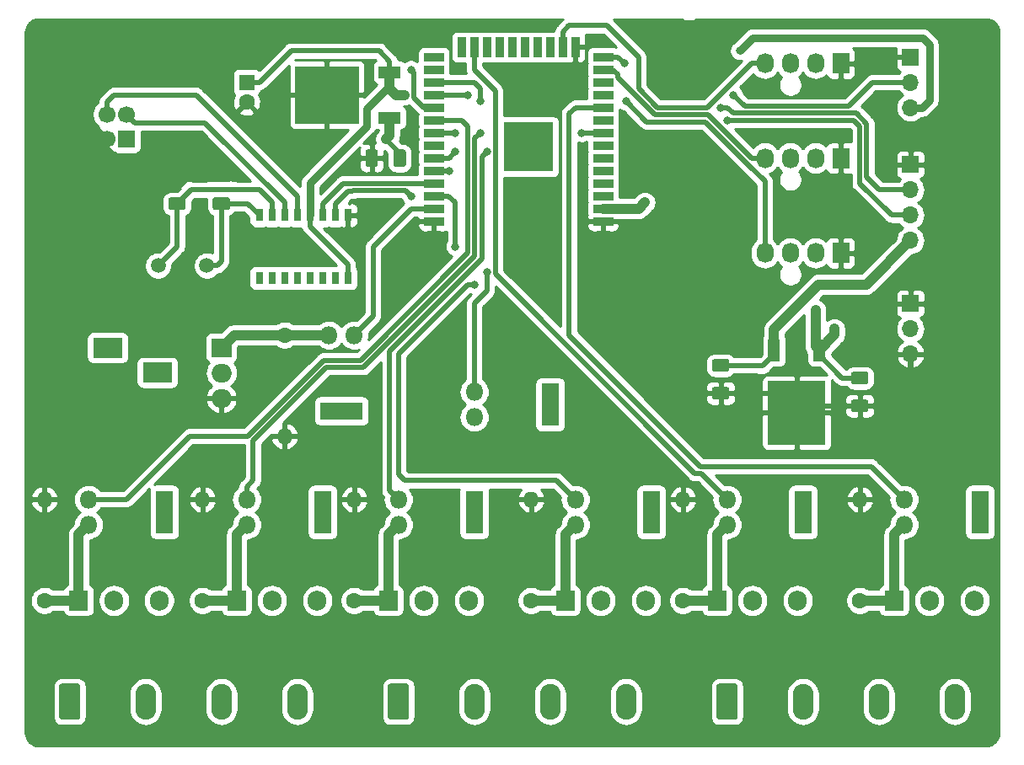
<source format=gbr>
G04 #@! TF.GenerationSoftware,KiCad,Pcbnew,5.1.4-e60b266~84~ubuntu18.04.1*
G04 #@! TF.CreationDate,2019-09-15T11:54:57+02:00*
G04 #@! TF.ProjectId,PCB,5043422e-6b69-4636-9164-5f7063625858,rev?*
G04 #@! TF.SameCoordinates,Original*
G04 #@! TF.FileFunction,Copper,L1,Top*
G04 #@! TF.FilePolarity,Positive*
%FSLAX46Y46*%
G04 Gerber Fmt 4.6, Leading zero omitted, Abs format (unit mm)*
G04 Created by KiCad (PCBNEW 5.1.4-e60b266~84~ubuntu18.04.1) date 2019-09-15 11:54:57*
%MOMM*%
%LPD*%
G04 APERTURE LIST*
%ADD10R,2.000000X0.900000*%
%ADD11R,0.900000X2.000000*%
%ADD12R,5.000000X5.000000*%
%ADD13O,2.000000X1.905000*%
%ADD14R,2.000000X1.905000*%
%ADD15C,6.400000*%
%ADD16C,0.800000*%
%ADD17C,1.500000*%
%ADD18R,5.800000X6.400000*%
%ADD19R,1.200000X2.200000*%
%ADD20R,6.400000X5.800000*%
%ADD21R,2.200000X1.200000*%
%ADD22R,0.800000X1.300000*%
%ADD23O,1.600000X1.600000*%
%ADD24C,1.600000*%
%ADD25O,1.800000X1.800000*%
%ADD26R,2.800000X1.800000*%
%ADD27R,1.800000X1.800000*%
%ADD28R,1.800000X2.800000*%
%ADD29O,1.905000X2.000000*%
%ADD30R,1.905000X2.000000*%
%ADD31O,3.000000X2.000000*%
%ADD32R,3.000000X2.000000*%
%ADD33O,2.100000X3.600000*%
%ADD34C,0.100000*%
%ADD35C,2.100000*%
%ADD36O,1.730000X2.030000*%
%ADD37R,1.730000X2.030000*%
%ADD38O,1.700000X1.700000*%
%ADD39R,1.700000X1.700000*%
%ADD40C,3.500000*%
%ADD41C,1.700000*%
%ADD42C,1.250000*%
%ADD43R,1.600000X1.600000*%
%ADD44C,1.000000*%
%ADD45C,3.000000*%
%ADD46C,5.000000*%
%ADD47C,0.750000*%
%ADD48C,2.500000*%
%ADD49C,2.000000*%
%ADD50C,1.500000*%
%ADD51C,0.500000*%
%ADD52C,1.000000*%
%ADD53C,0.254000*%
G04 APERTURE END LIST*
D10*
X173745000Y-72390000D03*
X173745000Y-71120000D03*
X173745000Y-69850000D03*
X173745000Y-68580000D03*
X173745000Y-67310000D03*
X173745000Y-66040000D03*
X173745000Y-64770000D03*
X173745000Y-63500000D03*
X173745000Y-62230000D03*
X173745000Y-60960000D03*
X173745000Y-59690000D03*
X173745000Y-58420000D03*
X173745000Y-57150000D03*
X173745000Y-55880000D03*
D11*
X176530000Y-54880000D03*
X177800000Y-54880000D03*
X179070000Y-54880000D03*
X180340000Y-54880000D03*
X181610000Y-54880000D03*
X182880000Y-54880000D03*
X184150000Y-54880000D03*
X185420000Y-54880000D03*
X186690000Y-54880000D03*
X187960000Y-54880000D03*
D10*
X190745000Y-55880000D03*
X190745000Y-57150000D03*
X190745000Y-58420000D03*
X190745000Y-59690000D03*
X190745000Y-60960000D03*
X190745000Y-62230000D03*
X190745000Y-63500000D03*
X190745000Y-64770000D03*
X190745000Y-66040000D03*
X190745000Y-67310000D03*
X190745000Y-68580000D03*
X190745000Y-69850000D03*
X190745000Y-71120000D03*
X190745000Y-72390000D03*
D12*
X183245000Y-64890000D03*
D13*
X152400000Y-90170000D03*
X152400000Y-87630000D03*
D14*
X152400000Y-85090000D03*
D15*
X138430000Y-76200000D03*
D16*
X138430000Y-78600000D03*
X136732944Y-77897056D03*
X136030000Y-76200000D03*
X136732944Y-74502944D03*
X138430000Y-73800000D03*
X140127056Y-74502944D03*
X140830000Y-76200000D03*
X140127056Y-77897056D03*
D15*
X225425000Y-92075000D03*
D16*
X225425000Y-94475000D03*
X223727944Y-93772056D03*
X223025000Y-92075000D03*
X223727944Y-90377944D03*
X225425000Y-89675000D03*
X227122056Y-90377944D03*
X227825000Y-92075000D03*
X227122056Y-93772056D03*
X201087056Y-57577056D03*
X201790000Y-55880000D03*
X201087056Y-54182944D03*
X199390000Y-53480000D03*
X197692944Y-54182944D03*
X196990000Y-55880000D03*
X197692944Y-57577056D03*
X199390000Y-58280000D03*
D15*
X199390000Y-55880000D03*
D17*
X150930000Y-76835000D03*
X146050000Y-76835000D03*
D18*
X210185000Y-91635000D03*
D19*
X207905000Y-85335000D03*
X212465000Y-85335000D03*
D20*
X163000000Y-59690000D03*
D21*
X169300000Y-57410000D03*
X169300000Y-61970000D03*
D22*
X165105000Y-78080000D03*
X163825000Y-78080000D03*
X162565000Y-78080000D03*
X161295000Y-78080000D03*
X160015000Y-78080000D03*
X158745000Y-78080000D03*
X157485000Y-78080000D03*
X156205000Y-78080000D03*
X156205000Y-71780000D03*
X157485000Y-71780000D03*
X158745000Y-71780000D03*
X160015000Y-71780000D03*
X161295000Y-71780000D03*
X162565000Y-71780000D03*
X163825000Y-71780000D03*
X165105000Y-71780000D03*
D23*
X158750000Y-93980000D03*
D24*
X158750000Y-83820000D03*
D23*
X216535000Y-100330000D03*
D24*
X216535000Y-110490000D03*
D23*
X198755000Y-100330000D03*
D24*
X198755000Y-110490000D03*
D23*
X150495000Y-100330000D03*
D24*
X150495000Y-110490000D03*
D23*
X134620000Y-100330000D03*
D24*
X134620000Y-110490000D03*
D23*
X183515000Y-100330000D03*
D24*
X183515000Y-110490000D03*
D23*
X165735000Y-100330000D03*
D24*
X165735000Y-110490000D03*
D25*
X163195000Y-83820000D03*
D26*
X165235000Y-91440000D03*
D25*
X165735000Y-83820000D03*
D27*
X163195000Y-91440000D03*
D25*
X220980000Y-102870000D03*
D28*
X228600000Y-100830000D03*
D25*
X220980000Y-100330000D03*
D27*
X228600000Y-102870000D03*
D25*
X203200000Y-102870000D03*
D28*
X210820000Y-100830000D03*
D25*
X203200000Y-100330000D03*
D27*
X210820000Y-102870000D03*
D25*
X154940000Y-102870000D03*
D28*
X162560000Y-100830000D03*
D25*
X154940000Y-100330000D03*
D27*
X162560000Y-102870000D03*
D25*
X139065000Y-102870000D03*
D28*
X146685000Y-100830000D03*
D25*
X139065000Y-100330000D03*
D27*
X146685000Y-102870000D03*
D25*
X187960000Y-102870000D03*
D28*
X195580000Y-100830000D03*
D25*
X187960000Y-100330000D03*
D27*
X195580000Y-102870000D03*
D25*
X170180000Y-102870000D03*
D28*
X177800000Y-100830000D03*
D25*
X170180000Y-100330000D03*
D27*
X177800000Y-102870000D03*
D25*
X177800000Y-92075000D03*
D28*
X185420000Y-90035000D03*
D25*
X177800000Y-89535000D03*
D27*
X185420000Y-92075000D03*
D29*
X228060000Y-110490000D03*
X223520000Y-110490000D03*
D30*
X219980000Y-110490000D03*
D29*
X210280000Y-110490000D03*
X205740000Y-110490000D03*
D30*
X202200000Y-110490000D03*
D29*
X162020000Y-110490000D03*
X157480000Y-110490000D03*
D30*
X153940000Y-110490000D03*
D29*
X146145000Y-110490000D03*
X141605000Y-110490000D03*
D30*
X138065000Y-110490000D03*
D29*
X195040000Y-110490000D03*
X190500000Y-110490000D03*
D30*
X186960000Y-110490000D03*
D29*
X177260000Y-110490000D03*
X172720000Y-110490000D03*
D30*
X169180000Y-110490000D03*
D31*
X145970000Y-92590000D03*
X140970000Y-90090000D03*
D32*
X145970000Y-87590000D03*
X140970000Y-85090000D03*
D33*
X226060000Y-120650000D03*
X218440000Y-120650000D03*
X210820000Y-120650000D03*
D34*
G36*
X204024504Y-118851204D02*
G01*
X204048773Y-118854804D01*
X204072571Y-118860765D01*
X204095671Y-118869030D01*
X204117849Y-118879520D01*
X204138893Y-118892133D01*
X204158598Y-118906747D01*
X204176777Y-118923223D01*
X204193253Y-118941402D01*
X204207867Y-118961107D01*
X204220480Y-118982151D01*
X204230970Y-119004329D01*
X204239235Y-119027429D01*
X204245196Y-119051227D01*
X204248796Y-119075496D01*
X204250000Y-119100000D01*
X204250000Y-122200000D01*
X204248796Y-122224504D01*
X204245196Y-122248773D01*
X204239235Y-122272571D01*
X204230970Y-122295671D01*
X204220480Y-122317849D01*
X204207867Y-122338893D01*
X204193253Y-122358598D01*
X204176777Y-122376777D01*
X204158598Y-122393253D01*
X204138893Y-122407867D01*
X204117849Y-122420480D01*
X204095671Y-122430970D01*
X204072571Y-122439235D01*
X204048773Y-122445196D01*
X204024504Y-122448796D01*
X204000000Y-122450000D01*
X202400000Y-122450000D01*
X202375496Y-122448796D01*
X202351227Y-122445196D01*
X202327429Y-122439235D01*
X202304329Y-122430970D01*
X202282151Y-122420480D01*
X202261107Y-122407867D01*
X202241402Y-122393253D01*
X202223223Y-122376777D01*
X202206747Y-122358598D01*
X202192133Y-122338893D01*
X202179520Y-122317849D01*
X202169030Y-122295671D01*
X202160765Y-122272571D01*
X202154804Y-122248773D01*
X202151204Y-122224504D01*
X202150000Y-122200000D01*
X202150000Y-119100000D01*
X202151204Y-119075496D01*
X202154804Y-119051227D01*
X202160765Y-119027429D01*
X202169030Y-119004329D01*
X202179520Y-118982151D01*
X202192133Y-118961107D01*
X202206747Y-118941402D01*
X202223223Y-118923223D01*
X202241402Y-118906747D01*
X202261107Y-118892133D01*
X202282151Y-118879520D01*
X202304329Y-118869030D01*
X202327429Y-118860765D01*
X202351227Y-118854804D01*
X202375496Y-118851204D01*
X202400000Y-118850000D01*
X204000000Y-118850000D01*
X204024504Y-118851204D01*
X204024504Y-118851204D01*
G37*
D35*
X203200000Y-120650000D03*
D33*
X160020000Y-120650000D03*
X152400000Y-120650000D03*
X144780000Y-120650000D03*
D34*
G36*
X137984504Y-118851204D02*
G01*
X138008773Y-118854804D01*
X138032571Y-118860765D01*
X138055671Y-118869030D01*
X138077849Y-118879520D01*
X138098893Y-118892133D01*
X138118598Y-118906747D01*
X138136777Y-118923223D01*
X138153253Y-118941402D01*
X138167867Y-118961107D01*
X138180480Y-118982151D01*
X138190970Y-119004329D01*
X138199235Y-119027429D01*
X138205196Y-119051227D01*
X138208796Y-119075496D01*
X138210000Y-119100000D01*
X138210000Y-122200000D01*
X138208796Y-122224504D01*
X138205196Y-122248773D01*
X138199235Y-122272571D01*
X138190970Y-122295671D01*
X138180480Y-122317849D01*
X138167867Y-122338893D01*
X138153253Y-122358598D01*
X138136777Y-122376777D01*
X138118598Y-122393253D01*
X138098893Y-122407867D01*
X138077849Y-122420480D01*
X138055671Y-122430970D01*
X138032571Y-122439235D01*
X138008773Y-122445196D01*
X137984504Y-122448796D01*
X137960000Y-122450000D01*
X136360000Y-122450000D01*
X136335496Y-122448796D01*
X136311227Y-122445196D01*
X136287429Y-122439235D01*
X136264329Y-122430970D01*
X136242151Y-122420480D01*
X136221107Y-122407867D01*
X136201402Y-122393253D01*
X136183223Y-122376777D01*
X136166747Y-122358598D01*
X136152133Y-122338893D01*
X136139520Y-122317849D01*
X136129030Y-122295671D01*
X136120765Y-122272571D01*
X136114804Y-122248773D01*
X136111204Y-122224504D01*
X136110000Y-122200000D01*
X136110000Y-119100000D01*
X136111204Y-119075496D01*
X136114804Y-119051227D01*
X136120765Y-119027429D01*
X136129030Y-119004329D01*
X136139520Y-118982151D01*
X136152133Y-118961107D01*
X136166747Y-118941402D01*
X136183223Y-118923223D01*
X136201402Y-118906747D01*
X136221107Y-118892133D01*
X136242151Y-118879520D01*
X136264329Y-118869030D01*
X136287429Y-118860765D01*
X136311227Y-118854804D01*
X136335496Y-118851204D01*
X136360000Y-118850000D01*
X137960000Y-118850000D01*
X137984504Y-118851204D01*
X137984504Y-118851204D01*
G37*
D35*
X137160000Y-120650000D03*
D33*
X193040000Y-120650000D03*
X185420000Y-120650000D03*
X177800000Y-120650000D03*
D34*
G36*
X171004504Y-118851204D02*
G01*
X171028773Y-118854804D01*
X171052571Y-118860765D01*
X171075671Y-118869030D01*
X171097849Y-118879520D01*
X171118893Y-118892133D01*
X171138598Y-118906747D01*
X171156777Y-118923223D01*
X171173253Y-118941402D01*
X171187867Y-118961107D01*
X171200480Y-118982151D01*
X171210970Y-119004329D01*
X171219235Y-119027429D01*
X171225196Y-119051227D01*
X171228796Y-119075496D01*
X171230000Y-119100000D01*
X171230000Y-122200000D01*
X171228796Y-122224504D01*
X171225196Y-122248773D01*
X171219235Y-122272571D01*
X171210970Y-122295671D01*
X171200480Y-122317849D01*
X171187867Y-122338893D01*
X171173253Y-122358598D01*
X171156777Y-122376777D01*
X171138598Y-122393253D01*
X171118893Y-122407867D01*
X171097849Y-122420480D01*
X171075671Y-122430970D01*
X171052571Y-122439235D01*
X171028773Y-122445196D01*
X171004504Y-122448796D01*
X170980000Y-122450000D01*
X169380000Y-122450000D01*
X169355496Y-122448796D01*
X169331227Y-122445196D01*
X169307429Y-122439235D01*
X169284329Y-122430970D01*
X169262151Y-122420480D01*
X169241107Y-122407867D01*
X169221402Y-122393253D01*
X169203223Y-122376777D01*
X169186747Y-122358598D01*
X169172133Y-122338893D01*
X169159520Y-122317849D01*
X169149030Y-122295671D01*
X169140765Y-122272571D01*
X169134804Y-122248773D01*
X169131204Y-122224504D01*
X169130000Y-122200000D01*
X169130000Y-119100000D01*
X169131204Y-119075496D01*
X169134804Y-119051227D01*
X169140765Y-119027429D01*
X169149030Y-119004329D01*
X169159520Y-118982151D01*
X169172133Y-118961107D01*
X169186747Y-118941402D01*
X169203223Y-118923223D01*
X169221402Y-118906747D01*
X169241107Y-118892133D01*
X169262151Y-118879520D01*
X169284329Y-118869030D01*
X169307429Y-118860765D01*
X169331227Y-118854804D01*
X169355496Y-118851204D01*
X169380000Y-118850000D01*
X170980000Y-118850000D01*
X171004504Y-118851204D01*
X171004504Y-118851204D01*
G37*
D35*
X170180000Y-120650000D03*
D36*
X207010000Y-66040000D03*
X209550000Y-66040000D03*
X212090000Y-66040000D03*
D37*
X214630000Y-66040000D03*
D36*
X207010000Y-56515000D03*
X209550000Y-56515000D03*
X212090000Y-56515000D03*
D37*
X214630000Y-56515000D03*
D36*
X207010000Y-75565000D03*
X209550000Y-75565000D03*
X212090000Y-75565000D03*
D37*
X214630000Y-75565000D03*
D38*
X221615000Y-74295000D03*
X221615000Y-71755000D03*
X221615000Y-69215000D03*
D39*
X221615000Y-66675000D03*
D38*
X221615000Y-60960000D03*
X221615000Y-58420000D03*
D39*
X221615000Y-55880000D03*
D38*
X221615000Y-85725000D03*
X221615000Y-83185000D03*
D39*
X221615000Y-80645000D03*
D40*
X138165000Y-56865000D03*
X138165000Y-68905000D03*
D41*
X140875000Y-64135000D03*
X140875000Y-61635000D03*
X142875000Y-61635000D03*
D39*
X142875000Y-64135000D03*
D34*
G36*
X203214504Y-89041204D02*
G01*
X203238773Y-89044804D01*
X203262571Y-89050765D01*
X203285671Y-89059030D01*
X203307849Y-89069520D01*
X203328893Y-89082133D01*
X203348598Y-89096747D01*
X203366777Y-89113223D01*
X203383253Y-89131402D01*
X203397867Y-89151107D01*
X203410480Y-89172151D01*
X203420970Y-89194329D01*
X203429235Y-89217429D01*
X203435196Y-89241227D01*
X203438796Y-89265496D01*
X203440000Y-89290000D01*
X203440000Y-90040000D01*
X203438796Y-90064504D01*
X203435196Y-90088773D01*
X203429235Y-90112571D01*
X203420970Y-90135671D01*
X203410480Y-90157849D01*
X203397867Y-90178893D01*
X203383253Y-90198598D01*
X203366777Y-90216777D01*
X203348598Y-90233253D01*
X203328893Y-90247867D01*
X203307849Y-90260480D01*
X203285671Y-90270970D01*
X203262571Y-90279235D01*
X203238773Y-90285196D01*
X203214504Y-90288796D01*
X203190000Y-90290000D01*
X201940000Y-90290000D01*
X201915496Y-90288796D01*
X201891227Y-90285196D01*
X201867429Y-90279235D01*
X201844329Y-90270970D01*
X201822151Y-90260480D01*
X201801107Y-90247867D01*
X201781402Y-90233253D01*
X201763223Y-90216777D01*
X201746747Y-90198598D01*
X201732133Y-90178893D01*
X201719520Y-90157849D01*
X201709030Y-90135671D01*
X201700765Y-90112571D01*
X201694804Y-90088773D01*
X201691204Y-90064504D01*
X201690000Y-90040000D01*
X201690000Y-89290000D01*
X201691204Y-89265496D01*
X201694804Y-89241227D01*
X201700765Y-89217429D01*
X201709030Y-89194329D01*
X201719520Y-89172151D01*
X201732133Y-89151107D01*
X201746747Y-89131402D01*
X201763223Y-89113223D01*
X201781402Y-89096747D01*
X201801107Y-89082133D01*
X201822151Y-89069520D01*
X201844329Y-89059030D01*
X201867429Y-89050765D01*
X201891227Y-89044804D01*
X201915496Y-89041204D01*
X201940000Y-89040000D01*
X203190000Y-89040000D01*
X203214504Y-89041204D01*
X203214504Y-89041204D01*
G37*
D42*
X202565000Y-89665000D03*
D34*
G36*
X203214504Y-86241204D02*
G01*
X203238773Y-86244804D01*
X203262571Y-86250765D01*
X203285671Y-86259030D01*
X203307849Y-86269520D01*
X203328893Y-86282133D01*
X203348598Y-86296747D01*
X203366777Y-86313223D01*
X203383253Y-86331402D01*
X203397867Y-86351107D01*
X203410480Y-86372151D01*
X203420970Y-86394329D01*
X203429235Y-86417429D01*
X203435196Y-86441227D01*
X203438796Y-86465496D01*
X203440000Y-86490000D01*
X203440000Y-87240000D01*
X203438796Y-87264504D01*
X203435196Y-87288773D01*
X203429235Y-87312571D01*
X203420970Y-87335671D01*
X203410480Y-87357849D01*
X203397867Y-87378893D01*
X203383253Y-87398598D01*
X203366777Y-87416777D01*
X203348598Y-87433253D01*
X203328893Y-87447867D01*
X203307849Y-87460480D01*
X203285671Y-87470970D01*
X203262571Y-87479235D01*
X203238773Y-87485196D01*
X203214504Y-87488796D01*
X203190000Y-87490000D01*
X201940000Y-87490000D01*
X201915496Y-87488796D01*
X201891227Y-87485196D01*
X201867429Y-87479235D01*
X201844329Y-87470970D01*
X201822151Y-87460480D01*
X201801107Y-87447867D01*
X201781402Y-87433253D01*
X201763223Y-87416777D01*
X201746747Y-87398598D01*
X201732133Y-87378893D01*
X201719520Y-87357849D01*
X201709030Y-87335671D01*
X201700765Y-87312571D01*
X201694804Y-87288773D01*
X201691204Y-87264504D01*
X201690000Y-87240000D01*
X201690000Y-86490000D01*
X201691204Y-86465496D01*
X201694804Y-86441227D01*
X201700765Y-86417429D01*
X201709030Y-86394329D01*
X201719520Y-86372151D01*
X201732133Y-86351107D01*
X201746747Y-86331402D01*
X201763223Y-86313223D01*
X201781402Y-86296747D01*
X201801107Y-86282133D01*
X201822151Y-86269520D01*
X201844329Y-86259030D01*
X201867429Y-86250765D01*
X201891227Y-86244804D01*
X201915496Y-86241204D01*
X201940000Y-86240000D01*
X203190000Y-86240000D01*
X203214504Y-86241204D01*
X203214504Y-86241204D01*
G37*
D42*
X202565000Y-86865000D03*
D34*
G36*
X217184504Y-90311204D02*
G01*
X217208773Y-90314804D01*
X217232571Y-90320765D01*
X217255671Y-90329030D01*
X217277849Y-90339520D01*
X217298893Y-90352133D01*
X217318598Y-90366747D01*
X217336777Y-90383223D01*
X217353253Y-90401402D01*
X217367867Y-90421107D01*
X217380480Y-90442151D01*
X217390970Y-90464329D01*
X217399235Y-90487429D01*
X217405196Y-90511227D01*
X217408796Y-90535496D01*
X217410000Y-90560000D01*
X217410000Y-91310000D01*
X217408796Y-91334504D01*
X217405196Y-91358773D01*
X217399235Y-91382571D01*
X217390970Y-91405671D01*
X217380480Y-91427849D01*
X217367867Y-91448893D01*
X217353253Y-91468598D01*
X217336777Y-91486777D01*
X217318598Y-91503253D01*
X217298893Y-91517867D01*
X217277849Y-91530480D01*
X217255671Y-91540970D01*
X217232571Y-91549235D01*
X217208773Y-91555196D01*
X217184504Y-91558796D01*
X217160000Y-91560000D01*
X215910000Y-91560000D01*
X215885496Y-91558796D01*
X215861227Y-91555196D01*
X215837429Y-91549235D01*
X215814329Y-91540970D01*
X215792151Y-91530480D01*
X215771107Y-91517867D01*
X215751402Y-91503253D01*
X215733223Y-91486777D01*
X215716747Y-91468598D01*
X215702133Y-91448893D01*
X215689520Y-91427849D01*
X215679030Y-91405671D01*
X215670765Y-91382571D01*
X215664804Y-91358773D01*
X215661204Y-91334504D01*
X215660000Y-91310000D01*
X215660000Y-90560000D01*
X215661204Y-90535496D01*
X215664804Y-90511227D01*
X215670765Y-90487429D01*
X215679030Y-90464329D01*
X215689520Y-90442151D01*
X215702133Y-90421107D01*
X215716747Y-90401402D01*
X215733223Y-90383223D01*
X215751402Y-90366747D01*
X215771107Y-90352133D01*
X215792151Y-90339520D01*
X215814329Y-90329030D01*
X215837429Y-90320765D01*
X215861227Y-90314804D01*
X215885496Y-90311204D01*
X215910000Y-90310000D01*
X217160000Y-90310000D01*
X217184504Y-90311204D01*
X217184504Y-90311204D01*
G37*
D42*
X216535000Y-90935000D03*
D34*
G36*
X217184504Y-87511204D02*
G01*
X217208773Y-87514804D01*
X217232571Y-87520765D01*
X217255671Y-87529030D01*
X217277849Y-87539520D01*
X217298893Y-87552133D01*
X217318598Y-87566747D01*
X217336777Y-87583223D01*
X217353253Y-87601402D01*
X217367867Y-87621107D01*
X217380480Y-87642151D01*
X217390970Y-87664329D01*
X217399235Y-87687429D01*
X217405196Y-87711227D01*
X217408796Y-87735496D01*
X217410000Y-87760000D01*
X217410000Y-88510000D01*
X217408796Y-88534504D01*
X217405196Y-88558773D01*
X217399235Y-88582571D01*
X217390970Y-88605671D01*
X217380480Y-88627849D01*
X217367867Y-88648893D01*
X217353253Y-88668598D01*
X217336777Y-88686777D01*
X217318598Y-88703253D01*
X217298893Y-88717867D01*
X217277849Y-88730480D01*
X217255671Y-88740970D01*
X217232571Y-88749235D01*
X217208773Y-88755196D01*
X217184504Y-88758796D01*
X217160000Y-88760000D01*
X215910000Y-88760000D01*
X215885496Y-88758796D01*
X215861227Y-88755196D01*
X215837429Y-88749235D01*
X215814329Y-88740970D01*
X215792151Y-88730480D01*
X215771107Y-88717867D01*
X215751402Y-88703253D01*
X215733223Y-88686777D01*
X215716747Y-88668598D01*
X215702133Y-88648893D01*
X215689520Y-88627849D01*
X215679030Y-88605671D01*
X215670765Y-88582571D01*
X215664804Y-88558773D01*
X215661204Y-88534504D01*
X215660000Y-88510000D01*
X215660000Y-87760000D01*
X215661204Y-87735496D01*
X215664804Y-87711227D01*
X215670765Y-87687429D01*
X215679030Y-87664329D01*
X215689520Y-87642151D01*
X215702133Y-87621107D01*
X215716747Y-87601402D01*
X215733223Y-87583223D01*
X215751402Y-87566747D01*
X215771107Y-87552133D01*
X215792151Y-87539520D01*
X215814329Y-87529030D01*
X215837429Y-87520765D01*
X215861227Y-87514804D01*
X215885496Y-87511204D01*
X215910000Y-87510000D01*
X217160000Y-87510000D01*
X217184504Y-87511204D01*
X217184504Y-87511204D01*
G37*
D42*
X216535000Y-88135000D03*
D24*
X154940000Y-60420000D03*
D43*
X154940000Y-58420000D03*
D34*
G36*
X167909504Y-65166204D02*
G01*
X167933773Y-65169804D01*
X167957571Y-65175765D01*
X167980671Y-65184030D01*
X168002849Y-65194520D01*
X168023893Y-65207133D01*
X168043598Y-65221747D01*
X168061777Y-65238223D01*
X168078253Y-65256402D01*
X168092867Y-65276107D01*
X168105480Y-65297151D01*
X168115970Y-65319329D01*
X168124235Y-65342429D01*
X168130196Y-65366227D01*
X168133796Y-65390496D01*
X168135000Y-65415000D01*
X168135000Y-66665000D01*
X168133796Y-66689504D01*
X168130196Y-66713773D01*
X168124235Y-66737571D01*
X168115970Y-66760671D01*
X168105480Y-66782849D01*
X168092867Y-66803893D01*
X168078253Y-66823598D01*
X168061777Y-66841777D01*
X168043598Y-66858253D01*
X168023893Y-66872867D01*
X168002849Y-66885480D01*
X167980671Y-66895970D01*
X167957571Y-66904235D01*
X167933773Y-66910196D01*
X167909504Y-66913796D01*
X167885000Y-66915000D01*
X167135000Y-66915000D01*
X167110496Y-66913796D01*
X167086227Y-66910196D01*
X167062429Y-66904235D01*
X167039329Y-66895970D01*
X167017151Y-66885480D01*
X166996107Y-66872867D01*
X166976402Y-66858253D01*
X166958223Y-66841777D01*
X166941747Y-66823598D01*
X166927133Y-66803893D01*
X166914520Y-66782849D01*
X166904030Y-66760671D01*
X166895765Y-66737571D01*
X166889804Y-66713773D01*
X166886204Y-66689504D01*
X166885000Y-66665000D01*
X166885000Y-65415000D01*
X166886204Y-65390496D01*
X166889804Y-65366227D01*
X166895765Y-65342429D01*
X166904030Y-65319329D01*
X166914520Y-65297151D01*
X166927133Y-65276107D01*
X166941747Y-65256402D01*
X166958223Y-65238223D01*
X166976402Y-65221747D01*
X166996107Y-65207133D01*
X167017151Y-65194520D01*
X167039329Y-65184030D01*
X167062429Y-65175765D01*
X167086227Y-65169804D01*
X167110496Y-65166204D01*
X167135000Y-65165000D01*
X167885000Y-65165000D01*
X167909504Y-65166204D01*
X167909504Y-65166204D01*
G37*
D42*
X167510000Y-66040000D03*
D34*
G36*
X170709504Y-65166204D02*
G01*
X170733773Y-65169804D01*
X170757571Y-65175765D01*
X170780671Y-65184030D01*
X170802849Y-65194520D01*
X170823893Y-65207133D01*
X170843598Y-65221747D01*
X170861777Y-65238223D01*
X170878253Y-65256402D01*
X170892867Y-65276107D01*
X170905480Y-65297151D01*
X170915970Y-65319329D01*
X170924235Y-65342429D01*
X170930196Y-65366227D01*
X170933796Y-65390496D01*
X170935000Y-65415000D01*
X170935000Y-66665000D01*
X170933796Y-66689504D01*
X170930196Y-66713773D01*
X170924235Y-66737571D01*
X170915970Y-66760671D01*
X170905480Y-66782849D01*
X170892867Y-66803893D01*
X170878253Y-66823598D01*
X170861777Y-66841777D01*
X170843598Y-66858253D01*
X170823893Y-66872867D01*
X170802849Y-66885480D01*
X170780671Y-66895970D01*
X170757571Y-66904235D01*
X170733773Y-66910196D01*
X170709504Y-66913796D01*
X170685000Y-66915000D01*
X169935000Y-66915000D01*
X169910496Y-66913796D01*
X169886227Y-66910196D01*
X169862429Y-66904235D01*
X169839329Y-66895970D01*
X169817151Y-66885480D01*
X169796107Y-66872867D01*
X169776402Y-66858253D01*
X169758223Y-66841777D01*
X169741747Y-66823598D01*
X169727133Y-66803893D01*
X169714520Y-66782849D01*
X169704030Y-66760671D01*
X169695765Y-66737571D01*
X169689804Y-66713773D01*
X169686204Y-66689504D01*
X169685000Y-66665000D01*
X169685000Y-65415000D01*
X169686204Y-65390496D01*
X169689804Y-65366227D01*
X169695765Y-65342429D01*
X169704030Y-65319329D01*
X169714520Y-65297151D01*
X169727133Y-65276107D01*
X169741747Y-65256402D01*
X169758223Y-65238223D01*
X169776402Y-65221747D01*
X169796107Y-65207133D01*
X169817151Y-65194520D01*
X169839329Y-65184030D01*
X169862429Y-65175765D01*
X169886227Y-65169804D01*
X169910496Y-65166204D01*
X169935000Y-65165000D01*
X170685000Y-65165000D01*
X170709504Y-65166204D01*
X170709504Y-65166204D01*
G37*
D42*
X170310000Y-66040000D03*
D34*
G36*
X153049504Y-67191204D02*
G01*
X153073773Y-67194804D01*
X153097571Y-67200765D01*
X153120671Y-67209030D01*
X153142849Y-67219520D01*
X153163893Y-67232133D01*
X153183598Y-67246747D01*
X153201777Y-67263223D01*
X153218253Y-67281402D01*
X153232867Y-67301107D01*
X153245480Y-67322151D01*
X153255970Y-67344329D01*
X153264235Y-67367429D01*
X153270196Y-67391227D01*
X153273796Y-67415496D01*
X153275000Y-67440000D01*
X153275000Y-68190000D01*
X153273796Y-68214504D01*
X153270196Y-68238773D01*
X153264235Y-68262571D01*
X153255970Y-68285671D01*
X153245480Y-68307849D01*
X153232867Y-68328893D01*
X153218253Y-68348598D01*
X153201777Y-68366777D01*
X153183598Y-68383253D01*
X153163893Y-68397867D01*
X153142849Y-68410480D01*
X153120671Y-68420970D01*
X153097571Y-68429235D01*
X153073773Y-68435196D01*
X153049504Y-68438796D01*
X153025000Y-68440000D01*
X151775000Y-68440000D01*
X151750496Y-68438796D01*
X151726227Y-68435196D01*
X151702429Y-68429235D01*
X151679329Y-68420970D01*
X151657151Y-68410480D01*
X151636107Y-68397867D01*
X151616402Y-68383253D01*
X151598223Y-68366777D01*
X151581747Y-68348598D01*
X151567133Y-68328893D01*
X151554520Y-68307849D01*
X151544030Y-68285671D01*
X151535765Y-68262571D01*
X151529804Y-68238773D01*
X151526204Y-68214504D01*
X151525000Y-68190000D01*
X151525000Y-67440000D01*
X151526204Y-67415496D01*
X151529804Y-67391227D01*
X151535765Y-67367429D01*
X151544030Y-67344329D01*
X151554520Y-67322151D01*
X151567133Y-67301107D01*
X151581747Y-67281402D01*
X151598223Y-67263223D01*
X151616402Y-67246747D01*
X151636107Y-67232133D01*
X151657151Y-67219520D01*
X151679329Y-67209030D01*
X151702429Y-67200765D01*
X151726227Y-67194804D01*
X151750496Y-67191204D01*
X151775000Y-67190000D01*
X153025000Y-67190000D01*
X153049504Y-67191204D01*
X153049504Y-67191204D01*
G37*
D42*
X152400000Y-67815000D03*
D34*
G36*
X153049504Y-69991204D02*
G01*
X153073773Y-69994804D01*
X153097571Y-70000765D01*
X153120671Y-70009030D01*
X153142849Y-70019520D01*
X153163893Y-70032133D01*
X153183598Y-70046747D01*
X153201777Y-70063223D01*
X153218253Y-70081402D01*
X153232867Y-70101107D01*
X153245480Y-70122151D01*
X153255970Y-70144329D01*
X153264235Y-70167429D01*
X153270196Y-70191227D01*
X153273796Y-70215496D01*
X153275000Y-70240000D01*
X153275000Y-70990000D01*
X153273796Y-71014504D01*
X153270196Y-71038773D01*
X153264235Y-71062571D01*
X153255970Y-71085671D01*
X153245480Y-71107849D01*
X153232867Y-71128893D01*
X153218253Y-71148598D01*
X153201777Y-71166777D01*
X153183598Y-71183253D01*
X153163893Y-71197867D01*
X153142849Y-71210480D01*
X153120671Y-71220970D01*
X153097571Y-71229235D01*
X153073773Y-71235196D01*
X153049504Y-71238796D01*
X153025000Y-71240000D01*
X151775000Y-71240000D01*
X151750496Y-71238796D01*
X151726227Y-71235196D01*
X151702429Y-71229235D01*
X151679329Y-71220970D01*
X151657151Y-71210480D01*
X151636107Y-71197867D01*
X151616402Y-71183253D01*
X151598223Y-71166777D01*
X151581747Y-71148598D01*
X151567133Y-71128893D01*
X151554520Y-71107849D01*
X151544030Y-71085671D01*
X151535765Y-71062571D01*
X151529804Y-71038773D01*
X151526204Y-71014504D01*
X151525000Y-70990000D01*
X151525000Y-70240000D01*
X151526204Y-70215496D01*
X151529804Y-70191227D01*
X151535765Y-70167429D01*
X151544030Y-70144329D01*
X151554520Y-70122151D01*
X151567133Y-70101107D01*
X151581747Y-70081402D01*
X151598223Y-70063223D01*
X151616402Y-70046747D01*
X151636107Y-70032133D01*
X151657151Y-70019520D01*
X151679329Y-70009030D01*
X151702429Y-70000765D01*
X151726227Y-69994804D01*
X151750496Y-69991204D01*
X151775000Y-69990000D01*
X153025000Y-69990000D01*
X153049504Y-69991204D01*
X153049504Y-69991204D01*
G37*
D42*
X152400000Y-70615000D03*
D34*
G36*
X148604504Y-67191204D02*
G01*
X148628773Y-67194804D01*
X148652571Y-67200765D01*
X148675671Y-67209030D01*
X148697849Y-67219520D01*
X148718893Y-67232133D01*
X148738598Y-67246747D01*
X148756777Y-67263223D01*
X148773253Y-67281402D01*
X148787867Y-67301107D01*
X148800480Y-67322151D01*
X148810970Y-67344329D01*
X148819235Y-67367429D01*
X148825196Y-67391227D01*
X148828796Y-67415496D01*
X148830000Y-67440000D01*
X148830000Y-68190000D01*
X148828796Y-68214504D01*
X148825196Y-68238773D01*
X148819235Y-68262571D01*
X148810970Y-68285671D01*
X148800480Y-68307849D01*
X148787867Y-68328893D01*
X148773253Y-68348598D01*
X148756777Y-68366777D01*
X148738598Y-68383253D01*
X148718893Y-68397867D01*
X148697849Y-68410480D01*
X148675671Y-68420970D01*
X148652571Y-68429235D01*
X148628773Y-68435196D01*
X148604504Y-68438796D01*
X148580000Y-68440000D01*
X147330000Y-68440000D01*
X147305496Y-68438796D01*
X147281227Y-68435196D01*
X147257429Y-68429235D01*
X147234329Y-68420970D01*
X147212151Y-68410480D01*
X147191107Y-68397867D01*
X147171402Y-68383253D01*
X147153223Y-68366777D01*
X147136747Y-68348598D01*
X147122133Y-68328893D01*
X147109520Y-68307849D01*
X147099030Y-68285671D01*
X147090765Y-68262571D01*
X147084804Y-68238773D01*
X147081204Y-68214504D01*
X147080000Y-68190000D01*
X147080000Y-67440000D01*
X147081204Y-67415496D01*
X147084804Y-67391227D01*
X147090765Y-67367429D01*
X147099030Y-67344329D01*
X147109520Y-67322151D01*
X147122133Y-67301107D01*
X147136747Y-67281402D01*
X147153223Y-67263223D01*
X147171402Y-67246747D01*
X147191107Y-67232133D01*
X147212151Y-67219520D01*
X147234329Y-67209030D01*
X147257429Y-67200765D01*
X147281227Y-67194804D01*
X147305496Y-67191204D01*
X147330000Y-67190000D01*
X148580000Y-67190000D01*
X148604504Y-67191204D01*
X148604504Y-67191204D01*
G37*
D42*
X147955000Y-67815000D03*
D34*
G36*
X148604504Y-69991204D02*
G01*
X148628773Y-69994804D01*
X148652571Y-70000765D01*
X148675671Y-70009030D01*
X148697849Y-70019520D01*
X148718893Y-70032133D01*
X148738598Y-70046747D01*
X148756777Y-70063223D01*
X148773253Y-70081402D01*
X148787867Y-70101107D01*
X148800480Y-70122151D01*
X148810970Y-70144329D01*
X148819235Y-70167429D01*
X148825196Y-70191227D01*
X148828796Y-70215496D01*
X148830000Y-70240000D01*
X148830000Y-70990000D01*
X148828796Y-71014504D01*
X148825196Y-71038773D01*
X148819235Y-71062571D01*
X148810970Y-71085671D01*
X148800480Y-71107849D01*
X148787867Y-71128893D01*
X148773253Y-71148598D01*
X148756777Y-71166777D01*
X148738598Y-71183253D01*
X148718893Y-71197867D01*
X148697849Y-71210480D01*
X148675671Y-71220970D01*
X148652571Y-71229235D01*
X148628773Y-71235196D01*
X148604504Y-71238796D01*
X148580000Y-71240000D01*
X147330000Y-71240000D01*
X147305496Y-71238796D01*
X147281227Y-71235196D01*
X147257429Y-71229235D01*
X147234329Y-71220970D01*
X147212151Y-71210480D01*
X147191107Y-71197867D01*
X147171402Y-71183253D01*
X147153223Y-71166777D01*
X147136747Y-71148598D01*
X147122133Y-71128893D01*
X147109520Y-71107849D01*
X147099030Y-71085671D01*
X147090765Y-71062571D01*
X147084804Y-71038773D01*
X147081204Y-71014504D01*
X147080000Y-70990000D01*
X147080000Y-70240000D01*
X147081204Y-70215496D01*
X147084804Y-70191227D01*
X147090765Y-70167429D01*
X147099030Y-70144329D01*
X147109520Y-70122151D01*
X147122133Y-70101107D01*
X147136747Y-70081402D01*
X147153223Y-70063223D01*
X147171402Y-70046747D01*
X147191107Y-70032133D01*
X147212151Y-70019520D01*
X147234329Y-70009030D01*
X147257429Y-70000765D01*
X147281227Y-69994804D01*
X147305496Y-69991204D01*
X147330000Y-69990000D01*
X148580000Y-69990000D01*
X148604504Y-69991204D01*
X148604504Y-69991204D01*
G37*
D42*
X147955000Y-70615000D03*
D16*
X205105000Y-83820000D03*
X201930000Y-83185000D03*
X194310000Y-80010000D03*
X198755000Y-80010000D03*
X188595000Y-93980000D03*
X173990000Y-93345000D03*
X174625000Y-87630000D03*
X144780000Y-53975000D03*
X149860000Y-54610000D03*
X183515000Y-73660000D03*
X167005000Y-114300000D03*
X183515000Y-114300000D03*
X151765000Y-114300000D03*
X135255000Y-114935000D03*
X135255000Y-95885000D03*
X217170000Y-114300000D03*
X215265000Y-106045000D03*
X227330000Y-77470000D03*
X227965000Y-54610000D03*
X198120000Y-65405000D03*
X159385000Y-74930000D03*
X170180000Y-78740000D03*
X165100000Y-67056000D03*
D44*
X212090000Y-81280000D03*
X213995000Y-83185000D03*
X168910000Y-64135000D03*
X170815000Y-59690000D03*
X194945000Y-70485000D03*
D16*
X204470000Y-55245000D03*
X203835000Y-59690000D03*
X171450000Y-57150000D03*
X203200000Y-62230000D03*
X178435000Y-60325000D03*
X202565000Y-60960000D03*
X177165000Y-59690000D03*
X193040000Y-60325000D03*
X192880000Y-56515000D03*
X188595000Y-63500000D03*
X179070000Y-77470000D03*
X179070000Y-65405000D03*
X175895000Y-65405000D03*
X177800000Y-78740000D03*
X175895000Y-74930000D03*
X178435000Y-63500000D03*
X175895000Y-63500000D03*
X175260000Y-67310000D03*
X171450000Y-69850000D03*
D45*
X138430000Y-76200000D02*
X138430000Y-75946000D01*
X138430000Y-75946000D02*
X136525000Y-74041000D01*
X136525000Y-74041000D02*
X136525000Y-74422000D01*
X136525000Y-74422000D02*
X135509000Y-75438000D01*
X135509000Y-75438000D02*
X135509000Y-77724000D01*
X135509000Y-77724000D02*
X137541000Y-79756000D01*
X137541000Y-79756000D02*
X140335000Y-79756000D01*
X140335000Y-79756000D02*
X142113000Y-77978000D01*
X142113000Y-77978000D02*
X142113000Y-74295000D01*
X142113000Y-74295000D02*
X140716000Y-72898000D01*
X140716000Y-72898000D02*
X137922000Y-72898000D01*
D46*
X225425000Y-92075000D02*
X225425000Y-94488000D01*
X224565010Y-93628010D02*
X224565010Y-92104010D01*
X225425000Y-94488000D02*
X224565010Y-93628010D01*
X224565010Y-92104010D02*
X223256472Y-90795472D01*
X223256472Y-90795472D02*
X221488000Y-92563944D01*
X221488000Y-92563944D02*
X225151944Y-92563944D01*
X225151944Y-92563944D02*
X227838000Y-95250000D01*
X227122056Y-94534056D02*
X227122056Y-89327056D01*
X227838000Y-95250000D02*
X227122056Y-94534056D01*
X227122056Y-89327056D02*
X226187000Y-88392000D01*
X226187000Y-88392000D02*
X224663000Y-88392000D01*
D47*
X199390000Y-55880000D02*
X200533000Y-55880000D01*
D48*
X199593200Y-55880000D02*
X201803000Y-53670200D01*
X199390000Y-55880000D02*
X199593200Y-55880000D01*
X195884800Y-54076600D02*
X196010010Y-54201810D01*
D49*
X199390000Y-55880000D02*
X196392800Y-55880000D01*
X196392800Y-55880000D02*
X196443600Y-55930800D01*
X196443600Y-55930800D02*
X196443600Y-57277000D01*
X196443600Y-57277000D02*
X197916800Y-58750200D01*
X197916800Y-58750200D02*
X198247000Y-59080400D01*
X198247000Y-59080400D02*
X200050400Y-59080400D01*
X200050400Y-59080400D02*
X200177400Y-59080400D01*
X200177400Y-59080400D02*
X202793600Y-56464200D01*
X202793600Y-56464200D02*
X202869999Y-56387801D01*
D50*
X202793600Y-54660800D02*
X201803000Y-53670200D01*
X202793600Y-56464200D02*
X202793600Y-54660800D01*
D49*
X199390000Y-55880000D02*
X200380600Y-55880000D01*
X200380600Y-55880000D02*
X203073000Y-53187600D01*
X196773800Y-53187600D02*
X195884800Y-54076600D01*
X203073000Y-53187600D02*
X196773800Y-53187600D01*
D51*
X208215000Y-89665000D02*
X210185000Y-91635000D01*
X202565000Y-89665000D02*
X208215000Y-89665000D01*
X210885000Y-90935000D02*
X210185000Y-91635000D01*
X216535000Y-90935000D02*
X210885000Y-90935000D01*
X221615000Y-85725000D02*
X221615000Y-88265000D01*
X218945000Y-90935000D02*
X216535000Y-90935000D01*
X221615000Y-88265000D02*
X218945000Y-90935000D01*
D45*
X138165000Y-69585000D02*
X138277990Y-69697990D01*
X138165000Y-68905000D02*
X138165000Y-69585000D01*
X138277990Y-69697990D02*
X138963010Y-69697990D01*
X138963010Y-69697990D02*
X139192000Y-69469000D01*
X139192000Y-69469000D02*
X139192000Y-68453000D01*
X139192000Y-68453000D02*
X138430000Y-67691000D01*
X138430000Y-67691000D02*
X136652000Y-67691000D01*
X136525000Y-69769503D02*
X136596513Y-69697990D01*
X136652000Y-67691000D02*
X136525000Y-67818000D01*
X136525000Y-67818000D02*
X136525000Y-69769503D01*
X136596513Y-69697990D02*
X137414000Y-69697990D01*
X137414000Y-69697990D02*
X137414000Y-58674000D01*
X137414000Y-58674000D02*
X136271000Y-57531000D01*
X136271000Y-57531000D02*
X136271000Y-57150000D01*
X136271000Y-57150000D02*
X138303000Y-55118000D01*
X138303000Y-55118000D02*
X138303000Y-55372000D01*
X138303000Y-55372000D02*
X139827000Y-56896000D01*
X139827000Y-56896000D02*
X139827000Y-58039000D01*
D50*
X139573000Y-64389000D02*
X139573000Y-64234919D01*
X141986000Y-66802000D02*
X139573000Y-64389000D01*
X153035000Y-67056000D02*
X148714000Y-67056000D01*
X147190000Y-68580000D02*
X147066000Y-68580000D01*
X153670000Y-67691000D02*
X153035000Y-67056000D01*
X139672919Y-64135000D02*
X140875000Y-64135000D01*
X148714000Y-67056000D02*
X147190000Y-68580000D01*
X139573000Y-64234919D02*
X139672919Y-64135000D01*
X146942000Y-66802000D02*
X141986000Y-66802000D01*
X147066000Y-68580000D02*
X147066000Y-66926000D01*
X147066000Y-66926000D02*
X146942000Y-66802000D01*
D51*
X153162000Y-68199000D02*
X153670000Y-67691000D01*
X149314000Y-68199000D02*
X153162000Y-68199000D01*
X147955000Y-67815000D02*
X148930000Y-67815000D01*
X148930000Y-67815000D02*
X149314000Y-68199000D01*
X149314000Y-68199000D02*
X148844000Y-68199000D01*
X148844000Y-68199000D02*
X148082000Y-68961000D01*
D45*
X142367000Y-91948000D02*
X140208000Y-89789000D01*
D46*
X140970000Y-90551000D02*
X142367000Y-91948000D01*
X140970000Y-90090000D02*
X140970000Y-90551000D01*
X143470000Y-92590000D02*
X140970000Y-90090000D01*
X145970000Y-92590000D02*
X143470000Y-92590000D01*
D51*
X157480000Y-71785000D02*
X157485000Y-71780000D01*
X147955000Y-74930000D02*
X147955000Y-70615000D01*
X146050000Y-76835000D02*
X147955000Y-74930000D01*
X157485000Y-70490000D02*
X157485000Y-71780000D01*
X156210000Y-69215000D02*
X157485000Y-70490000D01*
X147955000Y-70615000D02*
X149355000Y-69215000D01*
X149355000Y-69215000D02*
X156210000Y-69215000D01*
X152400000Y-71340000D02*
X152400000Y-70615000D01*
X152400000Y-76425660D02*
X152400000Y-71340000D01*
X151990660Y-76835000D02*
X152400000Y-76425660D01*
X150930000Y-76835000D02*
X151990660Y-76835000D01*
X155040000Y-70615000D02*
X156205000Y-71780000D01*
X152400000Y-70615000D02*
X155040000Y-70615000D01*
D52*
X212465000Y-84835000D02*
X212465000Y-85335000D01*
D51*
X214765000Y-88135000D02*
X212465000Y-85835000D01*
X212465000Y-85835000D02*
X212465000Y-85335000D01*
X216535000Y-88135000D02*
X214765000Y-88135000D01*
D52*
X212090000Y-84960000D02*
X212465000Y-85335000D01*
X212090000Y-81280000D02*
X212090000Y-84960000D01*
X213995000Y-83805000D02*
X212465000Y-85335000D01*
X213995000Y-83185000D02*
X213995000Y-83805000D01*
X169300000Y-61970000D02*
X169300000Y-63745000D01*
X169300000Y-63745000D02*
X168910000Y-64135000D01*
X168910000Y-64135000D02*
X168910000Y-64135000D01*
D51*
X170310000Y-65535000D02*
X168910000Y-64135000D01*
X170310000Y-66040000D02*
X170310000Y-65535000D01*
X165105000Y-76930000D02*
X165105000Y-78080000D01*
X165105000Y-76740000D02*
X165105000Y-76930000D01*
X161295000Y-72930000D02*
X165105000Y-76740000D01*
X161295000Y-71780000D02*
X161295000Y-72930000D01*
X169300000Y-56310000D02*
X169300000Y-57410000D01*
X168235000Y-55245000D02*
X169300000Y-56310000D01*
D47*
X169300000Y-58760000D02*
X167005000Y-61055000D01*
X169300000Y-57410000D02*
X169300000Y-58760000D01*
X161295000Y-70380000D02*
X161295000Y-71780000D01*
X161295000Y-68530002D02*
X161295000Y-70380000D01*
X167005000Y-62820002D02*
X161295000Y-68530002D01*
X167005000Y-61055000D02*
X167005000Y-62820002D01*
D52*
X169300000Y-59010000D02*
X169980000Y-59690000D01*
X169300000Y-57410000D02*
X169300000Y-59010000D01*
X169980000Y-59690000D02*
X170815000Y-59690000D01*
X190745000Y-71120000D02*
X194310000Y-71120000D01*
X194310000Y-71120000D02*
X194945000Y-70485000D01*
X170815000Y-59690000D02*
X170815000Y-59690000D01*
X194945000Y-70485000D02*
X194945000Y-70485000D01*
D47*
X222817081Y-60960000D02*
X223520000Y-60257081D01*
X221615000Y-60960000D02*
X222817081Y-60960000D01*
X223520000Y-60257081D02*
X223520000Y-54610000D01*
X223520000Y-54610000D02*
X223364999Y-54454999D01*
X223364999Y-54454999D02*
X222885000Y-53975000D01*
X222885000Y-53975000D02*
X205740000Y-53975000D01*
X205740000Y-53975000D02*
X204470000Y-55245000D01*
X204470000Y-55245000D02*
X204470000Y-55245000D01*
D51*
X156240000Y-58420000D02*
X154940000Y-58420000D01*
X159415000Y-55245000D02*
X156240000Y-58420000D01*
X168235000Y-55245000D02*
X159415000Y-55245000D01*
X207905000Y-85835000D02*
X207905000Y-85335000D01*
X206805000Y-86935000D02*
X207905000Y-85835000D01*
X206445000Y-86935000D02*
X206805000Y-86935000D01*
X206375000Y-86865000D02*
X206445000Y-86935000D01*
X202565000Y-86865000D02*
X206375000Y-86865000D01*
D52*
X207905000Y-83235000D02*
X212400000Y-78740000D01*
X207905000Y-85335000D02*
X207905000Y-83235000D01*
X217170000Y-78740000D02*
X221615000Y-74295000D01*
X212400000Y-78740000D02*
X217170000Y-78740000D01*
D51*
X160015000Y-69855000D02*
X160015000Y-71780000D01*
X160020000Y-69850000D02*
X160015000Y-69855000D01*
X149860000Y-59690000D02*
X160020000Y-69850000D01*
X140875000Y-61635000D02*
X140875000Y-60420000D01*
X141605000Y-59690000D02*
X149860000Y-59690000D01*
X140875000Y-60420000D02*
X141605000Y-59690000D01*
X143724999Y-62484999D02*
X150749999Y-62484999D01*
X142875000Y-61635000D02*
X143724999Y-62484999D01*
X150749999Y-62484999D02*
X158750000Y-70485000D01*
X158745000Y-70490000D02*
X158745000Y-71780000D01*
X158750000Y-70485000D02*
X158745000Y-70490000D01*
X221615000Y-58420000D02*
X220999002Y-58420000D01*
X220999002Y-58420000D02*
X217805000Y-58420000D01*
X217805000Y-58420000D02*
X215395020Y-60829980D01*
X215395020Y-60829980D02*
X204974980Y-60829980D01*
X204974980Y-60829980D02*
X203835000Y-59690000D01*
X203835000Y-59690000D02*
X203835000Y-59690000D01*
X173745000Y-60960000D02*
X173355000Y-60960000D01*
X173355000Y-60960000D02*
X172720000Y-60960000D01*
X171765010Y-60005010D02*
X171765010Y-57465010D01*
X172720000Y-60960000D02*
X171765010Y-60005010D01*
X171765010Y-57465010D02*
X171450000Y-57150000D01*
X171450000Y-57150000D02*
X171450000Y-57150000D01*
X203200000Y-62230000D02*
X203200000Y-62230000D01*
X173745000Y-58420000D02*
X177800000Y-58420000D01*
X177800000Y-58420000D02*
X178435000Y-59055000D01*
X178435000Y-59055000D02*
X178435000Y-60325000D01*
X178435000Y-60325000D02*
X178435000Y-60325000D01*
X216535000Y-62865000D02*
X215900000Y-62230000D01*
X216535000Y-68580000D02*
X216535000Y-62865000D01*
X215900000Y-62230000D02*
X203200000Y-62230000D01*
X221615000Y-71755000D02*
X219710000Y-71755000D01*
X219710000Y-71755000D02*
X216535000Y-68580000D01*
X221615000Y-69215000D02*
X218505010Y-69215000D01*
X218505010Y-69215000D02*
X217235010Y-67945000D01*
X217235010Y-67945000D02*
X217235010Y-64770000D01*
X217235010Y-64770000D02*
X217235010Y-64480047D01*
X202565000Y-60960000D02*
X202565000Y-60960000D01*
X173745000Y-59690000D02*
X177165000Y-59690000D01*
X177165000Y-59690000D02*
X177165000Y-59690000D01*
X217235010Y-62575047D02*
X216189953Y-61529990D01*
X217235010Y-64770000D02*
X217235010Y-62575047D01*
X216189953Y-61529990D02*
X203835000Y-61529990D01*
X203265010Y-60960000D02*
X202565000Y-60960000D01*
X203835000Y-61529990D02*
X203265010Y-60960000D01*
X207010000Y-68394962D02*
X205355046Y-66740008D01*
X207010000Y-75565000D02*
X207010000Y-68394962D01*
X205355046Y-66740008D02*
X201070019Y-62454981D01*
X201005048Y-62390010D02*
X195105010Y-62390010D01*
X201070019Y-62454981D02*
X201005048Y-62390010D01*
X195105010Y-62390010D02*
X193040000Y-60325000D01*
X192245000Y-55880000D02*
X192880000Y-56515000D01*
X190745000Y-55880000D02*
X192245000Y-55880000D01*
X193040000Y-60325000D02*
X193040000Y-60325000D01*
X192880000Y-56515000D02*
X192880000Y-56515000D01*
X191135000Y-52705000D02*
X187325000Y-52705000D01*
X186690000Y-53340000D02*
X186690000Y-54880000D01*
X205645000Y-56515000D02*
X201200000Y-60960000D01*
X187325000Y-52705000D02*
X186690000Y-53340000D01*
X194310000Y-55880000D02*
X191135000Y-52705000D01*
X207010000Y-56515000D02*
X205645000Y-56515000D01*
X196215000Y-60960000D02*
X194310000Y-59055000D01*
X201200000Y-60960000D02*
X196215000Y-60960000D01*
X194310000Y-59055000D02*
X194310000Y-55880000D01*
X205645000Y-66040000D02*
X201295000Y-61690000D01*
X207010000Y-66040000D02*
X205645000Y-66040000D01*
X191735002Y-57150000D02*
X190745000Y-57150000D01*
X192195001Y-57609999D02*
X191735002Y-57150000D01*
X192195001Y-57929963D02*
X192195001Y-57609999D01*
X195955038Y-61690000D02*
X192195001Y-57929963D01*
X201295000Y-61690000D02*
X195955038Y-61690000D01*
D52*
X165735000Y-110490000D02*
X169180000Y-110490000D01*
X169180000Y-103870000D02*
X170180000Y-102870000D01*
X169180000Y-110490000D02*
X169180000Y-103870000D01*
X183515000Y-110490000D02*
X186960000Y-110490000D01*
X186960000Y-103870000D02*
X187960000Y-102870000D01*
X186960000Y-110490000D02*
X186960000Y-103870000D01*
X134620000Y-110490000D02*
X138065000Y-110490000D01*
X138065000Y-103870000D02*
X139065000Y-102870000D01*
X138065000Y-110490000D02*
X138065000Y-103870000D01*
X153940000Y-103870000D02*
X154940000Y-102870000D01*
X153940000Y-110490000D02*
X153940000Y-103870000D01*
X153940000Y-110490000D02*
X150495000Y-110490000D01*
X198755000Y-110490000D02*
X202200000Y-110490000D01*
X202200000Y-103870000D02*
X203200000Y-102870000D01*
X202200000Y-110490000D02*
X202200000Y-103870000D01*
X216535000Y-110490000D02*
X219980000Y-110490000D01*
X219980000Y-103870000D02*
X220980000Y-102870000D01*
X219980000Y-110490000D02*
X219980000Y-103870000D01*
D51*
X190745000Y-63500000D02*
X188595000Y-63500000D01*
X188595000Y-63500000D02*
X188595000Y-63500000D01*
X179070000Y-77470000D02*
X179070000Y-77470000D01*
X177800000Y-80645000D02*
X177800000Y-89535000D01*
X179070000Y-77470000D02*
X179070000Y-79375000D01*
X179070000Y-79375000D02*
X177800000Y-80645000D01*
X173745000Y-66040000D02*
X175260000Y-66040000D01*
X175260000Y-66040000D02*
X175895000Y-65405000D01*
X169280001Y-99430001D02*
X169280001Y-85429924D01*
X170180000Y-100330000D02*
X169280001Y-99430001D01*
X169280001Y-85429924D02*
X178472463Y-76237462D01*
X178472463Y-76237462D02*
X178565020Y-76144905D01*
X178565020Y-76144905D02*
X178565020Y-65909980D01*
X178565020Y-65909980D02*
X179070000Y-65405000D01*
X179070000Y-65405000D02*
X179070000Y-65405000D01*
X175895000Y-65405000D02*
X175895000Y-65405000D01*
X177165000Y-78740000D02*
X177800000Y-78740000D01*
X175245000Y-69850000D02*
X175895000Y-70500000D01*
X173745000Y-69850000D02*
X175245000Y-69850000D01*
X175895000Y-70500000D02*
X175895000Y-74930000D01*
X177800000Y-78740000D02*
X177800000Y-78740000D01*
X175895000Y-74930000D02*
X175895000Y-74930000D01*
X170815000Y-98425000D02*
X170180000Y-97790000D01*
X186055000Y-98425000D02*
X170815000Y-98425000D01*
X187960000Y-100330000D02*
X186055000Y-98425000D01*
X170180000Y-97790000D02*
X170180000Y-85725000D01*
X177165000Y-78740000D02*
X170180000Y-85725000D01*
X176530000Y-62230000D02*
X173745000Y-62230000D01*
X177165000Y-62865000D02*
X176530000Y-62230000D01*
X142875000Y-100330000D02*
X149225000Y-93980000D01*
X139065000Y-100330000D02*
X142875000Y-100330000D01*
X162653002Y-86360000D02*
X166370000Y-86360000D01*
X166370000Y-86360000D02*
X177165000Y-75565000D01*
X149225000Y-93980000D02*
X155033002Y-93980000D01*
X177165000Y-75565000D02*
X177165000Y-62865000D01*
X155033002Y-93980000D02*
X162653002Y-86360000D01*
X154940000Y-99057208D02*
X155575000Y-98422208D01*
X154940000Y-100330000D02*
X154940000Y-99057208D01*
X155575000Y-98422208D02*
X155575000Y-94615000D01*
X155575000Y-94427965D02*
X162942955Y-87060010D01*
X155575000Y-94615000D02*
X155575000Y-94427965D01*
X162942955Y-87060010D02*
X166370000Y-87060010D01*
X166659953Y-87060010D02*
X177865010Y-75854953D01*
X166370000Y-87060010D02*
X166659953Y-87060010D01*
X177865010Y-75854953D02*
X177865010Y-64704990D01*
X177865010Y-64704990D02*
X177865010Y-64069990D01*
X177865010Y-64069990D02*
X178435000Y-63500000D01*
X173745000Y-63500000D02*
X175895000Y-63500000D01*
X178435000Y-63500000D02*
X178435000Y-63500000D01*
X175895000Y-63500000D02*
X175895000Y-63500000D01*
X200594990Y-97724990D02*
X199959990Y-97724990D01*
X203200000Y-100330000D02*
X200594990Y-97724990D01*
X179920001Y-77685001D02*
X179920001Y-59270001D01*
X199959990Y-97724990D02*
X179920001Y-77685001D01*
X179920001Y-59270001D02*
X177800000Y-57150000D01*
X177800000Y-57150000D02*
X177800000Y-54880000D01*
X187325000Y-61595000D02*
X187960000Y-60960000D01*
X187325000Y-83820000D02*
X187325000Y-61595000D01*
X200529980Y-97024980D02*
X187325000Y-83820000D01*
X220980000Y-100330000D02*
X217674980Y-97024980D01*
X187960000Y-60960000D02*
X190745000Y-60960000D01*
X217674980Y-97024980D02*
X200529980Y-97024980D01*
D52*
X163195000Y-83820000D02*
X158750000Y-83820000D01*
X153670000Y-83820000D02*
X152400000Y-85090000D01*
X158750000Y-83820000D02*
X153670000Y-83820000D01*
D51*
X165735000Y-83820000D02*
X167640000Y-81915000D01*
X167640000Y-81915000D02*
X167640000Y-74930000D01*
X171450000Y-71120000D02*
X173745000Y-71120000D01*
X167640000Y-74930000D02*
X171450000Y-71120000D01*
X172245000Y-68580000D02*
X173745000Y-68580000D01*
X164615000Y-68580000D02*
X172245000Y-68580000D01*
X162565000Y-70630000D02*
X164615000Y-68580000D01*
X162565000Y-71780000D02*
X162565000Y-70630000D01*
X173745000Y-67310000D02*
X175260000Y-67310000D01*
X175260000Y-67310000D02*
X175260000Y-67310000D01*
X163825000Y-70630000D02*
X165100000Y-69355000D01*
X163825000Y-71780000D02*
X163825000Y-70630000D01*
X165595000Y-69355000D02*
X165669990Y-69280010D01*
X165100000Y-69355000D02*
X165595000Y-69355000D01*
X165669990Y-69280010D02*
X170880010Y-69280010D01*
X170880010Y-69280010D02*
X171450000Y-69850000D01*
X171450000Y-69850000D02*
X171450000Y-69850000D01*
D53*
G36*
X186668470Y-52109951D02*
G01*
X186094956Y-52683466D01*
X186061183Y-52711183D01*
X185950589Y-52845942D01*
X185868411Y-52999688D01*
X185833963Y-53113245D01*
X185822173Y-53152113D01*
X185817805Y-53166511D01*
X185810377Y-53241928D01*
X184970000Y-53241928D01*
X184845518Y-53254188D01*
X184785000Y-53272546D01*
X184724482Y-53254188D01*
X184600000Y-53241928D01*
X183700000Y-53241928D01*
X183575518Y-53254188D01*
X183515000Y-53272546D01*
X183454482Y-53254188D01*
X183330000Y-53241928D01*
X182430000Y-53241928D01*
X182305518Y-53254188D01*
X182245000Y-53272546D01*
X182184482Y-53254188D01*
X182060000Y-53241928D01*
X181160000Y-53241928D01*
X181035518Y-53254188D01*
X180975000Y-53272546D01*
X180914482Y-53254188D01*
X180790000Y-53241928D01*
X179890000Y-53241928D01*
X179765518Y-53254188D01*
X179705000Y-53272546D01*
X179644482Y-53254188D01*
X179520000Y-53241928D01*
X178620000Y-53241928D01*
X178495518Y-53254188D01*
X178435000Y-53272546D01*
X178374482Y-53254188D01*
X178250000Y-53241928D01*
X177350000Y-53241928D01*
X177225518Y-53254188D01*
X177165000Y-53272546D01*
X177104482Y-53254188D01*
X176980000Y-53241928D01*
X176080000Y-53241928D01*
X175955518Y-53254188D01*
X175835820Y-53290498D01*
X175725506Y-53349463D01*
X175628815Y-53428815D01*
X175549463Y-53525506D01*
X175490498Y-53635820D01*
X175454188Y-53755518D01*
X175441928Y-53880000D01*
X175441928Y-55880000D01*
X175454188Y-56004482D01*
X175490498Y-56124180D01*
X175549463Y-56234494D01*
X175628815Y-56331185D01*
X175725506Y-56410537D01*
X175835820Y-56469502D01*
X175955518Y-56505812D01*
X176080000Y-56518072D01*
X176915000Y-56518072D01*
X176915000Y-57106531D01*
X176910719Y-57150000D01*
X176915000Y-57193469D01*
X176915000Y-57193476D01*
X176922506Y-57269685D01*
X176927805Y-57323490D01*
X176940340Y-57364811D01*
X176978411Y-57490312D01*
X177002297Y-57535000D01*
X175383072Y-57535000D01*
X175383072Y-56700000D01*
X175370812Y-56575518D01*
X175352454Y-56515000D01*
X175370812Y-56454482D01*
X175383072Y-56330000D01*
X175383072Y-55430000D01*
X175370812Y-55305518D01*
X175334502Y-55185820D01*
X175275537Y-55075506D01*
X175196185Y-54978815D01*
X175099494Y-54899463D01*
X174989180Y-54840498D01*
X174869482Y-54804188D01*
X174745000Y-54791928D01*
X172745000Y-54791928D01*
X172620518Y-54804188D01*
X172500820Y-54840498D01*
X172390506Y-54899463D01*
X172293815Y-54978815D01*
X172214463Y-55075506D01*
X172155498Y-55185820D01*
X172119188Y-55305518D01*
X172106928Y-55430000D01*
X172106928Y-56330000D01*
X172108421Y-56345159D01*
X171940256Y-56232795D01*
X171751898Y-56154774D01*
X171551939Y-56115000D01*
X171348061Y-56115000D01*
X171148102Y-56154774D01*
X170959744Y-56232795D01*
X170815262Y-56329334D01*
X170754494Y-56279463D01*
X170644180Y-56220498D01*
X170524482Y-56184188D01*
X170400000Y-56171928D01*
X170175683Y-56171928D01*
X170172195Y-56136510D01*
X170121589Y-55969687D01*
X170039411Y-55815941D01*
X169928817Y-55681183D01*
X169895050Y-55653471D01*
X168891534Y-54649956D01*
X168863817Y-54616183D01*
X168729059Y-54505589D01*
X168575313Y-54423411D01*
X168408490Y-54372805D01*
X168278477Y-54360000D01*
X168278469Y-54360000D01*
X168235000Y-54355719D01*
X168191531Y-54360000D01*
X159458466Y-54360000D01*
X159414999Y-54355719D01*
X159371533Y-54360000D01*
X159371523Y-54360000D01*
X159241510Y-54372805D01*
X159074687Y-54423411D01*
X158920941Y-54505589D01*
X158920939Y-54505590D01*
X158920940Y-54505590D01*
X158819953Y-54588468D01*
X158819951Y-54588470D01*
X158786183Y-54616183D01*
X158758470Y-54649951D01*
X156213011Y-57195411D01*
X156191185Y-57168815D01*
X156094494Y-57089463D01*
X155984180Y-57030498D01*
X155864482Y-56994188D01*
X155740000Y-56981928D01*
X154140000Y-56981928D01*
X154015518Y-56994188D01*
X153895820Y-57030498D01*
X153785506Y-57089463D01*
X153688815Y-57168815D01*
X153609463Y-57265506D01*
X153550498Y-57375820D01*
X153514188Y-57495518D01*
X153501928Y-57620000D01*
X153501928Y-59220000D01*
X153514188Y-59344482D01*
X153550498Y-59464180D01*
X153609463Y-59574494D01*
X153688815Y-59671185D01*
X153701758Y-59681807D01*
X153582429Y-59933996D01*
X153513700Y-60208184D01*
X153499783Y-60490512D01*
X153541213Y-60770130D01*
X153636397Y-61036292D01*
X153703329Y-61161514D01*
X153947298Y-61233097D01*
X154760395Y-60420000D01*
X154746253Y-60405858D01*
X154925858Y-60226253D01*
X154940000Y-60240395D01*
X154954143Y-60226253D01*
X155133748Y-60405858D01*
X155119605Y-60420000D01*
X155932702Y-61233097D01*
X156176671Y-61161514D01*
X156297571Y-60906004D01*
X156366300Y-60631816D01*
X156380217Y-60349488D01*
X156338787Y-60069870D01*
X156243603Y-59803708D01*
X156178384Y-59681691D01*
X156191185Y-59671185D01*
X156270537Y-59574494D01*
X156329502Y-59464180D01*
X156365812Y-59344482D01*
X156370545Y-59296425D01*
X156413490Y-59292195D01*
X156580313Y-59241589D01*
X156734059Y-59159411D01*
X156868817Y-59048817D01*
X156896534Y-59015044D01*
X159166336Y-56745243D01*
X159161928Y-56790000D01*
X159165000Y-59404250D01*
X159323750Y-59563000D01*
X162873000Y-59563000D01*
X162873000Y-56313750D01*
X163127000Y-56313750D01*
X163127000Y-59563000D01*
X166676250Y-59563000D01*
X166835000Y-59404250D01*
X166838072Y-56790000D01*
X166825812Y-56665518D01*
X166789502Y-56545820D01*
X166730537Y-56435506D01*
X166651185Y-56338815D01*
X166554494Y-56259463D01*
X166444180Y-56200498D01*
X166324482Y-56164188D01*
X166200000Y-56151928D01*
X163285750Y-56155000D01*
X163127000Y-56313750D01*
X162873000Y-56313750D01*
X162714250Y-56155000D01*
X159800000Y-56151928D01*
X159755243Y-56156336D01*
X159781579Y-56130000D01*
X167868422Y-56130000D01*
X167958198Y-56219777D01*
X167955820Y-56220498D01*
X167845506Y-56279463D01*
X167748815Y-56358815D01*
X167669463Y-56455506D01*
X167610498Y-56565820D01*
X167574188Y-56685518D01*
X167561928Y-56810000D01*
X167561928Y-58010000D01*
X167574188Y-58134482D01*
X167610498Y-58254180D01*
X167669463Y-58364494D01*
X167748815Y-58461185D01*
X167845506Y-58540537D01*
X167955820Y-58599502D01*
X168014379Y-58617266D01*
X166745448Y-59886198D01*
X166676250Y-59817000D01*
X163127000Y-59817000D01*
X163127000Y-63066250D01*
X163285750Y-63225000D01*
X165169660Y-63226986D01*
X160615906Y-67780741D01*
X160577367Y-67812369D01*
X160451153Y-67966162D01*
X160379215Y-68100750D01*
X160357368Y-68141623D01*
X160299615Y-68332008D01*
X160280114Y-68530002D01*
X160285000Y-68579610D01*
X160285000Y-68863421D01*
X154011579Y-62590000D01*
X159161928Y-62590000D01*
X159174188Y-62714482D01*
X159210498Y-62834180D01*
X159269463Y-62944494D01*
X159348815Y-63041185D01*
X159445506Y-63120537D01*
X159555820Y-63179502D01*
X159675518Y-63215812D01*
X159800000Y-63228072D01*
X162714250Y-63225000D01*
X162873000Y-63066250D01*
X162873000Y-59817000D01*
X159323750Y-59817000D01*
X159165000Y-59975750D01*
X159161928Y-62590000D01*
X154011579Y-62590000D01*
X152834281Y-61412702D01*
X154126903Y-61412702D01*
X154198486Y-61656671D01*
X154453996Y-61777571D01*
X154728184Y-61846300D01*
X155010512Y-61860217D01*
X155290130Y-61818787D01*
X155556292Y-61723603D01*
X155681514Y-61656671D01*
X155753097Y-61412702D01*
X154940000Y-60599605D01*
X154126903Y-61412702D01*
X152834281Y-61412702D01*
X150516534Y-59094956D01*
X150488817Y-59061183D01*
X150354059Y-58950589D01*
X150200313Y-58868411D01*
X150033490Y-58817805D01*
X149903477Y-58805000D01*
X149903469Y-58805000D01*
X149860000Y-58800719D01*
X149816531Y-58805000D01*
X141648469Y-58805000D01*
X141605000Y-58800719D01*
X141561531Y-58805000D01*
X141561523Y-58805000D01*
X141431510Y-58817805D01*
X141264687Y-58868411D01*
X141131175Y-58939774D01*
X141110941Y-58950589D01*
X141009953Y-59033468D01*
X141009951Y-59033470D01*
X140976183Y-59061183D01*
X140948470Y-59094951D01*
X140279951Y-59763471D01*
X140246184Y-59791183D01*
X140218471Y-59824951D01*
X140218468Y-59824954D01*
X140135590Y-59925941D01*
X140053412Y-60079687D01*
X140002805Y-60246510D01*
X139985719Y-60420000D01*
X139987863Y-60441772D01*
X139928368Y-60481525D01*
X139721525Y-60688368D01*
X139559010Y-60931589D01*
X139447068Y-61201842D01*
X139390000Y-61488740D01*
X139390000Y-61781260D01*
X139447068Y-62068158D01*
X139559010Y-62338411D01*
X139721525Y-62581632D01*
X139928368Y-62788475D01*
X140091410Y-62897416D01*
X140026208Y-63106603D01*
X140875000Y-63955395D01*
X140889143Y-63941253D01*
X141068748Y-64120858D01*
X141054605Y-64135000D01*
X141068748Y-64149143D01*
X140889143Y-64328748D01*
X140875000Y-64314605D01*
X140026208Y-65163397D01*
X140103843Y-65412472D01*
X140367883Y-65538371D01*
X140651411Y-65610339D01*
X140943531Y-65625611D01*
X141233019Y-65583599D01*
X141508747Y-65485919D01*
X141584850Y-65445241D01*
X141670506Y-65515537D01*
X141780820Y-65574502D01*
X141900518Y-65610812D01*
X142025000Y-65623072D01*
X143725000Y-65623072D01*
X143849482Y-65610812D01*
X143969180Y-65574502D01*
X144079494Y-65515537D01*
X144176185Y-65436185D01*
X144255537Y-65339494D01*
X144314502Y-65229180D01*
X144350812Y-65109482D01*
X144363072Y-64985000D01*
X144363072Y-63369999D01*
X150383421Y-63369999D01*
X155343421Y-68330000D01*
X153912076Y-68330000D01*
X153910000Y-68100750D01*
X153751250Y-67942000D01*
X152527000Y-67942000D01*
X152527000Y-67962000D01*
X152273000Y-67962000D01*
X152273000Y-67942000D01*
X151048750Y-67942000D01*
X150890000Y-68100750D01*
X150887924Y-68330000D01*
X149467076Y-68330000D01*
X149465000Y-68100750D01*
X149306250Y-67942000D01*
X148082000Y-67942000D01*
X148082000Y-68916250D01*
X148240750Y-69075000D01*
X148243407Y-69075014D01*
X147966494Y-69351928D01*
X147330000Y-69351928D01*
X147156746Y-69368992D01*
X146990150Y-69419528D01*
X146836614Y-69501595D01*
X146702038Y-69612038D01*
X146591595Y-69746614D01*
X146509528Y-69900150D01*
X146458992Y-70066746D01*
X146441928Y-70240000D01*
X146441928Y-70990000D01*
X146458992Y-71163254D01*
X146509528Y-71329850D01*
X146591595Y-71483386D01*
X146702038Y-71617962D01*
X146836614Y-71728405D01*
X146990150Y-71810472D01*
X147070001Y-71834694D01*
X147070000Y-74563421D01*
X146183422Y-75450000D01*
X145913589Y-75450000D01*
X145646011Y-75503225D01*
X145393957Y-75607629D01*
X145167114Y-75759201D01*
X144974201Y-75952114D01*
X144822629Y-76178957D01*
X144718225Y-76431011D01*
X144665000Y-76698589D01*
X144665000Y-76971411D01*
X144718225Y-77238989D01*
X144822629Y-77491043D01*
X144974201Y-77717886D01*
X145167114Y-77910799D01*
X145393957Y-78062371D01*
X145646011Y-78166775D01*
X145913589Y-78220000D01*
X146186411Y-78220000D01*
X146453989Y-78166775D01*
X146706043Y-78062371D01*
X146932886Y-77910799D01*
X147125799Y-77717886D01*
X147277371Y-77491043D01*
X147381775Y-77238989D01*
X147435000Y-76971411D01*
X147435000Y-76701578D01*
X148550050Y-75586529D01*
X148583817Y-75558817D01*
X148620073Y-75514640D01*
X148694411Y-75424059D01*
X148698786Y-75415874D01*
X148776589Y-75270313D01*
X148827195Y-75103490D01*
X148840000Y-74973477D01*
X148840000Y-74973469D01*
X148844281Y-74930000D01*
X148840000Y-74886531D01*
X148840000Y-71834694D01*
X148919850Y-71810472D01*
X149073386Y-71728405D01*
X149207962Y-71617962D01*
X149318405Y-71483386D01*
X149400472Y-71329850D01*
X149451008Y-71163254D01*
X149468072Y-70990000D01*
X149468072Y-70353507D01*
X149721579Y-70100000D01*
X150900717Y-70100000D01*
X150886928Y-70240000D01*
X150886928Y-70990000D01*
X150903992Y-71163254D01*
X150954528Y-71329850D01*
X151036595Y-71483386D01*
X151147038Y-71617962D01*
X151281614Y-71728405D01*
X151435150Y-71810472D01*
X151515001Y-71834694D01*
X151515000Y-75578202D01*
X151333989Y-75503225D01*
X151066411Y-75450000D01*
X150793589Y-75450000D01*
X150526011Y-75503225D01*
X150273957Y-75607629D01*
X150047114Y-75759201D01*
X149854201Y-75952114D01*
X149702629Y-76178957D01*
X149598225Y-76431011D01*
X149545000Y-76698589D01*
X149545000Y-76971411D01*
X149598225Y-77238989D01*
X149702629Y-77491043D01*
X149854201Y-77717886D01*
X150047114Y-77910799D01*
X150273957Y-78062371D01*
X150526011Y-78166775D01*
X150793589Y-78220000D01*
X151066411Y-78220000D01*
X151333989Y-78166775D01*
X151586043Y-78062371D01*
X151812886Y-77910799D01*
X152000359Y-77723326D01*
X152034129Y-77720000D01*
X152034137Y-77720000D01*
X152164150Y-77707195D01*
X152330973Y-77656589D01*
X152484719Y-77574411D01*
X152619477Y-77463817D01*
X152647194Y-77430044D01*
X152995045Y-77082193D01*
X153028817Y-77054477D01*
X153139411Y-76919719D01*
X153221589Y-76765973D01*
X153272195Y-76599150D01*
X153285000Y-76469137D01*
X153285000Y-76469127D01*
X153289281Y-76425661D01*
X153285000Y-76382195D01*
X153285000Y-71834694D01*
X153364850Y-71810472D01*
X153518386Y-71728405D01*
X153652962Y-71617962D01*
X153749770Y-71500000D01*
X154673422Y-71500000D01*
X155166928Y-71993507D01*
X155166928Y-72430000D01*
X155179188Y-72554482D01*
X155215498Y-72674180D01*
X155274463Y-72784494D01*
X155353815Y-72881185D01*
X155450506Y-72960537D01*
X155560820Y-73019502D01*
X155680518Y-73055812D01*
X155805000Y-73068072D01*
X156605000Y-73068072D01*
X156729482Y-73055812D01*
X156845000Y-73020770D01*
X156960518Y-73055812D01*
X157085000Y-73068072D01*
X157885000Y-73068072D01*
X158009482Y-73055812D01*
X158115000Y-73023803D01*
X158220518Y-73055812D01*
X158345000Y-73068072D01*
X159145000Y-73068072D01*
X159269482Y-73055812D01*
X159380000Y-73022287D01*
X159490518Y-73055812D01*
X159615000Y-73068072D01*
X160415000Y-73068072D01*
X160419275Y-73067651D01*
X160422805Y-73103490D01*
X160473412Y-73270313D01*
X160555590Y-73424059D01*
X160638468Y-73525046D01*
X160638471Y-73525049D01*
X160666184Y-73558817D01*
X160699951Y-73586530D01*
X163905349Y-76791928D01*
X163425000Y-76791928D01*
X163300518Y-76804188D01*
X163195000Y-76836197D01*
X163089482Y-76804188D01*
X162965000Y-76791928D01*
X162165000Y-76791928D01*
X162040518Y-76804188D01*
X161930000Y-76837713D01*
X161819482Y-76804188D01*
X161695000Y-76791928D01*
X160895000Y-76791928D01*
X160770518Y-76804188D01*
X160655000Y-76839230D01*
X160539482Y-76804188D01*
X160415000Y-76791928D01*
X159615000Y-76791928D01*
X159490518Y-76804188D01*
X159380000Y-76837713D01*
X159269482Y-76804188D01*
X159145000Y-76791928D01*
X158345000Y-76791928D01*
X158220518Y-76804188D01*
X158115000Y-76836197D01*
X158009482Y-76804188D01*
X157885000Y-76791928D01*
X157085000Y-76791928D01*
X156960518Y-76804188D01*
X156845000Y-76839230D01*
X156729482Y-76804188D01*
X156605000Y-76791928D01*
X155805000Y-76791928D01*
X155680518Y-76804188D01*
X155560820Y-76840498D01*
X155450506Y-76899463D01*
X155353815Y-76978815D01*
X155274463Y-77075506D01*
X155215498Y-77185820D01*
X155179188Y-77305518D01*
X155166928Y-77430000D01*
X155166928Y-78730000D01*
X155179188Y-78854482D01*
X155215498Y-78974180D01*
X155274463Y-79084494D01*
X155353815Y-79181185D01*
X155450506Y-79260537D01*
X155560820Y-79319502D01*
X155680518Y-79355812D01*
X155805000Y-79368072D01*
X156605000Y-79368072D01*
X156729482Y-79355812D01*
X156845000Y-79320770D01*
X156960518Y-79355812D01*
X157085000Y-79368072D01*
X157885000Y-79368072D01*
X158009482Y-79355812D01*
X158115000Y-79323803D01*
X158220518Y-79355812D01*
X158345000Y-79368072D01*
X159145000Y-79368072D01*
X159269482Y-79355812D01*
X159380000Y-79322287D01*
X159490518Y-79355812D01*
X159615000Y-79368072D01*
X160415000Y-79368072D01*
X160539482Y-79355812D01*
X160655000Y-79320770D01*
X160770518Y-79355812D01*
X160895000Y-79368072D01*
X161695000Y-79368072D01*
X161819482Y-79355812D01*
X161930000Y-79322287D01*
X162040518Y-79355812D01*
X162165000Y-79368072D01*
X162965000Y-79368072D01*
X163089482Y-79355812D01*
X163195000Y-79323803D01*
X163300518Y-79355812D01*
X163425000Y-79368072D01*
X164225000Y-79368072D01*
X164349482Y-79355812D01*
X164465000Y-79320770D01*
X164580518Y-79355812D01*
X164705000Y-79368072D01*
X165505000Y-79368072D01*
X165629482Y-79355812D01*
X165749180Y-79319502D01*
X165859494Y-79260537D01*
X165956185Y-79181185D01*
X166035537Y-79084494D01*
X166094502Y-78974180D01*
X166130812Y-78854482D01*
X166143072Y-78730000D01*
X166143072Y-77430000D01*
X166130812Y-77305518D01*
X166094502Y-77185820D01*
X166035537Y-77075506D01*
X165990000Y-77020019D01*
X165990000Y-76783469D01*
X165994281Y-76740000D01*
X165990000Y-76696531D01*
X165990000Y-76696523D01*
X165977195Y-76566510D01*
X165957595Y-76501898D01*
X165926589Y-76399686D01*
X165844411Y-76245941D01*
X165761532Y-76144953D01*
X165761530Y-76144951D01*
X165733817Y-76111183D01*
X165700050Y-76083471D01*
X162684650Y-73068072D01*
X162965000Y-73068072D01*
X163089482Y-73055812D01*
X163195000Y-73023803D01*
X163300518Y-73055812D01*
X163425000Y-73068072D01*
X164225000Y-73068072D01*
X164349482Y-73055812D01*
X164465000Y-73020770D01*
X164580518Y-73055812D01*
X164705000Y-73068072D01*
X164819250Y-73065000D01*
X164978000Y-72906250D01*
X164978000Y-71907000D01*
X165232000Y-71907000D01*
X165232000Y-72906250D01*
X165390750Y-73065000D01*
X165505000Y-73068072D01*
X165629482Y-73055812D01*
X165749180Y-73019502D01*
X165859494Y-72960537D01*
X165956185Y-72881185D01*
X166035537Y-72784494D01*
X166094502Y-72674180D01*
X166130812Y-72554482D01*
X166143072Y-72430000D01*
X166140000Y-72065750D01*
X165981250Y-71907000D01*
X165232000Y-71907000D01*
X164978000Y-71907000D01*
X164958000Y-71907000D01*
X164958000Y-71653000D01*
X164978000Y-71653000D01*
X164978000Y-71633000D01*
X165232000Y-71633000D01*
X165232000Y-71653000D01*
X165981250Y-71653000D01*
X166140000Y-71494250D01*
X166143072Y-71130000D01*
X166130812Y-71005518D01*
X166094502Y-70885820D01*
X166035537Y-70775506D01*
X165956185Y-70678815D01*
X165859494Y-70599463D01*
X165749180Y-70540498D01*
X165629482Y-70504188D01*
X165505000Y-70491928D01*
X165390750Y-70495000D01*
X165232002Y-70653748D01*
X165232002Y-70495000D01*
X165211578Y-70495000D01*
X165466579Y-70240000D01*
X165551531Y-70240000D01*
X165595000Y-70244281D01*
X165638469Y-70240000D01*
X165638477Y-70240000D01*
X165768490Y-70227195D01*
X165935313Y-70176589D01*
X165956976Y-70165010D01*
X170460205Y-70165010D01*
X170532795Y-70340256D01*
X170646063Y-70509774D01*
X170727355Y-70591066D01*
X167044951Y-74273470D01*
X167011184Y-74301183D01*
X166983471Y-74334951D01*
X166983468Y-74334954D01*
X166900590Y-74435941D01*
X166818412Y-74589687D01*
X166767805Y-74756510D01*
X166750719Y-74930000D01*
X166755001Y-74973476D01*
X166755000Y-81548421D01*
X165999771Y-82303650D01*
X165810408Y-82285000D01*
X165659592Y-82285000D01*
X165434087Y-82307210D01*
X165144739Y-82394983D01*
X164878073Y-82537519D01*
X164644339Y-82729339D01*
X164465000Y-82947865D01*
X164285661Y-82729339D01*
X164051927Y-82537519D01*
X163785261Y-82394983D01*
X163495913Y-82307210D01*
X163270408Y-82285000D01*
X163119592Y-82285000D01*
X162894087Y-82307210D01*
X162604739Y-82394983D01*
X162338073Y-82537519D01*
X162158366Y-82685000D01*
X159634284Y-82685000D01*
X159429727Y-82548320D01*
X159168574Y-82440147D01*
X158891335Y-82385000D01*
X158608665Y-82385000D01*
X158331426Y-82440147D01*
X158070273Y-82548320D01*
X157865716Y-82685000D01*
X153725743Y-82685000D01*
X153669999Y-82679510D01*
X153614255Y-82685000D01*
X153614248Y-82685000D01*
X153468493Y-82699356D01*
X153447500Y-82701423D01*
X153397705Y-82716529D01*
X153233553Y-82766324D01*
X153036377Y-82871716D01*
X152863551Y-83013551D01*
X152828008Y-83056860D01*
X152385440Y-83499428D01*
X151400000Y-83499428D01*
X151275518Y-83511688D01*
X151155820Y-83547998D01*
X151045506Y-83606963D01*
X150948815Y-83686315D01*
X150869463Y-83783006D01*
X150810498Y-83893320D01*
X150774188Y-84013018D01*
X150761928Y-84137500D01*
X150761928Y-86042500D01*
X150774188Y-86166982D01*
X150810498Y-86286680D01*
X150869463Y-86396994D01*
X150948815Y-86493685D01*
X151045506Y-86573037D01*
X151129446Y-86617905D01*
X151026155Y-86743765D01*
X150878745Y-87019551D01*
X150787970Y-87318796D01*
X150757319Y-87630000D01*
X150787970Y-87941204D01*
X150878745Y-88240449D01*
X151026155Y-88516235D01*
X151224537Y-88757963D01*
X151403899Y-88905163D01*
X151218685Y-89060563D01*
X151024031Y-89303077D01*
X150880429Y-89578906D01*
X150809437Y-89797020D01*
X150929406Y-90043000D01*
X152273000Y-90043000D01*
X152273000Y-90023000D01*
X152527000Y-90023000D01*
X152527000Y-90043000D01*
X153870594Y-90043000D01*
X153990563Y-89797020D01*
X153919571Y-89578906D01*
X153775969Y-89303077D01*
X153581315Y-89060563D01*
X153396101Y-88905163D01*
X153575463Y-88757963D01*
X153773845Y-88516235D01*
X153921255Y-88240449D01*
X154012030Y-87941204D01*
X154042681Y-87630000D01*
X154012030Y-87318796D01*
X153921255Y-87019551D01*
X153773845Y-86743765D01*
X153670554Y-86617905D01*
X153754494Y-86573037D01*
X153851185Y-86493685D01*
X153930537Y-86396994D01*
X153989502Y-86286680D01*
X154025812Y-86166982D01*
X154038072Y-86042500D01*
X154038072Y-85057060D01*
X154140132Y-84955000D01*
X157865716Y-84955000D01*
X158070273Y-85091680D01*
X158331426Y-85199853D01*
X158608665Y-85255000D01*
X158891335Y-85255000D01*
X159168574Y-85199853D01*
X159429727Y-85091680D01*
X159634284Y-84955000D01*
X162158366Y-84955000D01*
X162338073Y-85102481D01*
X162604739Y-85245017D01*
X162894087Y-85332790D01*
X163119592Y-85355000D01*
X163270408Y-85355000D01*
X163495913Y-85332790D01*
X163785261Y-85245017D01*
X164051927Y-85102481D01*
X164285661Y-84910661D01*
X164465000Y-84692135D01*
X164644339Y-84910661D01*
X164878073Y-85102481D01*
X165144739Y-85245017D01*
X165434087Y-85332790D01*
X165659592Y-85355000D01*
X165810408Y-85355000D01*
X166035913Y-85332790D01*
X166193408Y-85285014D01*
X166003422Y-85475000D01*
X162696467Y-85475000D01*
X162653001Y-85470719D01*
X162609535Y-85475000D01*
X162609525Y-85475000D01*
X162479512Y-85487805D01*
X162312689Y-85538411D01*
X162158943Y-85620589D01*
X162158941Y-85620590D01*
X162158942Y-85620590D01*
X162057955Y-85703468D01*
X162057953Y-85703470D01*
X162024185Y-85731183D01*
X161996472Y-85764951D01*
X154666424Y-93095000D01*
X149268465Y-93095000D01*
X149224999Y-93090719D01*
X149181533Y-93095000D01*
X149181523Y-93095000D01*
X149051510Y-93107805D01*
X148884687Y-93158411D01*
X148730941Y-93240589D01*
X148730939Y-93240590D01*
X148730940Y-93240590D01*
X148629953Y-93323468D01*
X148629951Y-93323470D01*
X148596183Y-93351183D01*
X148568470Y-93384951D01*
X142508422Y-99445000D01*
X140324442Y-99445000D01*
X140155661Y-99239339D01*
X139921927Y-99047519D01*
X139655261Y-98904983D01*
X139365913Y-98817210D01*
X139140408Y-98795000D01*
X138989592Y-98795000D01*
X138764087Y-98817210D01*
X138474739Y-98904983D01*
X138208073Y-99047519D01*
X137974339Y-99239339D01*
X137782519Y-99473073D01*
X137639983Y-99739739D01*
X137552210Y-100029087D01*
X137522573Y-100330000D01*
X137552210Y-100630913D01*
X137639983Y-100920261D01*
X137782519Y-101186927D01*
X137974339Y-101420661D01*
X138192865Y-101600000D01*
X137974339Y-101779339D01*
X137782519Y-102013073D01*
X137639983Y-102279739D01*
X137552210Y-102569087D01*
X137529423Y-102800445D01*
X137301859Y-103028009D01*
X137258552Y-103063551D01*
X137116717Y-103236377D01*
X137079264Y-103306447D01*
X137011324Y-103433554D01*
X136946423Y-103647502D01*
X136924509Y-103870000D01*
X136930001Y-103925761D01*
X136930000Y-108881787D01*
X136868320Y-108900498D01*
X136758006Y-108959463D01*
X136661315Y-109038815D01*
X136581963Y-109135506D01*
X136522998Y-109245820D01*
X136489879Y-109355000D01*
X135504284Y-109355000D01*
X135299727Y-109218320D01*
X135038574Y-109110147D01*
X134761335Y-109055000D01*
X134478665Y-109055000D01*
X134201426Y-109110147D01*
X133940273Y-109218320D01*
X133705241Y-109375363D01*
X133505363Y-109575241D01*
X133348320Y-109810273D01*
X133240147Y-110071426D01*
X133185000Y-110348665D01*
X133185000Y-110631335D01*
X133240147Y-110908574D01*
X133348320Y-111169727D01*
X133505363Y-111404759D01*
X133705241Y-111604637D01*
X133940273Y-111761680D01*
X134201426Y-111869853D01*
X134478665Y-111925000D01*
X134761335Y-111925000D01*
X135038574Y-111869853D01*
X135299727Y-111761680D01*
X135504284Y-111625000D01*
X136489879Y-111625000D01*
X136522998Y-111734180D01*
X136581963Y-111844494D01*
X136661315Y-111941185D01*
X136758006Y-112020537D01*
X136868320Y-112079502D01*
X136988018Y-112115812D01*
X137112500Y-112128072D01*
X139017500Y-112128072D01*
X139141982Y-112115812D01*
X139261680Y-112079502D01*
X139371994Y-112020537D01*
X139468685Y-111941185D01*
X139548037Y-111844494D01*
X139607002Y-111734180D01*
X139643312Y-111614482D01*
X139655572Y-111490000D01*
X139655572Y-110364515D01*
X140017500Y-110364515D01*
X140017500Y-110615486D01*
X140040470Y-110848704D01*
X140131245Y-111147949D01*
X140278655Y-111423735D01*
X140477037Y-111665463D01*
X140718766Y-111863845D01*
X140994552Y-112011255D01*
X141293797Y-112102030D01*
X141605000Y-112132681D01*
X141916204Y-112102030D01*
X142215449Y-112011255D01*
X142491235Y-111863845D01*
X142732963Y-111665463D01*
X142931345Y-111423734D01*
X143078755Y-111147948D01*
X143169530Y-110848703D01*
X143192500Y-110615485D01*
X143192500Y-110364515D01*
X144557500Y-110364515D01*
X144557500Y-110615486D01*
X144580470Y-110848704D01*
X144671245Y-111147949D01*
X144818655Y-111423735D01*
X145017037Y-111665463D01*
X145258766Y-111863845D01*
X145534552Y-112011255D01*
X145833797Y-112102030D01*
X146145000Y-112132681D01*
X146456204Y-112102030D01*
X146755449Y-112011255D01*
X147031235Y-111863845D01*
X147272963Y-111665463D01*
X147471345Y-111423734D01*
X147618755Y-111147948D01*
X147709530Y-110848703D01*
X147732500Y-110615485D01*
X147732500Y-110364514D01*
X147709530Y-110131296D01*
X147618755Y-109832051D01*
X147471345Y-109556265D01*
X147272963Y-109314537D01*
X147031234Y-109116155D01*
X146755448Y-108968745D01*
X146456203Y-108877970D01*
X146145000Y-108847319D01*
X145833796Y-108877970D01*
X145534551Y-108968745D01*
X145258765Y-109116155D01*
X145017037Y-109314537D01*
X144818655Y-109556266D01*
X144671245Y-109832052D01*
X144580470Y-110131297D01*
X144557500Y-110364515D01*
X143192500Y-110364515D01*
X143192500Y-110364514D01*
X143169530Y-110131296D01*
X143078755Y-109832051D01*
X142931345Y-109556265D01*
X142732963Y-109314537D01*
X142491234Y-109116155D01*
X142215448Y-108968745D01*
X141916203Y-108877970D01*
X141605000Y-108847319D01*
X141293796Y-108877970D01*
X140994551Y-108968745D01*
X140718765Y-109116155D01*
X140477037Y-109314537D01*
X140278655Y-109556266D01*
X140131245Y-109832052D01*
X140040470Y-110131297D01*
X140017500Y-110364515D01*
X139655572Y-110364515D01*
X139655572Y-109490000D01*
X139643312Y-109365518D01*
X139607002Y-109245820D01*
X139548037Y-109135506D01*
X139468685Y-109038815D01*
X139371994Y-108959463D01*
X139261680Y-108900498D01*
X139200000Y-108881788D01*
X139200000Y-104399131D01*
X139365913Y-104382790D01*
X139655261Y-104295017D01*
X139921927Y-104152481D01*
X140155661Y-103960661D01*
X140347481Y-103726927D01*
X140490017Y-103460261D01*
X140577790Y-103170913D01*
X140607427Y-102870000D01*
X140577790Y-102569087D01*
X140490017Y-102279739D01*
X140347481Y-102013073D01*
X140155661Y-101779339D01*
X139937135Y-101600000D01*
X140155661Y-101420661D01*
X140324442Y-101215000D01*
X142831531Y-101215000D01*
X142875000Y-101219281D01*
X142918469Y-101215000D01*
X142918477Y-101215000D01*
X143048490Y-101202195D01*
X143215313Y-101151589D01*
X143369059Y-101069411D01*
X143503817Y-100958817D01*
X143531534Y-100925044D01*
X145162727Y-99293851D01*
X145159188Y-99305518D01*
X145146928Y-99430000D01*
X145146928Y-103770000D01*
X145159188Y-103894482D01*
X145195498Y-104014180D01*
X145254463Y-104124494D01*
X145333815Y-104221185D01*
X145430506Y-104300537D01*
X145540820Y-104359502D01*
X145660518Y-104395812D01*
X145785000Y-104408072D01*
X147585000Y-104408072D01*
X147709482Y-104395812D01*
X147829180Y-104359502D01*
X147939494Y-104300537D01*
X148036185Y-104221185D01*
X148115537Y-104124494D01*
X148174502Y-104014180D01*
X148210812Y-103894482D01*
X148223072Y-103770000D01*
X148223072Y-100679040D01*
X149103091Y-100679040D01*
X149197930Y-100943881D01*
X149342615Y-101185131D01*
X149531586Y-101393519D01*
X149757580Y-101561037D01*
X150011913Y-101681246D01*
X150145961Y-101721904D01*
X150368000Y-101599915D01*
X150368000Y-100457000D01*
X150622000Y-100457000D01*
X150622000Y-101599915D01*
X150844039Y-101721904D01*
X150978087Y-101681246D01*
X151232420Y-101561037D01*
X151458414Y-101393519D01*
X151647385Y-101185131D01*
X151792070Y-100943881D01*
X151886909Y-100679040D01*
X151765624Y-100457000D01*
X150622000Y-100457000D01*
X150368000Y-100457000D01*
X149224376Y-100457000D01*
X149103091Y-100679040D01*
X148223072Y-100679040D01*
X148223072Y-99980960D01*
X149103091Y-99980960D01*
X149224376Y-100203000D01*
X150368000Y-100203000D01*
X150368000Y-99060085D01*
X150622000Y-99060085D01*
X150622000Y-100203000D01*
X151765624Y-100203000D01*
X151886909Y-99980960D01*
X151792070Y-99716119D01*
X151647385Y-99474869D01*
X151458414Y-99266481D01*
X151232420Y-99098963D01*
X150978087Y-98978754D01*
X150844039Y-98938096D01*
X150622000Y-99060085D01*
X150368000Y-99060085D01*
X150145961Y-98938096D01*
X150011913Y-98978754D01*
X149757580Y-99098963D01*
X149531586Y-99266481D01*
X149342615Y-99474869D01*
X149197930Y-99716119D01*
X149103091Y-99980960D01*
X148223072Y-99980960D01*
X148223072Y-99430000D01*
X148210812Y-99305518D01*
X148174502Y-99185820D01*
X148115537Y-99075506D01*
X148036185Y-98978815D01*
X147939494Y-98899463D01*
X147829180Y-98840498D01*
X147709482Y-98804188D01*
X147585000Y-98791928D01*
X145785000Y-98791928D01*
X145660518Y-98804188D01*
X145648851Y-98807727D01*
X149591579Y-94865000D01*
X154690001Y-94865000D01*
X154690000Y-98055629D01*
X154344951Y-98400679D01*
X154311184Y-98428391D01*
X154283471Y-98462159D01*
X154283468Y-98462162D01*
X154200590Y-98563149D01*
X154118412Y-98716895D01*
X154067805Y-98883718D01*
X154050719Y-99057208D01*
X154052256Y-99072810D01*
X153849339Y-99239339D01*
X153657519Y-99473073D01*
X153514983Y-99739739D01*
X153427210Y-100029087D01*
X153397573Y-100330000D01*
X153427210Y-100630913D01*
X153514983Y-100920261D01*
X153657519Y-101186927D01*
X153849339Y-101420661D01*
X154067865Y-101600000D01*
X153849339Y-101779339D01*
X153657519Y-102013073D01*
X153514983Y-102279739D01*
X153427210Y-102569087D01*
X153404423Y-102800445D01*
X153176859Y-103028009D01*
X153133552Y-103063551D01*
X152991717Y-103236377D01*
X152954264Y-103306447D01*
X152886324Y-103433554D01*
X152821423Y-103647502D01*
X152799509Y-103870000D01*
X152805001Y-103925761D01*
X152805000Y-108881787D01*
X152743320Y-108900498D01*
X152633006Y-108959463D01*
X152536315Y-109038815D01*
X152456963Y-109135506D01*
X152397998Y-109245820D01*
X152364879Y-109355000D01*
X151379284Y-109355000D01*
X151174727Y-109218320D01*
X150913574Y-109110147D01*
X150636335Y-109055000D01*
X150353665Y-109055000D01*
X150076426Y-109110147D01*
X149815273Y-109218320D01*
X149580241Y-109375363D01*
X149380363Y-109575241D01*
X149223320Y-109810273D01*
X149115147Y-110071426D01*
X149060000Y-110348665D01*
X149060000Y-110631335D01*
X149115147Y-110908574D01*
X149223320Y-111169727D01*
X149380363Y-111404759D01*
X149580241Y-111604637D01*
X149815273Y-111761680D01*
X150076426Y-111869853D01*
X150353665Y-111925000D01*
X150636335Y-111925000D01*
X150913574Y-111869853D01*
X151174727Y-111761680D01*
X151379284Y-111625000D01*
X152364879Y-111625000D01*
X152397998Y-111734180D01*
X152456963Y-111844494D01*
X152536315Y-111941185D01*
X152633006Y-112020537D01*
X152743320Y-112079502D01*
X152863018Y-112115812D01*
X152987500Y-112128072D01*
X154892500Y-112128072D01*
X155016982Y-112115812D01*
X155136680Y-112079502D01*
X155246994Y-112020537D01*
X155343685Y-111941185D01*
X155423037Y-111844494D01*
X155482002Y-111734180D01*
X155518312Y-111614482D01*
X155530572Y-111490000D01*
X155530572Y-110364515D01*
X155892500Y-110364515D01*
X155892500Y-110615486D01*
X155915470Y-110848704D01*
X156006245Y-111147949D01*
X156153655Y-111423735D01*
X156352037Y-111665463D01*
X156593766Y-111863845D01*
X156869552Y-112011255D01*
X157168797Y-112102030D01*
X157480000Y-112132681D01*
X157791204Y-112102030D01*
X158090449Y-112011255D01*
X158366235Y-111863845D01*
X158607963Y-111665463D01*
X158806345Y-111423734D01*
X158953755Y-111147948D01*
X159044530Y-110848703D01*
X159067500Y-110615485D01*
X159067500Y-110364515D01*
X160432500Y-110364515D01*
X160432500Y-110615486D01*
X160455470Y-110848704D01*
X160546245Y-111147949D01*
X160693655Y-111423735D01*
X160892037Y-111665463D01*
X161133766Y-111863845D01*
X161409552Y-112011255D01*
X161708797Y-112102030D01*
X162020000Y-112132681D01*
X162331204Y-112102030D01*
X162630449Y-112011255D01*
X162906235Y-111863845D01*
X163147963Y-111665463D01*
X163346345Y-111423734D01*
X163493755Y-111147948D01*
X163584530Y-110848703D01*
X163607500Y-110615485D01*
X163607500Y-110364514D01*
X163584530Y-110131296D01*
X163493755Y-109832051D01*
X163346345Y-109556265D01*
X163147963Y-109314537D01*
X162906234Y-109116155D01*
X162630448Y-108968745D01*
X162331203Y-108877970D01*
X162020000Y-108847319D01*
X161708796Y-108877970D01*
X161409551Y-108968745D01*
X161133765Y-109116155D01*
X160892037Y-109314537D01*
X160693655Y-109556266D01*
X160546245Y-109832052D01*
X160455470Y-110131297D01*
X160432500Y-110364515D01*
X159067500Y-110364515D01*
X159067500Y-110364514D01*
X159044530Y-110131296D01*
X158953755Y-109832051D01*
X158806345Y-109556265D01*
X158607963Y-109314537D01*
X158366234Y-109116155D01*
X158090448Y-108968745D01*
X157791203Y-108877970D01*
X157480000Y-108847319D01*
X157168796Y-108877970D01*
X156869551Y-108968745D01*
X156593765Y-109116155D01*
X156352037Y-109314537D01*
X156153655Y-109556266D01*
X156006245Y-109832052D01*
X155915470Y-110131297D01*
X155892500Y-110364515D01*
X155530572Y-110364515D01*
X155530572Y-109490000D01*
X155518312Y-109365518D01*
X155482002Y-109245820D01*
X155423037Y-109135506D01*
X155343685Y-109038815D01*
X155246994Y-108959463D01*
X155136680Y-108900498D01*
X155075000Y-108881788D01*
X155075000Y-104399131D01*
X155240913Y-104382790D01*
X155530261Y-104295017D01*
X155796927Y-104152481D01*
X156030661Y-103960661D01*
X156222481Y-103726927D01*
X156365017Y-103460261D01*
X156452790Y-103170913D01*
X156482427Y-102870000D01*
X156452790Y-102569087D01*
X156365017Y-102279739D01*
X156222481Y-102013073D01*
X156030661Y-101779339D01*
X155812135Y-101600000D01*
X156030661Y-101420661D01*
X156222481Y-101186927D01*
X156365017Y-100920261D01*
X156452790Y-100630913D01*
X156482427Y-100330000D01*
X156452790Y-100029087D01*
X156365017Y-99739739D01*
X156222481Y-99473073D01*
X156187133Y-99430000D01*
X161021928Y-99430000D01*
X161021928Y-103770000D01*
X161034188Y-103894482D01*
X161070498Y-104014180D01*
X161129463Y-104124494D01*
X161208815Y-104221185D01*
X161305506Y-104300537D01*
X161415820Y-104359502D01*
X161535518Y-104395812D01*
X161660000Y-104408072D01*
X163460000Y-104408072D01*
X163584482Y-104395812D01*
X163704180Y-104359502D01*
X163814494Y-104300537D01*
X163911185Y-104221185D01*
X163990537Y-104124494D01*
X164049502Y-104014180D01*
X164085812Y-103894482D01*
X164098072Y-103770000D01*
X164098072Y-100679040D01*
X164343091Y-100679040D01*
X164437930Y-100943881D01*
X164582615Y-101185131D01*
X164771586Y-101393519D01*
X164997580Y-101561037D01*
X165251913Y-101681246D01*
X165385961Y-101721904D01*
X165608000Y-101599915D01*
X165608000Y-100457000D01*
X165862000Y-100457000D01*
X165862000Y-101599915D01*
X166084039Y-101721904D01*
X166218087Y-101681246D01*
X166472420Y-101561037D01*
X166698414Y-101393519D01*
X166887385Y-101185131D01*
X167032070Y-100943881D01*
X167126909Y-100679040D01*
X167005624Y-100457000D01*
X165862000Y-100457000D01*
X165608000Y-100457000D01*
X164464376Y-100457000D01*
X164343091Y-100679040D01*
X164098072Y-100679040D01*
X164098072Y-99980960D01*
X164343091Y-99980960D01*
X164464376Y-100203000D01*
X165608000Y-100203000D01*
X165608000Y-99060085D01*
X165862000Y-99060085D01*
X165862000Y-100203000D01*
X167005624Y-100203000D01*
X167126909Y-99980960D01*
X167032070Y-99716119D01*
X166887385Y-99474869D01*
X166698414Y-99266481D01*
X166472420Y-99098963D01*
X166218087Y-98978754D01*
X166084039Y-98938096D01*
X165862000Y-99060085D01*
X165608000Y-99060085D01*
X165385961Y-98938096D01*
X165251913Y-98978754D01*
X164997580Y-99098963D01*
X164771586Y-99266481D01*
X164582615Y-99474869D01*
X164437930Y-99716119D01*
X164343091Y-99980960D01*
X164098072Y-99980960D01*
X164098072Y-99430000D01*
X164085812Y-99305518D01*
X164049502Y-99185820D01*
X163990537Y-99075506D01*
X163911185Y-98978815D01*
X163814494Y-98899463D01*
X163704180Y-98840498D01*
X163584482Y-98804188D01*
X163460000Y-98791928D01*
X161660000Y-98791928D01*
X161535518Y-98804188D01*
X161415820Y-98840498D01*
X161305506Y-98899463D01*
X161208815Y-98978815D01*
X161129463Y-99075506D01*
X161070498Y-99185820D01*
X161034188Y-99305518D01*
X161021928Y-99430000D01*
X156187133Y-99430000D01*
X156030661Y-99239339D01*
X156019010Y-99229777D01*
X156170050Y-99078737D01*
X156203817Y-99051025D01*
X156314411Y-98916267D01*
X156354910Y-98840498D01*
X156396589Y-98762522D01*
X156447195Y-98595698D01*
X156450927Y-98557806D01*
X156460000Y-98465685D01*
X156460000Y-98465677D01*
X156464281Y-98422208D01*
X156460000Y-98378739D01*
X156460000Y-94794543D01*
X156925503Y-94329040D01*
X157358091Y-94329040D01*
X157452930Y-94593881D01*
X157597615Y-94835131D01*
X157786586Y-95043519D01*
X158012580Y-95211037D01*
X158266913Y-95331246D01*
X158400961Y-95371904D01*
X158623000Y-95249915D01*
X158623000Y-94107000D01*
X158877000Y-94107000D01*
X158877000Y-95249915D01*
X159099039Y-95371904D01*
X159233087Y-95331246D01*
X159487420Y-95211037D01*
X159713414Y-95043519D01*
X159902385Y-94835131D01*
X160047070Y-94593881D01*
X160141909Y-94329040D01*
X160020624Y-94107000D01*
X158877000Y-94107000D01*
X158623000Y-94107000D01*
X157479376Y-94107000D01*
X157358091Y-94329040D01*
X156925503Y-94329040D01*
X157451880Y-93802663D01*
X157479376Y-93853000D01*
X158623000Y-93853000D01*
X158623000Y-92710085D01*
X158877000Y-92710085D01*
X158877000Y-93853000D01*
X160020624Y-93853000D01*
X160141909Y-93630960D01*
X160047070Y-93366119D01*
X159902385Y-93124869D01*
X159713414Y-92916481D01*
X159487420Y-92748963D01*
X159233087Y-92628754D01*
X159099039Y-92588096D01*
X158877000Y-92710085D01*
X158623000Y-92710085D01*
X158572308Y-92682235D01*
X160714543Y-90540000D01*
X161656928Y-90540000D01*
X161656928Y-92340000D01*
X161669188Y-92464482D01*
X161705498Y-92584180D01*
X161764463Y-92694494D01*
X161843815Y-92791185D01*
X161940506Y-92870537D01*
X162050820Y-92929502D01*
X162170518Y-92965812D01*
X162295000Y-92978072D01*
X166635000Y-92978072D01*
X166759482Y-92965812D01*
X166879180Y-92929502D01*
X166989494Y-92870537D01*
X167086185Y-92791185D01*
X167165537Y-92694494D01*
X167224502Y-92584180D01*
X167260812Y-92464482D01*
X167273072Y-92340000D01*
X167273072Y-90540000D01*
X167260812Y-90415518D01*
X167224502Y-90295820D01*
X167165537Y-90185506D01*
X167086185Y-90088815D01*
X166989494Y-90009463D01*
X166879180Y-89950498D01*
X166759482Y-89914188D01*
X166635000Y-89901928D01*
X162295000Y-89901928D01*
X162170518Y-89914188D01*
X162050820Y-89950498D01*
X161940506Y-90009463D01*
X161843815Y-90088815D01*
X161764463Y-90185506D01*
X161705498Y-90295820D01*
X161669188Y-90415518D01*
X161656928Y-90540000D01*
X160714543Y-90540000D01*
X163309534Y-87945010D01*
X166616484Y-87945010D01*
X166659953Y-87949291D01*
X166703422Y-87945010D01*
X166703430Y-87945010D01*
X166833443Y-87932205D01*
X167000266Y-87881599D01*
X167154012Y-87799421D01*
X167288770Y-87688827D01*
X167316487Y-87655054D01*
X168395002Y-86576539D01*
X168395001Y-99386532D01*
X168390720Y-99430001D01*
X168395001Y-99473470D01*
X168395001Y-99473477D01*
X168407806Y-99603490D01*
X168458412Y-99770313D01*
X168540590Y-99924059D01*
X168651184Y-100058818D01*
X168663302Y-100068763D01*
X168637573Y-100330000D01*
X168667210Y-100630913D01*
X168754983Y-100920261D01*
X168897519Y-101186927D01*
X169089339Y-101420661D01*
X169307865Y-101600000D01*
X169089339Y-101779339D01*
X168897519Y-102013073D01*
X168754983Y-102279739D01*
X168667210Y-102569087D01*
X168644423Y-102800445D01*
X168416859Y-103028009D01*
X168373552Y-103063551D01*
X168231717Y-103236377D01*
X168194264Y-103306447D01*
X168126324Y-103433554D01*
X168061423Y-103647502D01*
X168039509Y-103870000D01*
X168045001Y-103925761D01*
X168045000Y-108881787D01*
X167983320Y-108900498D01*
X167873006Y-108959463D01*
X167776315Y-109038815D01*
X167696963Y-109135506D01*
X167637998Y-109245820D01*
X167604879Y-109355000D01*
X166619284Y-109355000D01*
X166414727Y-109218320D01*
X166153574Y-109110147D01*
X165876335Y-109055000D01*
X165593665Y-109055000D01*
X165316426Y-109110147D01*
X165055273Y-109218320D01*
X164820241Y-109375363D01*
X164620363Y-109575241D01*
X164463320Y-109810273D01*
X164355147Y-110071426D01*
X164300000Y-110348665D01*
X164300000Y-110631335D01*
X164355147Y-110908574D01*
X164463320Y-111169727D01*
X164620363Y-111404759D01*
X164820241Y-111604637D01*
X165055273Y-111761680D01*
X165316426Y-111869853D01*
X165593665Y-111925000D01*
X165876335Y-111925000D01*
X166153574Y-111869853D01*
X166414727Y-111761680D01*
X166619284Y-111625000D01*
X167604879Y-111625000D01*
X167637998Y-111734180D01*
X167696963Y-111844494D01*
X167776315Y-111941185D01*
X167873006Y-112020537D01*
X167983320Y-112079502D01*
X168103018Y-112115812D01*
X168227500Y-112128072D01*
X170132500Y-112128072D01*
X170256982Y-112115812D01*
X170376680Y-112079502D01*
X170486994Y-112020537D01*
X170583685Y-111941185D01*
X170663037Y-111844494D01*
X170722002Y-111734180D01*
X170758312Y-111614482D01*
X170770572Y-111490000D01*
X170770572Y-110364515D01*
X171132500Y-110364515D01*
X171132500Y-110615486D01*
X171155470Y-110848704D01*
X171246245Y-111147949D01*
X171393655Y-111423735D01*
X171592037Y-111665463D01*
X171833766Y-111863845D01*
X172109552Y-112011255D01*
X172408797Y-112102030D01*
X172720000Y-112132681D01*
X173031204Y-112102030D01*
X173330449Y-112011255D01*
X173606235Y-111863845D01*
X173847963Y-111665463D01*
X174046345Y-111423734D01*
X174193755Y-111147948D01*
X174284530Y-110848703D01*
X174307500Y-110615485D01*
X174307500Y-110364515D01*
X175672500Y-110364515D01*
X175672500Y-110615486D01*
X175695470Y-110848704D01*
X175786245Y-111147949D01*
X175933655Y-111423735D01*
X176132037Y-111665463D01*
X176373766Y-111863845D01*
X176649552Y-112011255D01*
X176948797Y-112102030D01*
X177260000Y-112132681D01*
X177571204Y-112102030D01*
X177870449Y-112011255D01*
X178146235Y-111863845D01*
X178387963Y-111665463D01*
X178586345Y-111423734D01*
X178733755Y-111147948D01*
X178824530Y-110848703D01*
X178847500Y-110615485D01*
X178847500Y-110364514D01*
X178824530Y-110131296D01*
X178733755Y-109832051D01*
X178586345Y-109556265D01*
X178387963Y-109314537D01*
X178146234Y-109116155D01*
X177870448Y-108968745D01*
X177571203Y-108877970D01*
X177260000Y-108847319D01*
X176948796Y-108877970D01*
X176649551Y-108968745D01*
X176373765Y-109116155D01*
X176132037Y-109314537D01*
X175933655Y-109556266D01*
X175786245Y-109832052D01*
X175695470Y-110131297D01*
X175672500Y-110364515D01*
X174307500Y-110364515D01*
X174307500Y-110364514D01*
X174284530Y-110131296D01*
X174193755Y-109832051D01*
X174046345Y-109556265D01*
X173847963Y-109314537D01*
X173606234Y-109116155D01*
X173330448Y-108968745D01*
X173031203Y-108877970D01*
X172720000Y-108847319D01*
X172408796Y-108877970D01*
X172109551Y-108968745D01*
X171833765Y-109116155D01*
X171592037Y-109314537D01*
X171393655Y-109556266D01*
X171246245Y-109832052D01*
X171155470Y-110131297D01*
X171132500Y-110364515D01*
X170770572Y-110364515D01*
X170770572Y-109490000D01*
X170758312Y-109365518D01*
X170722002Y-109245820D01*
X170663037Y-109135506D01*
X170583685Y-109038815D01*
X170486994Y-108959463D01*
X170376680Y-108900498D01*
X170315000Y-108881788D01*
X170315000Y-104399131D01*
X170480913Y-104382790D01*
X170770261Y-104295017D01*
X171036927Y-104152481D01*
X171270661Y-103960661D01*
X171462481Y-103726927D01*
X171605017Y-103460261D01*
X171692790Y-103170913D01*
X171722427Y-102870000D01*
X171692790Y-102569087D01*
X171605017Y-102279739D01*
X171462481Y-102013073D01*
X171270661Y-101779339D01*
X171052135Y-101600000D01*
X171270661Y-101420661D01*
X171462481Y-101186927D01*
X171605017Y-100920261D01*
X171692790Y-100630913D01*
X171722427Y-100330000D01*
X171692790Y-100029087D01*
X171605017Y-99739739D01*
X171462481Y-99473073D01*
X171328651Y-99310000D01*
X176273747Y-99310000D01*
X176261928Y-99430000D01*
X176261928Y-103770000D01*
X176274188Y-103894482D01*
X176310498Y-104014180D01*
X176369463Y-104124494D01*
X176448815Y-104221185D01*
X176545506Y-104300537D01*
X176655820Y-104359502D01*
X176775518Y-104395812D01*
X176900000Y-104408072D01*
X178700000Y-104408072D01*
X178824482Y-104395812D01*
X178944180Y-104359502D01*
X179054494Y-104300537D01*
X179151185Y-104221185D01*
X179230537Y-104124494D01*
X179289502Y-104014180D01*
X179325812Y-103894482D01*
X179338072Y-103770000D01*
X179338072Y-100679040D01*
X182123091Y-100679040D01*
X182217930Y-100943881D01*
X182362615Y-101185131D01*
X182551586Y-101393519D01*
X182777580Y-101561037D01*
X183031913Y-101681246D01*
X183165961Y-101721904D01*
X183388000Y-101599915D01*
X183388000Y-100457000D01*
X183642000Y-100457000D01*
X183642000Y-101599915D01*
X183864039Y-101721904D01*
X183998087Y-101681246D01*
X184252420Y-101561037D01*
X184478414Y-101393519D01*
X184667385Y-101185131D01*
X184812070Y-100943881D01*
X184906909Y-100679040D01*
X184785624Y-100457000D01*
X183642000Y-100457000D01*
X183388000Y-100457000D01*
X182244376Y-100457000D01*
X182123091Y-100679040D01*
X179338072Y-100679040D01*
X179338072Y-99430000D01*
X179326253Y-99310000D01*
X182512122Y-99310000D01*
X182362615Y-99474869D01*
X182217930Y-99716119D01*
X182123091Y-99980960D01*
X182244376Y-100203000D01*
X183388000Y-100203000D01*
X183388000Y-100183000D01*
X183642000Y-100183000D01*
X183642000Y-100203000D01*
X184785624Y-100203000D01*
X184906909Y-99980960D01*
X184812070Y-99716119D01*
X184667385Y-99474869D01*
X184517878Y-99310000D01*
X185688422Y-99310000D01*
X186443650Y-100065229D01*
X186417573Y-100330000D01*
X186447210Y-100630913D01*
X186534983Y-100920261D01*
X186677519Y-101186927D01*
X186869339Y-101420661D01*
X187087865Y-101600000D01*
X186869339Y-101779339D01*
X186677519Y-102013073D01*
X186534983Y-102279739D01*
X186447210Y-102569087D01*
X186424423Y-102800445D01*
X186196859Y-103028009D01*
X186153552Y-103063551D01*
X186011717Y-103236377D01*
X185974264Y-103306447D01*
X185906324Y-103433554D01*
X185841423Y-103647502D01*
X185819509Y-103870000D01*
X185825001Y-103925761D01*
X185825000Y-108881787D01*
X185763320Y-108900498D01*
X185653006Y-108959463D01*
X185556315Y-109038815D01*
X185476963Y-109135506D01*
X185417998Y-109245820D01*
X185384879Y-109355000D01*
X184399284Y-109355000D01*
X184194727Y-109218320D01*
X183933574Y-109110147D01*
X183656335Y-109055000D01*
X183373665Y-109055000D01*
X183096426Y-109110147D01*
X182835273Y-109218320D01*
X182600241Y-109375363D01*
X182400363Y-109575241D01*
X182243320Y-109810273D01*
X182135147Y-110071426D01*
X182080000Y-110348665D01*
X182080000Y-110631335D01*
X182135147Y-110908574D01*
X182243320Y-111169727D01*
X182400363Y-111404759D01*
X182600241Y-111604637D01*
X182835273Y-111761680D01*
X183096426Y-111869853D01*
X183373665Y-111925000D01*
X183656335Y-111925000D01*
X183933574Y-111869853D01*
X184194727Y-111761680D01*
X184399284Y-111625000D01*
X185384879Y-111625000D01*
X185417998Y-111734180D01*
X185476963Y-111844494D01*
X185556315Y-111941185D01*
X185653006Y-112020537D01*
X185763320Y-112079502D01*
X185883018Y-112115812D01*
X186007500Y-112128072D01*
X187912500Y-112128072D01*
X188036982Y-112115812D01*
X188156680Y-112079502D01*
X188266994Y-112020537D01*
X188363685Y-111941185D01*
X188443037Y-111844494D01*
X188502002Y-111734180D01*
X188538312Y-111614482D01*
X188550572Y-111490000D01*
X188550572Y-110364515D01*
X188912500Y-110364515D01*
X188912500Y-110615486D01*
X188935470Y-110848704D01*
X189026245Y-111147949D01*
X189173655Y-111423735D01*
X189372037Y-111665463D01*
X189613766Y-111863845D01*
X189889552Y-112011255D01*
X190188797Y-112102030D01*
X190500000Y-112132681D01*
X190811204Y-112102030D01*
X191110449Y-112011255D01*
X191386235Y-111863845D01*
X191627963Y-111665463D01*
X191826345Y-111423734D01*
X191973755Y-111147948D01*
X192064530Y-110848703D01*
X192087500Y-110615485D01*
X192087500Y-110364515D01*
X193452500Y-110364515D01*
X193452500Y-110615486D01*
X193475470Y-110848704D01*
X193566245Y-111147949D01*
X193713655Y-111423735D01*
X193912037Y-111665463D01*
X194153766Y-111863845D01*
X194429552Y-112011255D01*
X194728797Y-112102030D01*
X195040000Y-112132681D01*
X195351204Y-112102030D01*
X195650449Y-112011255D01*
X195926235Y-111863845D01*
X196167963Y-111665463D01*
X196366345Y-111423734D01*
X196513755Y-111147948D01*
X196604530Y-110848703D01*
X196627500Y-110615485D01*
X196627500Y-110364514D01*
X196604530Y-110131296D01*
X196513755Y-109832051D01*
X196366345Y-109556265D01*
X196167963Y-109314537D01*
X195926234Y-109116155D01*
X195650448Y-108968745D01*
X195351203Y-108877970D01*
X195040000Y-108847319D01*
X194728796Y-108877970D01*
X194429551Y-108968745D01*
X194153765Y-109116155D01*
X193912037Y-109314537D01*
X193713655Y-109556266D01*
X193566245Y-109832052D01*
X193475470Y-110131297D01*
X193452500Y-110364515D01*
X192087500Y-110364515D01*
X192087500Y-110364514D01*
X192064530Y-110131296D01*
X191973755Y-109832051D01*
X191826345Y-109556265D01*
X191627963Y-109314537D01*
X191386234Y-109116155D01*
X191110448Y-108968745D01*
X190811203Y-108877970D01*
X190500000Y-108847319D01*
X190188796Y-108877970D01*
X189889551Y-108968745D01*
X189613765Y-109116155D01*
X189372037Y-109314537D01*
X189173655Y-109556266D01*
X189026245Y-109832052D01*
X188935470Y-110131297D01*
X188912500Y-110364515D01*
X188550572Y-110364515D01*
X188550572Y-109490000D01*
X188538312Y-109365518D01*
X188502002Y-109245820D01*
X188443037Y-109135506D01*
X188363685Y-109038815D01*
X188266994Y-108959463D01*
X188156680Y-108900498D01*
X188095000Y-108881788D01*
X188095000Y-104399131D01*
X188260913Y-104382790D01*
X188550261Y-104295017D01*
X188816927Y-104152481D01*
X189050661Y-103960661D01*
X189242481Y-103726927D01*
X189385017Y-103460261D01*
X189472790Y-103170913D01*
X189502427Y-102870000D01*
X189472790Y-102569087D01*
X189385017Y-102279739D01*
X189242481Y-102013073D01*
X189050661Y-101779339D01*
X188832135Y-101600000D01*
X189050661Y-101420661D01*
X189242481Y-101186927D01*
X189385017Y-100920261D01*
X189472790Y-100630913D01*
X189502427Y-100330000D01*
X189472790Y-100029087D01*
X189385017Y-99739739D01*
X189242481Y-99473073D01*
X189207133Y-99430000D01*
X194041928Y-99430000D01*
X194041928Y-103770000D01*
X194054188Y-103894482D01*
X194090498Y-104014180D01*
X194149463Y-104124494D01*
X194228815Y-104221185D01*
X194325506Y-104300537D01*
X194435820Y-104359502D01*
X194555518Y-104395812D01*
X194680000Y-104408072D01*
X196480000Y-104408072D01*
X196604482Y-104395812D01*
X196724180Y-104359502D01*
X196834494Y-104300537D01*
X196931185Y-104221185D01*
X197010537Y-104124494D01*
X197069502Y-104014180D01*
X197105812Y-103894482D01*
X197118072Y-103770000D01*
X197118072Y-100679040D01*
X197363091Y-100679040D01*
X197457930Y-100943881D01*
X197602615Y-101185131D01*
X197791586Y-101393519D01*
X198017580Y-101561037D01*
X198271913Y-101681246D01*
X198405961Y-101721904D01*
X198628000Y-101599915D01*
X198628000Y-100457000D01*
X198882000Y-100457000D01*
X198882000Y-101599915D01*
X199104039Y-101721904D01*
X199238087Y-101681246D01*
X199492420Y-101561037D01*
X199718414Y-101393519D01*
X199907385Y-101185131D01*
X200052070Y-100943881D01*
X200146909Y-100679040D01*
X200025624Y-100457000D01*
X198882000Y-100457000D01*
X198628000Y-100457000D01*
X197484376Y-100457000D01*
X197363091Y-100679040D01*
X197118072Y-100679040D01*
X197118072Y-99980960D01*
X197363091Y-99980960D01*
X197484376Y-100203000D01*
X198628000Y-100203000D01*
X198628000Y-99060085D01*
X198882000Y-99060085D01*
X198882000Y-100203000D01*
X200025624Y-100203000D01*
X200146909Y-99980960D01*
X200052070Y-99716119D01*
X199907385Y-99474869D01*
X199718414Y-99266481D01*
X199492420Y-99098963D01*
X199238087Y-98978754D01*
X199104039Y-98938096D01*
X198882000Y-99060085D01*
X198628000Y-99060085D01*
X198405961Y-98938096D01*
X198271913Y-98978754D01*
X198017580Y-99098963D01*
X197791586Y-99266481D01*
X197602615Y-99474869D01*
X197457930Y-99716119D01*
X197363091Y-99980960D01*
X197118072Y-99980960D01*
X197118072Y-99430000D01*
X197105812Y-99305518D01*
X197069502Y-99185820D01*
X197010537Y-99075506D01*
X196931185Y-98978815D01*
X196834494Y-98899463D01*
X196724180Y-98840498D01*
X196604482Y-98804188D01*
X196480000Y-98791928D01*
X194680000Y-98791928D01*
X194555518Y-98804188D01*
X194435820Y-98840498D01*
X194325506Y-98899463D01*
X194228815Y-98978815D01*
X194149463Y-99075506D01*
X194090498Y-99185820D01*
X194054188Y-99305518D01*
X194041928Y-99430000D01*
X189207133Y-99430000D01*
X189050661Y-99239339D01*
X188816927Y-99047519D01*
X188550261Y-98904983D01*
X188260913Y-98817210D01*
X188035408Y-98795000D01*
X187884592Y-98795000D01*
X187695229Y-98813650D01*
X186711534Y-97829956D01*
X186683817Y-97796183D01*
X186549059Y-97685589D01*
X186395313Y-97603411D01*
X186228490Y-97552805D01*
X186098477Y-97540000D01*
X186098469Y-97540000D01*
X186055000Y-97535719D01*
X186011531Y-97540000D01*
X171181579Y-97540000D01*
X171065000Y-97423422D01*
X171065000Y-86091578D01*
X177443832Y-79712747D01*
X177469884Y-79723538D01*
X177204956Y-79988466D01*
X177171183Y-80016183D01*
X177060589Y-80150942D01*
X176978411Y-80304688D01*
X176927805Y-80471511D01*
X176915000Y-80601524D01*
X176915000Y-80601531D01*
X176910719Y-80645000D01*
X176915000Y-80688469D01*
X176915001Y-88275557D01*
X176709339Y-88444339D01*
X176517519Y-88678073D01*
X176374983Y-88944739D01*
X176287210Y-89234087D01*
X176257573Y-89535000D01*
X176287210Y-89835913D01*
X176374983Y-90125261D01*
X176517519Y-90391927D01*
X176709339Y-90625661D01*
X176927865Y-90805000D01*
X176709339Y-90984339D01*
X176517519Y-91218073D01*
X176374983Y-91484739D01*
X176287210Y-91774087D01*
X176257573Y-92075000D01*
X176287210Y-92375913D01*
X176374983Y-92665261D01*
X176517519Y-92931927D01*
X176709339Y-93165661D01*
X176943073Y-93357481D01*
X177209739Y-93500017D01*
X177499087Y-93587790D01*
X177724592Y-93610000D01*
X177875408Y-93610000D01*
X178100913Y-93587790D01*
X178390261Y-93500017D01*
X178656927Y-93357481D01*
X178890661Y-93165661D01*
X179082481Y-92931927D01*
X179225017Y-92665261D01*
X179312790Y-92375913D01*
X179342427Y-92075000D01*
X179312790Y-91774087D01*
X179225017Y-91484739D01*
X179082481Y-91218073D01*
X178890661Y-90984339D01*
X178672135Y-90805000D01*
X178890661Y-90625661D01*
X179082481Y-90391927D01*
X179225017Y-90125261D01*
X179312790Y-89835913D01*
X179342427Y-89535000D01*
X179312790Y-89234087D01*
X179225017Y-88944739D01*
X179082481Y-88678073D01*
X179047133Y-88635000D01*
X183881928Y-88635000D01*
X183881928Y-92975000D01*
X183894188Y-93099482D01*
X183930498Y-93219180D01*
X183989463Y-93329494D01*
X184068815Y-93426185D01*
X184165506Y-93505537D01*
X184275820Y-93564502D01*
X184395518Y-93600812D01*
X184520000Y-93613072D01*
X186320000Y-93613072D01*
X186444482Y-93600812D01*
X186564180Y-93564502D01*
X186674494Y-93505537D01*
X186771185Y-93426185D01*
X186850537Y-93329494D01*
X186909502Y-93219180D01*
X186945812Y-93099482D01*
X186958072Y-92975000D01*
X186958072Y-88635000D01*
X186945812Y-88510518D01*
X186909502Y-88390820D01*
X186850537Y-88280506D01*
X186771185Y-88183815D01*
X186674494Y-88104463D01*
X186564180Y-88045498D01*
X186444482Y-88009188D01*
X186320000Y-87996928D01*
X184520000Y-87996928D01*
X184395518Y-88009188D01*
X184275820Y-88045498D01*
X184165506Y-88104463D01*
X184068815Y-88183815D01*
X183989463Y-88280506D01*
X183930498Y-88390820D01*
X183894188Y-88510518D01*
X183881928Y-88635000D01*
X179047133Y-88635000D01*
X178890661Y-88444339D01*
X178685000Y-88275558D01*
X178685000Y-81011578D01*
X179665049Y-80031530D01*
X179698817Y-80003817D01*
X179809411Y-79869059D01*
X179891589Y-79715313D01*
X179942195Y-79548490D01*
X179955000Y-79418477D01*
X179955000Y-79418467D01*
X179959281Y-79375001D01*
X179955000Y-79331535D01*
X179955000Y-78971578D01*
X199303460Y-98320039D01*
X199331173Y-98353807D01*
X199364941Y-98381520D01*
X199364943Y-98381522D01*
X199369237Y-98385046D01*
X199465931Y-98464401D01*
X199619677Y-98546579D01*
X199786500Y-98597185D01*
X199916513Y-98609990D01*
X199916523Y-98609990D01*
X199959989Y-98614271D01*
X200003455Y-98609990D01*
X200228412Y-98609990D01*
X201683650Y-100065229D01*
X201657573Y-100330000D01*
X201687210Y-100630913D01*
X201774983Y-100920261D01*
X201917519Y-101186927D01*
X202109339Y-101420661D01*
X202327865Y-101600000D01*
X202109339Y-101779339D01*
X201917519Y-102013073D01*
X201774983Y-102279739D01*
X201687210Y-102569087D01*
X201664423Y-102800445D01*
X201436859Y-103028009D01*
X201393552Y-103063551D01*
X201251717Y-103236377D01*
X201214264Y-103306447D01*
X201146324Y-103433554D01*
X201081423Y-103647502D01*
X201059509Y-103870000D01*
X201065001Y-103925761D01*
X201065000Y-108881787D01*
X201003320Y-108900498D01*
X200893006Y-108959463D01*
X200796315Y-109038815D01*
X200716963Y-109135506D01*
X200657998Y-109245820D01*
X200624879Y-109355000D01*
X199639284Y-109355000D01*
X199434727Y-109218320D01*
X199173574Y-109110147D01*
X198896335Y-109055000D01*
X198613665Y-109055000D01*
X198336426Y-109110147D01*
X198075273Y-109218320D01*
X197840241Y-109375363D01*
X197640363Y-109575241D01*
X197483320Y-109810273D01*
X197375147Y-110071426D01*
X197320000Y-110348665D01*
X197320000Y-110631335D01*
X197375147Y-110908574D01*
X197483320Y-111169727D01*
X197640363Y-111404759D01*
X197840241Y-111604637D01*
X198075273Y-111761680D01*
X198336426Y-111869853D01*
X198613665Y-111925000D01*
X198896335Y-111925000D01*
X199173574Y-111869853D01*
X199434727Y-111761680D01*
X199639284Y-111625000D01*
X200624879Y-111625000D01*
X200657998Y-111734180D01*
X200716963Y-111844494D01*
X200796315Y-111941185D01*
X200893006Y-112020537D01*
X201003320Y-112079502D01*
X201123018Y-112115812D01*
X201247500Y-112128072D01*
X203152500Y-112128072D01*
X203276982Y-112115812D01*
X203396680Y-112079502D01*
X203506994Y-112020537D01*
X203603685Y-111941185D01*
X203683037Y-111844494D01*
X203742002Y-111734180D01*
X203778312Y-111614482D01*
X203790572Y-111490000D01*
X203790572Y-110364515D01*
X204152500Y-110364515D01*
X204152500Y-110615486D01*
X204175470Y-110848704D01*
X204266245Y-111147949D01*
X204413655Y-111423735D01*
X204612037Y-111665463D01*
X204853766Y-111863845D01*
X205129552Y-112011255D01*
X205428797Y-112102030D01*
X205740000Y-112132681D01*
X206051204Y-112102030D01*
X206350449Y-112011255D01*
X206626235Y-111863845D01*
X206867963Y-111665463D01*
X207066345Y-111423734D01*
X207213755Y-111147948D01*
X207304530Y-110848703D01*
X207327500Y-110615485D01*
X207327500Y-110364515D01*
X208692500Y-110364515D01*
X208692500Y-110615486D01*
X208715470Y-110848704D01*
X208806245Y-111147949D01*
X208953655Y-111423735D01*
X209152037Y-111665463D01*
X209393766Y-111863845D01*
X209669552Y-112011255D01*
X209968797Y-112102030D01*
X210280000Y-112132681D01*
X210591204Y-112102030D01*
X210890449Y-112011255D01*
X211166235Y-111863845D01*
X211407963Y-111665463D01*
X211606345Y-111423734D01*
X211753755Y-111147948D01*
X211844530Y-110848703D01*
X211867500Y-110615485D01*
X211867500Y-110364514D01*
X211844530Y-110131296D01*
X211753755Y-109832051D01*
X211606345Y-109556265D01*
X211407963Y-109314537D01*
X211166234Y-109116155D01*
X210890448Y-108968745D01*
X210591203Y-108877970D01*
X210280000Y-108847319D01*
X209968796Y-108877970D01*
X209669551Y-108968745D01*
X209393765Y-109116155D01*
X209152037Y-109314537D01*
X208953655Y-109556266D01*
X208806245Y-109832052D01*
X208715470Y-110131297D01*
X208692500Y-110364515D01*
X207327500Y-110364515D01*
X207327500Y-110364514D01*
X207304530Y-110131296D01*
X207213755Y-109832051D01*
X207066345Y-109556265D01*
X206867963Y-109314537D01*
X206626234Y-109116155D01*
X206350448Y-108968745D01*
X206051203Y-108877970D01*
X205740000Y-108847319D01*
X205428796Y-108877970D01*
X205129551Y-108968745D01*
X204853765Y-109116155D01*
X204612037Y-109314537D01*
X204413655Y-109556266D01*
X204266245Y-109832052D01*
X204175470Y-110131297D01*
X204152500Y-110364515D01*
X203790572Y-110364515D01*
X203790572Y-109490000D01*
X203778312Y-109365518D01*
X203742002Y-109245820D01*
X203683037Y-109135506D01*
X203603685Y-109038815D01*
X203506994Y-108959463D01*
X203396680Y-108900498D01*
X203335000Y-108881788D01*
X203335000Y-104399131D01*
X203500913Y-104382790D01*
X203790261Y-104295017D01*
X204056927Y-104152481D01*
X204290661Y-103960661D01*
X204482481Y-103726927D01*
X204625017Y-103460261D01*
X204712790Y-103170913D01*
X204742427Y-102870000D01*
X204712790Y-102569087D01*
X204625017Y-102279739D01*
X204482481Y-102013073D01*
X204290661Y-101779339D01*
X204072135Y-101600000D01*
X204290661Y-101420661D01*
X204482481Y-101186927D01*
X204625017Y-100920261D01*
X204712790Y-100630913D01*
X204742427Y-100330000D01*
X204712790Y-100029087D01*
X204625017Y-99739739D01*
X204482481Y-99473073D01*
X204447133Y-99430000D01*
X209281928Y-99430000D01*
X209281928Y-103770000D01*
X209294188Y-103894482D01*
X209330498Y-104014180D01*
X209389463Y-104124494D01*
X209468815Y-104221185D01*
X209565506Y-104300537D01*
X209675820Y-104359502D01*
X209795518Y-104395812D01*
X209920000Y-104408072D01*
X211720000Y-104408072D01*
X211844482Y-104395812D01*
X211964180Y-104359502D01*
X212074494Y-104300537D01*
X212171185Y-104221185D01*
X212250537Y-104124494D01*
X212309502Y-104014180D01*
X212345812Y-103894482D01*
X212358072Y-103770000D01*
X212358072Y-100679040D01*
X215143091Y-100679040D01*
X215237930Y-100943881D01*
X215382615Y-101185131D01*
X215571586Y-101393519D01*
X215797580Y-101561037D01*
X216051913Y-101681246D01*
X216185961Y-101721904D01*
X216408000Y-101599915D01*
X216408000Y-100457000D01*
X216662000Y-100457000D01*
X216662000Y-101599915D01*
X216884039Y-101721904D01*
X217018087Y-101681246D01*
X217272420Y-101561037D01*
X217498414Y-101393519D01*
X217687385Y-101185131D01*
X217832070Y-100943881D01*
X217926909Y-100679040D01*
X217805624Y-100457000D01*
X216662000Y-100457000D01*
X216408000Y-100457000D01*
X215264376Y-100457000D01*
X215143091Y-100679040D01*
X212358072Y-100679040D01*
X212358072Y-99980960D01*
X215143091Y-99980960D01*
X215264376Y-100203000D01*
X216408000Y-100203000D01*
X216408000Y-99060085D01*
X216662000Y-99060085D01*
X216662000Y-100203000D01*
X217805624Y-100203000D01*
X217926909Y-99980960D01*
X217832070Y-99716119D01*
X217687385Y-99474869D01*
X217498414Y-99266481D01*
X217272420Y-99098963D01*
X217018087Y-98978754D01*
X216884039Y-98938096D01*
X216662000Y-99060085D01*
X216408000Y-99060085D01*
X216185961Y-98938096D01*
X216051913Y-98978754D01*
X215797580Y-99098963D01*
X215571586Y-99266481D01*
X215382615Y-99474869D01*
X215237930Y-99716119D01*
X215143091Y-99980960D01*
X212358072Y-99980960D01*
X212358072Y-99430000D01*
X212345812Y-99305518D01*
X212309502Y-99185820D01*
X212250537Y-99075506D01*
X212171185Y-98978815D01*
X212074494Y-98899463D01*
X211964180Y-98840498D01*
X211844482Y-98804188D01*
X211720000Y-98791928D01*
X209920000Y-98791928D01*
X209795518Y-98804188D01*
X209675820Y-98840498D01*
X209565506Y-98899463D01*
X209468815Y-98978815D01*
X209389463Y-99075506D01*
X209330498Y-99185820D01*
X209294188Y-99305518D01*
X209281928Y-99430000D01*
X204447133Y-99430000D01*
X204290661Y-99239339D01*
X204056927Y-99047519D01*
X203790261Y-98904983D01*
X203500913Y-98817210D01*
X203275408Y-98795000D01*
X203124592Y-98795000D01*
X202935229Y-98813650D01*
X202031558Y-97909980D01*
X217308402Y-97909980D01*
X219463650Y-100065229D01*
X219437573Y-100330000D01*
X219467210Y-100630913D01*
X219554983Y-100920261D01*
X219697519Y-101186927D01*
X219889339Y-101420661D01*
X220107865Y-101600000D01*
X219889339Y-101779339D01*
X219697519Y-102013073D01*
X219554983Y-102279739D01*
X219467210Y-102569087D01*
X219444423Y-102800445D01*
X219216859Y-103028009D01*
X219173552Y-103063551D01*
X219031717Y-103236377D01*
X218994264Y-103306447D01*
X218926324Y-103433554D01*
X218861423Y-103647502D01*
X218839509Y-103870000D01*
X218845001Y-103925761D01*
X218845000Y-108881787D01*
X218783320Y-108900498D01*
X218673006Y-108959463D01*
X218576315Y-109038815D01*
X218496963Y-109135506D01*
X218437998Y-109245820D01*
X218404879Y-109355000D01*
X217419284Y-109355000D01*
X217214727Y-109218320D01*
X216953574Y-109110147D01*
X216676335Y-109055000D01*
X216393665Y-109055000D01*
X216116426Y-109110147D01*
X215855273Y-109218320D01*
X215620241Y-109375363D01*
X215420363Y-109575241D01*
X215263320Y-109810273D01*
X215155147Y-110071426D01*
X215100000Y-110348665D01*
X215100000Y-110631335D01*
X215155147Y-110908574D01*
X215263320Y-111169727D01*
X215420363Y-111404759D01*
X215620241Y-111604637D01*
X215855273Y-111761680D01*
X216116426Y-111869853D01*
X216393665Y-111925000D01*
X216676335Y-111925000D01*
X216953574Y-111869853D01*
X217214727Y-111761680D01*
X217419284Y-111625000D01*
X218404879Y-111625000D01*
X218437998Y-111734180D01*
X218496963Y-111844494D01*
X218576315Y-111941185D01*
X218673006Y-112020537D01*
X218783320Y-112079502D01*
X218903018Y-112115812D01*
X219027500Y-112128072D01*
X220932500Y-112128072D01*
X221056982Y-112115812D01*
X221176680Y-112079502D01*
X221286994Y-112020537D01*
X221383685Y-111941185D01*
X221463037Y-111844494D01*
X221522002Y-111734180D01*
X221558312Y-111614482D01*
X221570572Y-111490000D01*
X221570572Y-110364515D01*
X221932500Y-110364515D01*
X221932500Y-110615486D01*
X221955470Y-110848704D01*
X222046245Y-111147949D01*
X222193655Y-111423735D01*
X222392037Y-111665463D01*
X222633766Y-111863845D01*
X222909552Y-112011255D01*
X223208797Y-112102030D01*
X223520000Y-112132681D01*
X223831204Y-112102030D01*
X224130449Y-112011255D01*
X224406235Y-111863845D01*
X224647963Y-111665463D01*
X224846345Y-111423734D01*
X224993755Y-111147948D01*
X225084530Y-110848703D01*
X225107500Y-110615485D01*
X225107500Y-110364515D01*
X226472500Y-110364515D01*
X226472500Y-110615486D01*
X226495470Y-110848704D01*
X226586245Y-111147949D01*
X226733655Y-111423735D01*
X226932037Y-111665463D01*
X227173766Y-111863845D01*
X227449552Y-112011255D01*
X227748797Y-112102030D01*
X228060000Y-112132681D01*
X228371204Y-112102030D01*
X228670449Y-112011255D01*
X228946235Y-111863845D01*
X229187963Y-111665463D01*
X229386345Y-111423734D01*
X229533755Y-111147948D01*
X229624530Y-110848703D01*
X229647500Y-110615485D01*
X229647500Y-110364514D01*
X229624530Y-110131296D01*
X229533755Y-109832051D01*
X229386345Y-109556265D01*
X229187963Y-109314537D01*
X228946234Y-109116155D01*
X228670448Y-108968745D01*
X228371203Y-108877970D01*
X228060000Y-108847319D01*
X227748796Y-108877970D01*
X227449551Y-108968745D01*
X227173765Y-109116155D01*
X226932037Y-109314537D01*
X226733655Y-109556266D01*
X226586245Y-109832052D01*
X226495470Y-110131297D01*
X226472500Y-110364515D01*
X225107500Y-110364515D01*
X225107500Y-110364514D01*
X225084530Y-110131296D01*
X224993755Y-109832051D01*
X224846345Y-109556265D01*
X224647963Y-109314537D01*
X224406234Y-109116155D01*
X224130448Y-108968745D01*
X223831203Y-108877970D01*
X223520000Y-108847319D01*
X223208796Y-108877970D01*
X222909551Y-108968745D01*
X222633765Y-109116155D01*
X222392037Y-109314537D01*
X222193655Y-109556266D01*
X222046245Y-109832052D01*
X221955470Y-110131297D01*
X221932500Y-110364515D01*
X221570572Y-110364515D01*
X221570572Y-109490000D01*
X221558312Y-109365518D01*
X221522002Y-109245820D01*
X221463037Y-109135506D01*
X221383685Y-109038815D01*
X221286994Y-108959463D01*
X221176680Y-108900498D01*
X221115000Y-108881788D01*
X221115000Y-104399131D01*
X221280913Y-104382790D01*
X221570261Y-104295017D01*
X221836927Y-104152481D01*
X222070661Y-103960661D01*
X222262481Y-103726927D01*
X222405017Y-103460261D01*
X222492790Y-103170913D01*
X222522427Y-102870000D01*
X222492790Y-102569087D01*
X222405017Y-102279739D01*
X222262481Y-102013073D01*
X222070661Y-101779339D01*
X221852135Y-101600000D01*
X222070661Y-101420661D01*
X222262481Y-101186927D01*
X222405017Y-100920261D01*
X222492790Y-100630913D01*
X222522427Y-100330000D01*
X222492790Y-100029087D01*
X222405017Y-99739739D01*
X222262481Y-99473073D01*
X222227133Y-99430000D01*
X227061928Y-99430000D01*
X227061928Y-103770000D01*
X227074188Y-103894482D01*
X227110498Y-104014180D01*
X227169463Y-104124494D01*
X227248815Y-104221185D01*
X227345506Y-104300537D01*
X227455820Y-104359502D01*
X227575518Y-104395812D01*
X227700000Y-104408072D01*
X229500000Y-104408072D01*
X229624482Y-104395812D01*
X229744180Y-104359502D01*
X229854494Y-104300537D01*
X229951185Y-104221185D01*
X230030537Y-104124494D01*
X230089502Y-104014180D01*
X230125812Y-103894482D01*
X230138072Y-103770000D01*
X230138072Y-99430000D01*
X230125812Y-99305518D01*
X230089502Y-99185820D01*
X230030537Y-99075506D01*
X229951185Y-98978815D01*
X229854494Y-98899463D01*
X229744180Y-98840498D01*
X229624482Y-98804188D01*
X229500000Y-98791928D01*
X227700000Y-98791928D01*
X227575518Y-98804188D01*
X227455820Y-98840498D01*
X227345506Y-98899463D01*
X227248815Y-98978815D01*
X227169463Y-99075506D01*
X227110498Y-99185820D01*
X227074188Y-99305518D01*
X227061928Y-99430000D01*
X222227133Y-99430000D01*
X222070661Y-99239339D01*
X221836927Y-99047519D01*
X221570261Y-98904983D01*
X221280913Y-98817210D01*
X221055408Y-98795000D01*
X220904592Y-98795000D01*
X220715229Y-98813650D01*
X218331514Y-96429936D01*
X218303797Y-96396163D01*
X218169039Y-96285569D01*
X218015293Y-96203391D01*
X217848470Y-96152785D01*
X217718457Y-96139980D01*
X217718449Y-96139980D01*
X217674980Y-96135699D01*
X217631511Y-96139980D01*
X200896559Y-96139980D01*
X199591579Y-94835000D01*
X206646928Y-94835000D01*
X206659188Y-94959482D01*
X206695498Y-95079180D01*
X206754463Y-95189494D01*
X206833815Y-95286185D01*
X206930506Y-95365537D01*
X207040820Y-95424502D01*
X207160518Y-95460812D01*
X207285000Y-95473072D01*
X209899250Y-95470000D01*
X210058000Y-95311250D01*
X210058000Y-91762000D01*
X210312000Y-91762000D01*
X210312000Y-95311250D01*
X210470750Y-95470000D01*
X213085000Y-95473072D01*
X213209482Y-95460812D01*
X213329180Y-95424502D01*
X213439494Y-95365537D01*
X213536185Y-95286185D01*
X213615537Y-95189494D01*
X213674502Y-95079180D01*
X213710812Y-94959482D01*
X213723072Y-94835000D01*
X213720000Y-91920750D01*
X213561250Y-91762000D01*
X210312000Y-91762000D01*
X210058000Y-91762000D01*
X206808750Y-91762000D01*
X206650000Y-91920750D01*
X206646928Y-94835000D01*
X199591579Y-94835000D01*
X196316579Y-91560000D01*
X215021928Y-91560000D01*
X215034188Y-91684482D01*
X215070498Y-91804180D01*
X215129463Y-91914494D01*
X215208815Y-92011185D01*
X215305506Y-92090537D01*
X215415820Y-92149502D01*
X215535518Y-92185812D01*
X215660000Y-92198072D01*
X216249250Y-92195000D01*
X216408000Y-92036250D01*
X216408000Y-91062000D01*
X216662000Y-91062000D01*
X216662000Y-92036250D01*
X216820750Y-92195000D01*
X217410000Y-92198072D01*
X217534482Y-92185812D01*
X217654180Y-92149502D01*
X217764494Y-92090537D01*
X217861185Y-92011185D01*
X217940537Y-91914494D01*
X217999502Y-91804180D01*
X218031928Y-91697285D01*
X221590000Y-91697285D01*
X221590000Y-92452715D01*
X221737377Y-93193628D01*
X222026467Y-93891554D01*
X222446161Y-94519670D01*
X222980330Y-95053839D01*
X223608446Y-95473533D01*
X224306372Y-95762623D01*
X225047285Y-95910000D01*
X225802715Y-95910000D01*
X226543628Y-95762623D01*
X227241554Y-95473533D01*
X227869670Y-95053839D01*
X228403839Y-94519670D01*
X228823533Y-93891554D01*
X229112623Y-93193628D01*
X229260000Y-92452715D01*
X229260000Y-91697285D01*
X229112623Y-90956372D01*
X228823533Y-90258446D01*
X228403839Y-89630330D01*
X227869670Y-89096161D01*
X227241554Y-88676467D01*
X226543628Y-88387377D01*
X225802715Y-88240000D01*
X225047285Y-88240000D01*
X224306372Y-88387377D01*
X223608446Y-88676467D01*
X222980330Y-89096161D01*
X222446161Y-89630330D01*
X222026467Y-90258446D01*
X221737377Y-90956372D01*
X221590000Y-91697285D01*
X218031928Y-91697285D01*
X218035812Y-91684482D01*
X218048072Y-91560000D01*
X218045000Y-91220750D01*
X217886250Y-91062000D01*
X216662000Y-91062000D01*
X216408000Y-91062000D01*
X215183750Y-91062000D01*
X215025000Y-91220750D01*
X215021928Y-91560000D01*
X196316579Y-91560000D01*
X195046579Y-90290000D01*
X201051928Y-90290000D01*
X201064188Y-90414482D01*
X201100498Y-90534180D01*
X201159463Y-90644494D01*
X201238815Y-90741185D01*
X201335506Y-90820537D01*
X201445820Y-90879502D01*
X201565518Y-90915812D01*
X201690000Y-90928072D01*
X202279250Y-90925000D01*
X202438000Y-90766250D01*
X202438000Y-89792000D01*
X202692000Y-89792000D01*
X202692000Y-90766250D01*
X202850750Y-90925000D01*
X203440000Y-90928072D01*
X203564482Y-90915812D01*
X203684180Y-90879502D01*
X203794494Y-90820537D01*
X203891185Y-90741185D01*
X203970537Y-90644494D01*
X204029502Y-90534180D01*
X204065812Y-90414482D01*
X204078072Y-90290000D01*
X204075000Y-89950750D01*
X203916250Y-89792000D01*
X202692000Y-89792000D01*
X202438000Y-89792000D01*
X201213750Y-89792000D01*
X201055000Y-89950750D01*
X201051928Y-90290000D01*
X195046579Y-90290000D01*
X193796579Y-89040000D01*
X201051928Y-89040000D01*
X201055000Y-89379250D01*
X201213750Y-89538000D01*
X202438000Y-89538000D01*
X202438000Y-88563750D01*
X202692000Y-88563750D01*
X202692000Y-89538000D01*
X203916250Y-89538000D01*
X204075000Y-89379250D01*
X204078072Y-89040000D01*
X204065812Y-88915518D01*
X204029502Y-88795820D01*
X203970537Y-88685506D01*
X203891185Y-88588815D01*
X203794494Y-88509463D01*
X203684180Y-88450498D01*
X203633090Y-88435000D01*
X206646928Y-88435000D01*
X206650000Y-91349250D01*
X206808750Y-91508000D01*
X210058000Y-91508000D01*
X210058000Y-87958750D01*
X209899250Y-87800000D01*
X207285000Y-87796928D01*
X207160518Y-87809188D01*
X207040820Y-87845498D01*
X206930506Y-87904463D01*
X206833815Y-87983815D01*
X206754463Y-88080506D01*
X206695498Y-88190820D01*
X206659188Y-88310518D01*
X206646928Y-88435000D01*
X203633090Y-88435000D01*
X203564482Y-88414188D01*
X203440000Y-88401928D01*
X202850750Y-88405000D01*
X202692000Y-88563750D01*
X202438000Y-88563750D01*
X202279250Y-88405000D01*
X201690000Y-88401928D01*
X201565518Y-88414188D01*
X201445820Y-88450498D01*
X201335506Y-88509463D01*
X201238815Y-88588815D01*
X201159463Y-88685506D01*
X201100498Y-88795820D01*
X201064188Y-88915518D01*
X201051928Y-89040000D01*
X193796579Y-89040000D01*
X188210000Y-83453422D01*
X188210000Y-72840000D01*
X189106928Y-72840000D01*
X189119188Y-72964482D01*
X189155498Y-73084180D01*
X189214463Y-73194494D01*
X189293815Y-73291185D01*
X189390506Y-73370537D01*
X189500820Y-73429502D01*
X189620518Y-73465812D01*
X189745000Y-73478072D01*
X190459250Y-73475000D01*
X190618000Y-73316250D01*
X190618000Y-72517000D01*
X190872000Y-72517000D01*
X190872000Y-73316250D01*
X191030750Y-73475000D01*
X191745000Y-73478072D01*
X191869482Y-73465812D01*
X191989180Y-73429502D01*
X192099494Y-73370537D01*
X192196185Y-73291185D01*
X192275537Y-73194494D01*
X192334502Y-73084180D01*
X192370812Y-72964482D01*
X192383072Y-72840000D01*
X192380000Y-72675750D01*
X192221250Y-72517000D01*
X190872000Y-72517000D01*
X190618000Y-72517000D01*
X189268750Y-72517000D01*
X189110000Y-72675750D01*
X189106928Y-72840000D01*
X188210000Y-72840000D01*
X188210000Y-64460804D01*
X188293102Y-64495226D01*
X188493061Y-64535000D01*
X188696939Y-64535000D01*
X188896898Y-64495226D01*
X189085256Y-64417205D01*
X189106928Y-64402724D01*
X189106928Y-65220000D01*
X189119188Y-65344482D01*
X189137546Y-65405000D01*
X189119188Y-65465518D01*
X189106928Y-65590000D01*
X189106928Y-66490000D01*
X189119188Y-66614482D01*
X189137546Y-66675000D01*
X189119188Y-66735518D01*
X189106928Y-66860000D01*
X189106928Y-67760000D01*
X189119188Y-67884482D01*
X189137546Y-67945000D01*
X189119188Y-68005518D01*
X189106928Y-68130000D01*
X189106928Y-69030000D01*
X189119188Y-69154482D01*
X189137546Y-69214999D01*
X189119188Y-69275518D01*
X189106928Y-69400000D01*
X189106928Y-70300000D01*
X189119188Y-70424482D01*
X189137546Y-70485000D01*
X189119188Y-70545518D01*
X189106928Y-70670000D01*
X189106928Y-71570000D01*
X189119188Y-71694482D01*
X189137546Y-71754999D01*
X189119188Y-71815518D01*
X189106928Y-71940000D01*
X189110000Y-72104250D01*
X189268750Y-72263000D01*
X190618000Y-72263000D01*
X190618000Y-72247983D01*
X190689248Y-72255000D01*
X190872000Y-72255000D01*
X190872000Y-72263000D01*
X192221250Y-72263000D01*
X192229250Y-72255000D01*
X194254249Y-72255000D01*
X194310000Y-72260491D01*
X194365751Y-72255000D01*
X194365752Y-72255000D01*
X194532499Y-72238577D01*
X194746447Y-72173676D01*
X194943623Y-72068284D01*
X195116449Y-71926449D01*
X195151995Y-71883136D01*
X195708140Y-71326992D01*
X195751449Y-71291449D01*
X195786991Y-71248141D01*
X195826612Y-71208520D01*
X195857741Y-71161932D01*
X195893284Y-71118623D01*
X195919693Y-71069214D01*
X195950824Y-71022624D01*
X195972269Y-70970851D01*
X195998676Y-70921447D01*
X196014937Y-70867842D01*
X196036383Y-70816067D01*
X196047315Y-70761106D01*
X196063577Y-70707499D01*
X196069068Y-70651747D01*
X196080000Y-70596788D01*
X196080000Y-70540752D01*
X196085491Y-70485000D01*
X196080000Y-70429248D01*
X196080000Y-70373212D01*
X196069068Y-70318253D01*
X196063577Y-70262501D01*
X196047315Y-70208894D01*
X196036383Y-70153933D01*
X196014937Y-70102158D01*
X195998676Y-70048553D01*
X195972269Y-69999149D01*
X195950824Y-69947376D01*
X195919693Y-69900786D01*
X195893284Y-69851377D01*
X195857741Y-69808068D01*
X195826612Y-69761480D01*
X195786991Y-69721859D01*
X195751449Y-69678551D01*
X195708141Y-69643009D01*
X195668520Y-69603388D01*
X195621932Y-69572259D01*
X195578623Y-69536716D01*
X195529214Y-69510307D01*
X195482624Y-69479176D01*
X195430851Y-69457731D01*
X195381447Y-69431324D01*
X195327842Y-69415063D01*
X195276067Y-69393617D01*
X195221106Y-69382685D01*
X195167499Y-69366423D01*
X195111747Y-69360932D01*
X195056788Y-69350000D01*
X195000752Y-69350000D01*
X194945000Y-69344509D01*
X194889248Y-69350000D01*
X194833212Y-69350000D01*
X194778253Y-69360932D01*
X194722501Y-69366423D01*
X194668894Y-69382685D01*
X194613933Y-69393617D01*
X194562158Y-69415063D01*
X194508553Y-69431324D01*
X194459149Y-69457731D01*
X194407376Y-69479176D01*
X194360786Y-69510307D01*
X194311377Y-69536716D01*
X194268068Y-69572259D01*
X194221480Y-69603388D01*
X194181859Y-69643009D01*
X194138551Y-69678551D01*
X194103008Y-69721860D01*
X193839868Y-69985000D01*
X192383072Y-69985000D01*
X192383072Y-69400000D01*
X192370812Y-69275518D01*
X192352454Y-69214999D01*
X192370812Y-69154482D01*
X192383072Y-69030000D01*
X192383072Y-68130000D01*
X192370812Y-68005518D01*
X192352454Y-67945000D01*
X192370812Y-67884482D01*
X192383072Y-67760000D01*
X192383072Y-66860000D01*
X192370812Y-66735518D01*
X192352454Y-66675000D01*
X192370812Y-66614482D01*
X192383072Y-66490000D01*
X192383072Y-65590000D01*
X192370812Y-65465518D01*
X192352454Y-65405000D01*
X192370812Y-65344482D01*
X192383072Y-65220000D01*
X192383072Y-64320000D01*
X192370812Y-64195518D01*
X192352454Y-64135000D01*
X192370812Y-64074482D01*
X192383072Y-63950000D01*
X192383072Y-63050000D01*
X192370812Y-62925518D01*
X192352454Y-62865000D01*
X192370812Y-62804482D01*
X192383072Y-62680000D01*
X192383072Y-61780000D01*
X192370812Y-61655518D01*
X192352454Y-61595000D01*
X192370812Y-61534482D01*
X192383072Y-61410000D01*
X192383072Y-61130839D01*
X192549744Y-61242205D01*
X192738102Y-61320226D01*
X192794957Y-61331535D01*
X194448480Y-62985059D01*
X194476193Y-63018827D01*
X194509961Y-63046540D01*
X194509963Y-63046542D01*
X194552345Y-63081324D01*
X194610951Y-63129421D01*
X194764697Y-63211599D01*
X194931520Y-63262205D01*
X195061533Y-63275010D01*
X195061543Y-63275010D01*
X195105009Y-63279291D01*
X195148475Y-63275010D01*
X200638470Y-63275010D01*
X204759999Y-67396540D01*
X204760004Y-67396544D01*
X206125001Y-68761542D01*
X206125000Y-74200837D01*
X205944208Y-74349208D01*
X205756762Y-74577613D01*
X205617476Y-74838198D01*
X205531705Y-75120949D01*
X205510000Y-75341320D01*
X205510000Y-75788679D01*
X205531705Y-76009050D01*
X205617476Y-76291801D01*
X205756762Y-76552386D01*
X205944208Y-76780792D01*
X206172613Y-76968238D01*
X206433198Y-77107524D01*
X206715949Y-77193295D01*
X207010000Y-77222257D01*
X207304050Y-77193295D01*
X207586801Y-77107524D01*
X207847386Y-76968238D01*
X208075792Y-76780792D01*
X208263238Y-76552387D01*
X208280000Y-76521027D01*
X208296762Y-76552386D01*
X208484208Y-76780792D01*
X208667742Y-76931414D01*
X208629550Y-76969606D01*
X208499866Y-77163692D01*
X208410539Y-77379348D01*
X208365000Y-77608288D01*
X208365000Y-77841712D01*
X208410539Y-78070652D01*
X208499866Y-78286308D01*
X208629550Y-78480394D01*
X208794606Y-78645450D01*
X208988692Y-78775134D01*
X209204348Y-78864461D01*
X209433288Y-78910000D01*
X209666712Y-78910000D01*
X209895652Y-78864461D01*
X210111308Y-78775134D01*
X210305394Y-78645450D01*
X210470450Y-78480394D01*
X210600134Y-78286308D01*
X210689461Y-78070652D01*
X210735000Y-77841712D01*
X210735000Y-77608288D01*
X210689461Y-77379348D01*
X210600134Y-77163692D01*
X210470450Y-76969606D01*
X210432257Y-76931413D01*
X210615792Y-76780792D01*
X210803238Y-76552387D01*
X210820000Y-76521027D01*
X210836762Y-76552386D01*
X211024208Y-76780792D01*
X211252613Y-76968238D01*
X211513198Y-77107524D01*
X211795949Y-77193295D01*
X212090000Y-77222257D01*
X212384050Y-77193295D01*
X212666801Y-77107524D01*
X212927386Y-76968238D01*
X213155792Y-76780792D01*
X213160570Y-76774970D01*
X213175498Y-76824180D01*
X213234463Y-76934494D01*
X213313815Y-77031185D01*
X213410506Y-77110537D01*
X213520820Y-77169502D01*
X213640518Y-77205812D01*
X213765000Y-77218072D01*
X214344250Y-77215000D01*
X214503000Y-77056250D01*
X214503000Y-75692000D01*
X214757000Y-75692000D01*
X214757000Y-77056250D01*
X214915750Y-77215000D01*
X215495000Y-77218072D01*
X215619482Y-77205812D01*
X215739180Y-77169502D01*
X215849494Y-77110537D01*
X215946185Y-77031185D01*
X216025537Y-76934494D01*
X216084502Y-76824180D01*
X216120812Y-76704482D01*
X216133072Y-76580000D01*
X216130000Y-75850750D01*
X215971250Y-75692000D01*
X214757000Y-75692000D01*
X214503000Y-75692000D01*
X214483000Y-75692000D01*
X214483000Y-75438000D01*
X214503000Y-75438000D01*
X214503000Y-74073750D01*
X214757000Y-74073750D01*
X214757000Y-75438000D01*
X215971250Y-75438000D01*
X216130000Y-75279250D01*
X216133072Y-74550000D01*
X216120812Y-74425518D01*
X216084502Y-74305820D01*
X216025537Y-74195506D01*
X215946185Y-74098815D01*
X215849494Y-74019463D01*
X215739180Y-73960498D01*
X215619482Y-73924188D01*
X215495000Y-73911928D01*
X214915750Y-73915000D01*
X214757000Y-74073750D01*
X214503000Y-74073750D01*
X214344250Y-73915000D01*
X213765000Y-73911928D01*
X213640518Y-73924188D01*
X213520820Y-73960498D01*
X213410506Y-74019463D01*
X213313815Y-74098815D01*
X213234463Y-74195506D01*
X213175498Y-74305820D01*
X213160570Y-74355030D01*
X213155792Y-74349208D01*
X212927387Y-74161762D01*
X212666802Y-74022476D01*
X212384051Y-73936705D01*
X212090000Y-73907743D01*
X211795950Y-73936705D01*
X211513199Y-74022476D01*
X211252614Y-74161762D01*
X211024208Y-74349208D01*
X210836762Y-74577613D01*
X210820000Y-74608972D01*
X210803238Y-74577613D01*
X210615792Y-74349208D01*
X210387387Y-74161762D01*
X210126802Y-74022476D01*
X209844051Y-73936705D01*
X209550000Y-73907743D01*
X209255950Y-73936705D01*
X208973199Y-74022476D01*
X208712614Y-74161762D01*
X208484208Y-74349208D01*
X208296762Y-74577613D01*
X208280000Y-74608972D01*
X208263238Y-74577613D01*
X208075792Y-74349208D01*
X207895000Y-74200837D01*
X207895000Y-68438427D01*
X207899281Y-68394961D01*
X207895000Y-68351495D01*
X207895000Y-68351485D01*
X207882195Y-68221472D01*
X207831589Y-68054649D01*
X207749411Y-67900903D01*
X207696475Y-67836401D01*
X207666532Y-67799915D01*
X207666530Y-67799913D01*
X207638817Y-67766145D01*
X207605049Y-67738432D01*
X207481180Y-67614563D01*
X207586801Y-67582524D01*
X207847386Y-67443238D01*
X208075792Y-67255792D01*
X208263238Y-67027387D01*
X208280000Y-66996027D01*
X208296762Y-67027386D01*
X208484208Y-67255792D01*
X208667742Y-67406414D01*
X208629550Y-67444606D01*
X208499866Y-67638692D01*
X208410539Y-67854348D01*
X208365000Y-68083288D01*
X208365000Y-68316712D01*
X208410539Y-68545652D01*
X208499866Y-68761308D01*
X208629550Y-68955394D01*
X208794606Y-69120450D01*
X208988692Y-69250134D01*
X209204348Y-69339461D01*
X209433288Y-69385000D01*
X209666712Y-69385000D01*
X209895652Y-69339461D01*
X210111308Y-69250134D01*
X210305394Y-69120450D01*
X210470450Y-68955394D01*
X210600134Y-68761308D01*
X210689461Y-68545652D01*
X210735000Y-68316712D01*
X210735000Y-68083288D01*
X210689461Y-67854348D01*
X210600134Y-67638692D01*
X210470450Y-67444606D01*
X210432257Y-67406413D01*
X210615792Y-67255792D01*
X210803238Y-67027387D01*
X210820000Y-66996027D01*
X210836762Y-67027386D01*
X211024208Y-67255792D01*
X211252613Y-67443238D01*
X211513198Y-67582524D01*
X211795949Y-67668295D01*
X212090000Y-67697257D01*
X212384050Y-67668295D01*
X212666801Y-67582524D01*
X212927386Y-67443238D01*
X213155792Y-67255792D01*
X213160570Y-67249970D01*
X213175498Y-67299180D01*
X213234463Y-67409494D01*
X213313815Y-67506185D01*
X213410506Y-67585537D01*
X213520820Y-67644502D01*
X213640518Y-67680812D01*
X213765000Y-67693072D01*
X214344250Y-67690000D01*
X214503000Y-67531250D01*
X214503000Y-66167000D01*
X214483000Y-66167000D01*
X214483000Y-65913000D01*
X214503000Y-65913000D01*
X214503000Y-64548750D01*
X214344250Y-64390000D01*
X213765000Y-64386928D01*
X213640518Y-64399188D01*
X213520820Y-64435498D01*
X213410506Y-64494463D01*
X213313815Y-64573815D01*
X213234463Y-64670506D01*
X213175498Y-64780820D01*
X213160570Y-64830030D01*
X213155792Y-64824208D01*
X212927387Y-64636762D01*
X212666802Y-64497476D01*
X212384051Y-64411705D01*
X212090000Y-64382743D01*
X211795950Y-64411705D01*
X211513199Y-64497476D01*
X211252614Y-64636762D01*
X211024208Y-64824208D01*
X210836762Y-65052613D01*
X210820000Y-65083972D01*
X210803238Y-65052613D01*
X210615792Y-64824208D01*
X210387387Y-64636762D01*
X210126802Y-64497476D01*
X209844051Y-64411705D01*
X209550000Y-64382743D01*
X209255950Y-64411705D01*
X208973199Y-64497476D01*
X208712614Y-64636762D01*
X208484208Y-64824208D01*
X208296762Y-65052613D01*
X208280000Y-65083972D01*
X208263238Y-65052613D01*
X208075792Y-64824208D01*
X207847387Y-64636762D01*
X207586802Y-64497476D01*
X207304051Y-64411705D01*
X207010000Y-64382743D01*
X206715950Y-64411705D01*
X206433199Y-64497476D01*
X206172614Y-64636762D01*
X205944208Y-64824208D01*
X205825470Y-64968891D01*
X203971578Y-63115000D01*
X215533422Y-63115000D01*
X215650001Y-63231580D01*
X215650001Y-64408446D01*
X215619482Y-64399188D01*
X215495000Y-64386928D01*
X214915750Y-64390000D01*
X214757000Y-64548750D01*
X214757000Y-65913000D01*
X214777000Y-65913000D01*
X214777000Y-66167000D01*
X214757000Y-66167000D01*
X214757000Y-67531250D01*
X214915750Y-67690000D01*
X215495000Y-67693072D01*
X215619482Y-67680812D01*
X215650000Y-67671554D01*
X215650000Y-68536531D01*
X215645719Y-68580000D01*
X215650000Y-68623469D01*
X215650000Y-68623476D01*
X215662805Y-68753489D01*
X215713411Y-68920312D01*
X215795589Y-69074058D01*
X215906183Y-69208817D01*
X215939956Y-69236534D01*
X219053470Y-72350049D01*
X219081183Y-72383817D01*
X219114951Y-72411530D01*
X219114953Y-72411532D01*
X219145416Y-72436532D01*
X219215941Y-72494411D01*
X219369687Y-72576589D01*
X219536510Y-72627195D01*
X219666523Y-72640000D01*
X219666533Y-72640000D01*
X219709999Y-72644281D01*
X219753466Y-72640000D01*
X220420241Y-72640000D01*
X220559866Y-72810134D01*
X220785986Y-72995706D01*
X220840791Y-73025000D01*
X220785986Y-73054294D01*
X220559866Y-73239866D01*
X220374294Y-73465986D01*
X220236401Y-73723966D01*
X220151487Y-74003889D01*
X220135155Y-74169713D01*
X216699869Y-77605000D01*
X212455751Y-77605000D01*
X212400000Y-77599509D01*
X212344248Y-77605000D01*
X212177501Y-77621423D01*
X211963553Y-77686324D01*
X211766377Y-77791716D01*
X211593551Y-77933551D01*
X211558011Y-77976857D01*
X207141860Y-82393009D01*
X207098552Y-82428551D01*
X206956717Y-82601377D01*
X206914954Y-82679510D01*
X206851324Y-82798554D01*
X206786423Y-83012502D01*
X206764509Y-83235000D01*
X206770001Y-83290761D01*
X206770001Y-83888854D01*
X206715498Y-83990820D01*
X206679188Y-84110518D01*
X206666928Y-84235000D01*
X206666928Y-85821494D01*
X206500357Y-85988064D01*
X206418477Y-85980000D01*
X206418469Y-85980000D01*
X206375000Y-85975719D01*
X206331531Y-85980000D01*
X203914770Y-85980000D01*
X203817962Y-85862038D01*
X203683386Y-85751595D01*
X203529850Y-85669528D01*
X203363254Y-85618992D01*
X203190000Y-85601928D01*
X201940000Y-85601928D01*
X201766746Y-85618992D01*
X201600150Y-85669528D01*
X201446614Y-85751595D01*
X201312038Y-85862038D01*
X201201595Y-85996614D01*
X201119528Y-86150150D01*
X201068992Y-86316746D01*
X201051928Y-86490000D01*
X201051928Y-87240000D01*
X201068992Y-87413254D01*
X201119528Y-87579850D01*
X201201595Y-87733386D01*
X201312038Y-87867962D01*
X201446614Y-87978405D01*
X201600150Y-88060472D01*
X201766746Y-88111008D01*
X201940000Y-88128072D01*
X203190000Y-88128072D01*
X203363254Y-88111008D01*
X203529850Y-88060472D01*
X203683386Y-87978405D01*
X203817962Y-87867962D01*
X203914770Y-87750000D01*
X206092360Y-87750000D01*
X206104687Y-87756589D01*
X206271510Y-87807195D01*
X206401523Y-87820000D01*
X206401531Y-87820000D01*
X206445000Y-87824281D01*
X206488469Y-87820000D01*
X206761531Y-87820000D01*
X206805000Y-87824281D01*
X206848469Y-87820000D01*
X206848477Y-87820000D01*
X206978490Y-87807195D01*
X207145313Y-87756589D01*
X207299059Y-87674411D01*
X207433817Y-87563817D01*
X207461534Y-87530044D01*
X207918506Y-87073072D01*
X208505000Y-87073072D01*
X208629482Y-87060812D01*
X208749180Y-87024502D01*
X208859494Y-86965537D01*
X208956185Y-86886185D01*
X209035537Y-86789494D01*
X209094502Y-86679180D01*
X209130812Y-86559482D01*
X209143072Y-86435000D01*
X209143072Y-84235000D01*
X209130812Y-84110518D01*
X209094502Y-83990820D01*
X209040000Y-83888856D01*
X209040000Y-83705131D01*
X210955000Y-81790131D01*
X210955001Y-84904239D01*
X210949509Y-84960000D01*
X210971423Y-85182498D01*
X211036324Y-85396446D01*
X211076024Y-85470719D01*
X211141717Y-85593623D01*
X211226928Y-85697453D01*
X211226928Y-86435000D01*
X211239188Y-86559482D01*
X211275498Y-86679180D01*
X211334463Y-86789494D01*
X211413815Y-86886185D01*
X211510506Y-86965537D01*
X211620820Y-87024502D01*
X211740518Y-87060812D01*
X211865000Y-87073072D01*
X212451494Y-87073072D01*
X213185220Y-87806798D01*
X213085000Y-87796928D01*
X210470750Y-87800000D01*
X210312000Y-87958750D01*
X210312000Y-91508000D01*
X213561250Y-91508000D01*
X213720000Y-91349250D01*
X213721095Y-90310000D01*
X215021928Y-90310000D01*
X215025000Y-90649250D01*
X215183750Y-90808000D01*
X216408000Y-90808000D01*
X216408000Y-89833750D01*
X216662000Y-89833750D01*
X216662000Y-90808000D01*
X217886250Y-90808000D01*
X218045000Y-90649250D01*
X218048072Y-90310000D01*
X218035812Y-90185518D01*
X217999502Y-90065820D01*
X217940537Y-89955506D01*
X217861185Y-89858815D01*
X217764494Y-89779463D01*
X217654180Y-89720498D01*
X217534482Y-89684188D01*
X217410000Y-89671928D01*
X216820750Y-89675000D01*
X216662000Y-89833750D01*
X216408000Y-89833750D01*
X216249250Y-89675000D01*
X215660000Y-89671928D01*
X215535518Y-89684188D01*
X215415820Y-89720498D01*
X215305506Y-89779463D01*
X215208815Y-89858815D01*
X215129463Y-89955506D01*
X215070498Y-90065820D01*
X215034188Y-90185518D01*
X215021928Y-90310000D01*
X213721095Y-90310000D01*
X213723072Y-88435000D01*
X213713202Y-88334780D01*
X214108470Y-88730049D01*
X214136183Y-88763817D01*
X214169951Y-88791530D01*
X214169953Y-88791532D01*
X214175178Y-88795820D01*
X214270941Y-88874411D01*
X214424687Y-88956589D01*
X214591510Y-89007195D01*
X214721523Y-89020000D01*
X214721533Y-89020000D01*
X214764999Y-89024281D01*
X214808465Y-89020000D01*
X215185230Y-89020000D01*
X215282038Y-89137962D01*
X215416614Y-89248405D01*
X215570150Y-89330472D01*
X215736746Y-89381008D01*
X215910000Y-89398072D01*
X217160000Y-89398072D01*
X217333254Y-89381008D01*
X217499850Y-89330472D01*
X217653386Y-89248405D01*
X217787962Y-89137962D01*
X217898405Y-89003386D01*
X217980472Y-88849850D01*
X218031008Y-88683254D01*
X218048072Y-88510000D01*
X218048072Y-87760000D01*
X218031008Y-87586746D01*
X217980472Y-87420150D01*
X217898405Y-87266614D01*
X217787962Y-87132038D01*
X217653386Y-87021595D01*
X217499850Y-86939528D01*
X217333254Y-86888992D01*
X217160000Y-86871928D01*
X215910000Y-86871928D01*
X215736746Y-86888992D01*
X215570150Y-86939528D01*
X215416614Y-87021595D01*
X215282038Y-87132038D01*
X215185230Y-87250000D01*
X215131579Y-87250000D01*
X213963469Y-86081890D01*
X220173524Y-86081890D01*
X220218175Y-86229099D01*
X220343359Y-86491920D01*
X220517412Y-86725269D01*
X220733645Y-86920178D01*
X220983748Y-87069157D01*
X221258109Y-87166481D01*
X221488000Y-87045814D01*
X221488000Y-85852000D01*
X221742000Y-85852000D01*
X221742000Y-87045814D01*
X221971891Y-87166481D01*
X222246252Y-87069157D01*
X222496355Y-86920178D01*
X222712588Y-86725269D01*
X222886641Y-86491920D01*
X223011825Y-86229099D01*
X223056476Y-86081890D01*
X222935155Y-85852000D01*
X221742000Y-85852000D01*
X221488000Y-85852000D01*
X220294845Y-85852000D01*
X220173524Y-86081890D01*
X213963469Y-86081890D01*
X213703072Y-85821494D01*
X213703072Y-85702059D01*
X214758140Y-84646991D01*
X214801449Y-84611449D01*
X214943284Y-84438623D01*
X215048676Y-84241447D01*
X215094617Y-84090000D01*
X215113577Y-84027499D01*
X215135491Y-83805000D01*
X215130000Y-83749248D01*
X215130000Y-83185000D01*
X220122815Y-83185000D01*
X220151487Y-83476111D01*
X220236401Y-83756034D01*
X220374294Y-84014014D01*
X220559866Y-84240134D01*
X220785986Y-84425706D01*
X220850523Y-84460201D01*
X220733645Y-84529822D01*
X220517412Y-84724731D01*
X220343359Y-84958080D01*
X220218175Y-85220901D01*
X220173524Y-85368110D01*
X220294845Y-85598000D01*
X221488000Y-85598000D01*
X221488000Y-85578000D01*
X221742000Y-85578000D01*
X221742000Y-85598000D01*
X222935155Y-85598000D01*
X223056476Y-85368110D01*
X223011825Y-85220901D01*
X222886641Y-84958080D01*
X222712588Y-84724731D01*
X222496355Y-84529822D01*
X222379477Y-84460201D01*
X222444014Y-84425706D01*
X222670134Y-84240134D01*
X222855706Y-84014014D01*
X222993599Y-83756034D01*
X223078513Y-83476111D01*
X223107185Y-83185000D01*
X223078513Y-82893889D01*
X222993599Y-82613966D01*
X222855706Y-82355986D01*
X222670134Y-82129866D01*
X222640313Y-82105393D01*
X222709180Y-82084502D01*
X222819494Y-82025537D01*
X222916185Y-81946185D01*
X222995537Y-81849494D01*
X223054502Y-81739180D01*
X223090812Y-81619482D01*
X223103072Y-81495000D01*
X223100000Y-80930750D01*
X222941250Y-80772000D01*
X221742000Y-80772000D01*
X221742000Y-80792000D01*
X221488000Y-80792000D01*
X221488000Y-80772000D01*
X220288750Y-80772000D01*
X220130000Y-80930750D01*
X220126928Y-81495000D01*
X220139188Y-81619482D01*
X220175498Y-81739180D01*
X220234463Y-81849494D01*
X220313815Y-81946185D01*
X220410506Y-82025537D01*
X220520820Y-82084502D01*
X220589687Y-82105393D01*
X220559866Y-82129866D01*
X220374294Y-82355986D01*
X220236401Y-82613966D01*
X220151487Y-82893889D01*
X220122815Y-83185000D01*
X215130000Y-83185000D01*
X215130000Y-83073212D01*
X215119068Y-83018253D01*
X215113577Y-82962501D01*
X215097315Y-82908894D01*
X215086383Y-82853933D01*
X215064937Y-82802158D01*
X215048676Y-82748553D01*
X215022269Y-82699149D01*
X215000824Y-82647376D01*
X214969693Y-82600786D01*
X214943284Y-82551377D01*
X214907741Y-82508068D01*
X214876612Y-82461480D01*
X214836991Y-82421859D01*
X214801449Y-82378551D01*
X214758141Y-82343009D01*
X214718520Y-82303388D01*
X214671932Y-82272259D01*
X214628623Y-82236716D01*
X214579215Y-82210307D01*
X214532624Y-82179176D01*
X214480848Y-82157730D01*
X214431446Y-82131324D01*
X214377845Y-82115064D01*
X214326067Y-82093617D01*
X214271103Y-82082684D01*
X214217498Y-82066423D01*
X214161748Y-82060932D01*
X214106788Y-82050000D01*
X214050751Y-82050000D01*
X213995000Y-82044509D01*
X213939248Y-82050000D01*
X213883212Y-82050000D01*
X213828253Y-82060932D01*
X213772501Y-82066423D01*
X213718894Y-82082685D01*
X213663933Y-82093617D01*
X213612158Y-82115063D01*
X213558553Y-82131324D01*
X213509149Y-82157731D01*
X213457376Y-82179176D01*
X213410786Y-82210307D01*
X213361377Y-82236716D01*
X213318068Y-82272259D01*
X213271480Y-82303388D01*
X213231859Y-82343009D01*
X213225000Y-82348638D01*
X213225000Y-81168212D01*
X213214068Y-81113253D01*
X213208577Y-81057501D01*
X213192315Y-81003894D01*
X213181383Y-80948933D01*
X213159937Y-80897158D01*
X213143676Y-80843553D01*
X213117269Y-80794149D01*
X213095824Y-80742376D01*
X213064693Y-80695786D01*
X213038284Y-80646377D01*
X213002741Y-80603068D01*
X212971612Y-80556480D01*
X212931991Y-80516859D01*
X212896449Y-80473551D01*
X212853141Y-80438009D01*
X212813520Y-80398388D01*
X212766932Y-80367259D01*
X212723623Y-80331716D01*
X212674215Y-80305307D01*
X212627624Y-80274176D01*
X212575848Y-80252730D01*
X212526446Y-80226324D01*
X212520586Y-80224546D01*
X212870132Y-79875000D01*
X217114249Y-79875000D01*
X217170000Y-79880491D01*
X217225751Y-79875000D01*
X217225752Y-79875000D01*
X217392499Y-79858577D01*
X217602082Y-79795000D01*
X220126928Y-79795000D01*
X220130000Y-80359250D01*
X220288750Y-80518000D01*
X221488000Y-80518000D01*
X221488000Y-79318750D01*
X221742000Y-79318750D01*
X221742000Y-80518000D01*
X222941250Y-80518000D01*
X223100000Y-80359250D01*
X223103072Y-79795000D01*
X223090812Y-79670518D01*
X223054502Y-79550820D01*
X222995537Y-79440506D01*
X222916185Y-79343815D01*
X222819494Y-79264463D01*
X222709180Y-79205498D01*
X222589482Y-79169188D01*
X222465000Y-79156928D01*
X221900750Y-79160000D01*
X221742000Y-79318750D01*
X221488000Y-79318750D01*
X221329250Y-79160000D01*
X220765000Y-79156928D01*
X220640518Y-79169188D01*
X220520820Y-79205498D01*
X220410506Y-79264463D01*
X220313815Y-79343815D01*
X220234463Y-79440506D01*
X220175498Y-79550820D01*
X220139188Y-79670518D01*
X220126928Y-79795000D01*
X217602082Y-79795000D01*
X217606447Y-79793676D01*
X217803623Y-79688284D01*
X217976449Y-79546449D01*
X218011996Y-79503135D01*
X221740287Y-75774845D01*
X221906111Y-75758513D01*
X222186034Y-75673599D01*
X222444014Y-75535706D01*
X222670134Y-75350134D01*
X222855706Y-75124014D01*
X222993599Y-74866034D01*
X223078513Y-74586111D01*
X223107185Y-74295000D01*
X223078513Y-74003889D01*
X222993599Y-73723966D01*
X222855706Y-73465986D01*
X222670134Y-73239866D01*
X222444014Y-73054294D01*
X222389209Y-73025000D01*
X222444014Y-72995706D01*
X222670134Y-72810134D01*
X222855706Y-72584014D01*
X222993599Y-72326034D01*
X223078513Y-72046111D01*
X223107185Y-71755000D01*
X223078513Y-71463889D01*
X222993599Y-71183966D01*
X222855706Y-70925986D01*
X222670134Y-70699866D01*
X222444014Y-70514294D01*
X222389209Y-70485000D01*
X222444014Y-70455706D01*
X222670134Y-70270134D01*
X222855706Y-70044014D01*
X222993599Y-69786034D01*
X223078513Y-69506111D01*
X223107185Y-69215000D01*
X223078513Y-68923889D01*
X222993599Y-68643966D01*
X222855706Y-68385986D01*
X222670134Y-68159866D01*
X222640313Y-68135393D01*
X222709180Y-68114502D01*
X222819494Y-68055537D01*
X222916185Y-67976185D01*
X222995537Y-67879494D01*
X223054502Y-67769180D01*
X223090812Y-67649482D01*
X223103072Y-67525000D01*
X223100000Y-66960750D01*
X222941250Y-66802000D01*
X221742000Y-66802000D01*
X221742000Y-66822000D01*
X221488000Y-66822000D01*
X221488000Y-66802000D01*
X220288750Y-66802000D01*
X220130000Y-66960750D01*
X220126928Y-67525000D01*
X220139188Y-67649482D01*
X220175498Y-67769180D01*
X220234463Y-67879494D01*
X220313815Y-67976185D01*
X220410506Y-68055537D01*
X220520820Y-68114502D01*
X220589687Y-68135393D01*
X220559866Y-68159866D01*
X220420241Y-68330000D01*
X218871589Y-68330000D01*
X218120010Y-67578422D01*
X218120010Y-65825000D01*
X220126928Y-65825000D01*
X220130000Y-66389250D01*
X220288750Y-66548000D01*
X221488000Y-66548000D01*
X221488000Y-65348750D01*
X221742000Y-65348750D01*
X221742000Y-66548000D01*
X222941250Y-66548000D01*
X223100000Y-66389250D01*
X223103072Y-65825000D01*
X223090812Y-65700518D01*
X223054502Y-65580820D01*
X222995537Y-65470506D01*
X222916185Y-65373815D01*
X222819494Y-65294463D01*
X222709180Y-65235498D01*
X222589482Y-65199188D01*
X222465000Y-65186928D01*
X221900750Y-65190000D01*
X221742000Y-65348750D01*
X221488000Y-65348750D01*
X221329250Y-65190000D01*
X220765000Y-65186928D01*
X220640518Y-65199188D01*
X220520820Y-65235498D01*
X220410506Y-65294463D01*
X220313815Y-65373815D01*
X220234463Y-65470506D01*
X220175498Y-65580820D01*
X220139188Y-65700518D01*
X220126928Y-65825000D01*
X218120010Y-65825000D01*
X218120010Y-62618516D01*
X218124291Y-62575047D01*
X218120010Y-62531578D01*
X218120010Y-62531570D01*
X218107205Y-62401557D01*
X218056599Y-62234734D01*
X217974421Y-62080988D01*
X217903852Y-61995000D01*
X217891542Y-61980000D01*
X217891540Y-61979998D01*
X217863827Y-61946230D01*
X217830059Y-61918517D01*
X216846485Y-60934944D01*
X216818770Y-60901173D01*
X216685104Y-60791475D01*
X218171579Y-59305000D01*
X220420241Y-59305000D01*
X220559866Y-59475134D01*
X220785986Y-59660706D01*
X220840791Y-59690000D01*
X220785986Y-59719294D01*
X220559866Y-59904866D01*
X220374294Y-60130986D01*
X220236401Y-60388966D01*
X220151487Y-60668889D01*
X220122815Y-60960000D01*
X220151487Y-61251111D01*
X220236401Y-61531034D01*
X220374294Y-61789014D01*
X220559866Y-62015134D01*
X220785986Y-62200706D01*
X221043966Y-62338599D01*
X221323889Y-62423513D01*
X221542050Y-62445000D01*
X221687950Y-62445000D01*
X221906111Y-62423513D01*
X222186034Y-62338599D01*
X222444014Y-62200706D01*
X222670134Y-62015134D01*
X222707175Y-61970000D01*
X222767473Y-61970000D01*
X222817081Y-61974886D01*
X223015075Y-61955385D01*
X223081243Y-61935313D01*
X223205461Y-61897632D01*
X223380921Y-61803847D01*
X223534714Y-61677633D01*
X223566341Y-61639095D01*
X224199099Y-61006338D01*
X224237633Y-60974714D01*
X224363847Y-60820921D01*
X224457632Y-60645461D01*
X224463263Y-60626898D01*
X224515385Y-60455076D01*
X224534886Y-60257081D01*
X224530000Y-60207473D01*
X224530000Y-54659608D01*
X224534886Y-54610000D01*
X224515385Y-54412006D01*
X224499609Y-54360000D01*
X224457632Y-54221620D01*
X224363847Y-54046160D01*
X224237633Y-53892367D01*
X224199094Y-53860739D01*
X224044098Y-53705743D01*
X224044093Y-53705739D01*
X223634261Y-53295907D01*
X223602633Y-53257367D01*
X223448840Y-53131153D01*
X223273380Y-53037368D01*
X223082994Y-52979615D01*
X222934608Y-52965000D01*
X222885000Y-52960114D01*
X222835392Y-52965000D01*
X205789604Y-52965000D01*
X205739999Y-52960114D01*
X205690394Y-52965000D01*
X205690392Y-52965000D01*
X205542006Y-52979615D01*
X205351620Y-53037368D01*
X205176160Y-53131153D01*
X205022367Y-53257367D01*
X204990739Y-53295906D01*
X203916777Y-54369868D01*
X203810226Y-54441063D01*
X203666063Y-54585226D01*
X203552795Y-54754744D01*
X203474774Y-54943102D01*
X203435000Y-55143061D01*
X203435000Y-55346939D01*
X203474774Y-55546898D01*
X203552795Y-55735256D01*
X203666063Y-55904774D01*
X203810226Y-56048937D01*
X203979744Y-56162205D01*
X204168102Y-56240226D01*
X204368061Y-56280000D01*
X204571939Y-56280000D01*
X204642446Y-56265975D01*
X200833422Y-60075000D01*
X196581579Y-60075000D01*
X195195000Y-58688422D01*
X195195000Y-55923466D01*
X195199281Y-55879999D01*
X195195000Y-55836533D01*
X195195000Y-55836523D01*
X195182195Y-55706510D01*
X195131589Y-55539687D01*
X195049411Y-55385941D01*
X195017403Y-55346939D01*
X194966532Y-55284953D01*
X194966530Y-55284951D01*
X194938817Y-55251183D01*
X194905049Y-55223470D01*
X191791534Y-52109956D01*
X191779260Y-52095000D01*
X198760918Y-52095000D01*
X198271372Y-52192377D01*
X197573446Y-52481467D01*
X196945330Y-52901161D01*
X196411161Y-53435330D01*
X195991467Y-54063446D01*
X195702377Y-54761372D01*
X195555000Y-55502285D01*
X195555000Y-56257715D01*
X195702377Y-56998628D01*
X195991467Y-57696554D01*
X196411161Y-58324670D01*
X196945330Y-58858839D01*
X197573446Y-59278533D01*
X198271372Y-59567623D01*
X199012285Y-59715000D01*
X199767715Y-59715000D01*
X200508628Y-59567623D01*
X201206554Y-59278533D01*
X201834670Y-58858839D01*
X202368839Y-58324670D01*
X202788533Y-57696554D01*
X203077623Y-56998628D01*
X203225000Y-56257715D01*
X203225000Y-55502285D01*
X203077623Y-54761372D01*
X202788533Y-54063446D01*
X202368839Y-53435330D01*
X201834670Y-52901161D01*
X201206554Y-52481467D01*
X200508628Y-52192377D01*
X200019082Y-52095000D01*
X229202723Y-52095000D01*
X229476204Y-52121815D01*
X229708226Y-52191867D01*
X229922222Y-52305650D01*
X230110041Y-52458832D01*
X230264530Y-52645577D01*
X230379801Y-52858769D01*
X230451472Y-53090300D01*
X230480001Y-53361734D01*
X230480000Y-123792723D01*
X230453185Y-124066205D01*
X230383133Y-124298226D01*
X230269350Y-124512222D01*
X230116169Y-124700039D01*
X229929424Y-124854529D01*
X229716231Y-124969802D01*
X229484701Y-125041472D01*
X229213276Y-125070000D01*
X134017277Y-125070000D01*
X133743795Y-125043185D01*
X133511774Y-124973133D01*
X133297778Y-124859350D01*
X133109961Y-124706169D01*
X132955471Y-124519424D01*
X132840198Y-124306231D01*
X132768528Y-124074701D01*
X132740000Y-123803276D01*
X132740000Y-119100000D01*
X135471928Y-119100000D01*
X135471928Y-122200000D01*
X135488992Y-122373254D01*
X135539528Y-122539850D01*
X135621595Y-122693386D01*
X135732038Y-122827962D01*
X135866614Y-122938405D01*
X136020150Y-123020472D01*
X136186746Y-123071008D01*
X136360000Y-123088072D01*
X137960000Y-123088072D01*
X138133254Y-123071008D01*
X138299850Y-123020472D01*
X138453386Y-122938405D01*
X138587962Y-122827962D01*
X138698405Y-122693386D01*
X138780472Y-122539850D01*
X138831008Y-122373254D01*
X138848072Y-122200000D01*
X138848072Y-119817231D01*
X143095000Y-119817231D01*
X143095000Y-121482770D01*
X143119381Y-121730318D01*
X143215733Y-122047941D01*
X143372197Y-122340665D01*
X143582762Y-122597239D01*
X143839336Y-122807804D01*
X144132060Y-122964268D01*
X144449683Y-123060619D01*
X144780000Y-123093152D01*
X145110318Y-123060619D01*
X145427941Y-122964268D01*
X145720665Y-122807804D01*
X145977239Y-122597239D01*
X146187804Y-122340665D01*
X146344268Y-122047941D01*
X146440619Y-121730318D01*
X146465000Y-121482770D01*
X146465000Y-119817231D01*
X150715000Y-119817231D01*
X150715000Y-121482770D01*
X150739381Y-121730318D01*
X150835733Y-122047941D01*
X150992197Y-122340665D01*
X151202762Y-122597239D01*
X151459336Y-122807804D01*
X151752060Y-122964268D01*
X152069683Y-123060619D01*
X152400000Y-123093152D01*
X152730318Y-123060619D01*
X153047941Y-122964268D01*
X153340665Y-122807804D01*
X153597239Y-122597239D01*
X153807804Y-122340665D01*
X153964268Y-122047941D01*
X154060619Y-121730318D01*
X154085000Y-121482770D01*
X154085000Y-119817231D01*
X158335000Y-119817231D01*
X158335000Y-121482770D01*
X158359381Y-121730318D01*
X158455733Y-122047941D01*
X158612197Y-122340665D01*
X158822762Y-122597239D01*
X159079336Y-122807804D01*
X159372060Y-122964268D01*
X159689683Y-123060619D01*
X160020000Y-123093152D01*
X160350318Y-123060619D01*
X160667941Y-122964268D01*
X160960665Y-122807804D01*
X161217239Y-122597239D01*
X161427804Y-122340665D01*
X161584268Y-122047941D01*
X161680619Y-121730318D01*
X161705000Y-121482770D01*
X161705000Y-119817230D01*
X161680619Y-119569682D01*
X161584268Y-119252059D01*
X161502991Y-119100000D01*
X168491928Y-119100000D01*
X168491928Y-122200000D01*
X168508992Y-122373254D01*
X168559528Y-122539850D01*
X168641595Y-122693386D01*
X168752038Y-122827962D01*
X168886614Y-122938405D01*
X169040150Y-123020472D01*
X169206746Y-123071008D01*
X169380000Y-123088072D01*
X170980000Y-123088072D01*
X171153254Y-123071008D01*
X171319850Y-123020472D01*
X171473386Y-122938405D01*
X171607962Y-122827962D01*
X171718405Y-122693386D01*
X171800472Y-122539850D01*
X171851008Y-122373254D01*
X171868072Y-122200000D01*
X171868072Y-119817231D01*
X176115000Y-119817231D01*
X176115000Y-121482770D01*
X176139381Y-121730318D01*
X176235733Y-122047941D01*
X176392197Y-122340665D01*
X176602762Y-122597239D01*
X176859336Y-122807804D01*
X177152060Y-122964268D01*
X177469683Y-123060619D01*
X177800000Y-123093152D01*
X178130318Y-123060619D01*
X178447941Y-122964268D01*
X178740665Y-122807804D01*
X178997239Y-122597239D01*
X179207804Y-122340665D01*
X179364268Y-122047941D01*
X179460619Y-121730318D01*
X179485000Y-121482770D01*
X179485000Y-119817231D01*
X183735000Y-119817231D01*
X183735000Y-121482770D01*
X183759381Y-121730318D01*
X183855733Y-122047941D01*
X184012197Y-122340665D01*
X184222762Y-122597239D01*
X184479336Y-122807804D01*
X184772060Y-122964268D01*
X185089683Y-123060619D01*
X185420000Y-123093152D01*
X185750318Y-123060619D01*
X186067941Y-122964268D01*
X186360665Y-122807804D01*
X186617239Y-122597239D01*
X186827804Y-122340665D01*
X186984268Y-122047941D01*
X187080619Y-121730318D01*
X187105000Y-121482770D01*
X187105000Y-119817231D01*
X191355000Y-119817231D01*
X191355000Y-121482770D01*
X191379381Y-121730318D01*
X191475733Y-122047941D01*
X191632197Y-122340665D01*
X191842762Y-122597239D01*
X192099336Y-122807804D01*
X192392060Y-122964268D01*
X192709683Y-123060619D01*
X193040000Y-123093152D01*
X193370318Y-123060619D01*
X193687941Y-122964268D01*
X193980665Y-122807804D01*
X194237239Y-122597239D01*
X194447804Y-122340665D01*
X194604268Y-122047941D01*
X194700619Y-121730318D01*
X194725000Y-121482770D01*
X194725000Y-119817230D01*
X194700619Y-119569682D01*
X194604268Y-119252059D01*
X194522991Y-119100000D01*
X201511928Y-119100000D01*
X201511928Y-122200000D01*
X201528992Y-122373254D01*
X201579528Y-122539850D01*
X201661595Y-122693386D01*
X201772038Y-122827962D01*
X201906614Y-122938405D01*
X202060150Y-123020472D01*
X202226746Y-123071008D01*
X202400000Y-123088072D01*
X204000000Y-123088072D01*
X204173254Y-123071008D01*
X204339850Y-123020472D01*
X204493386Y-122938405D01*
X204627962Y-122827962D01*
X204738405Y-122693386D01*
X204820472Y-122539850D01*
X204871008Y-122373254D01*
X204888072Y-122200000D01*
X204888072Y-119817231D01*
X209135000Y-119817231D01*
X209135000Y-121482770D01*
X209159381Y-121730318D01*
X209255733Y-122047941D01*
X209412197Y-122340665D01*
X209622762Y-122597239D01*
X209879336Y-122807804D01*
X210172060Y-122964268D01*
X210489683Y-123060619D01*
X210820000Y-123093152D01*
X211150318Y-123060619D01*
X211467941Y-122964268D01*
X211760665Y-122807804D01*
X212017239Y-122597239D01*
X212227804Y-122340665D01*
X212384268Y-122047941D01*
X212480619Y-121730318D01*
X212505000Y-121482770D01*
X212505000Y-119817231D01*
X216755000Y-119817231D01*
X216755000Y-121482770D01*
X216779381Y-121730318D01*
X216875733Y-122047941D01*
X217032197Y-122340665D01*
X217242762Y-122597239D01*
X217499336Y-122807804D01*
X217792060Y-122964268D01*
X218109683Y-123060619D01*
X218440000Y-123093152D01*
X218770318Y-123060619D01*
X219087941Y-122964268D01*
X219380665Y-122807804D01*
X219637239Y-122597239D01*
X219847804Y-122340665D01*
X220004268Y-122047941D01*
X220100619Y-121730318D01*
X220125000Y-121482770D01*
X220125000Y-119817231D01*
X224375000Y-119817231D01*
X224375000Y-121482770D01*
X224399381Y-121730318D01*
X224495733Y-122047941D01*
X224652197Y-122340665D01*
X224862762Y-122597239D01*
X225119336Y-122807804D01*
X225412060Y-122964268D01*
X225729683Y-123060619D01*
X226060000Y-123093152D01*
X226390318Y-123060619D01*
X226707941Y-122964268D01*
X227000665Y-122807804D01*
X227257239Y-122597239D01*
X227467804Y-122340665D01*
X227624268Y-122047941D01*
X227720619Y-121730318D01*
X227745000Y-121482770D01*
X227745000Y-119817230D01*
X227720619Y-119569682D01*
X227624268Y-119252059D01*
X227467804Y-118959335D01*
X227257239Y-118702761D01*
X227000664Y-118492196D01*
X226707940Y-118335732D01*
X226390317Y-118239381D01*
X226060000Y-118206848D01*
X225729682Y-118239381D01*
X225412059Y-118335732D01*
X225119335Y-118492196D01*
X224862761Y-118702761D01*
X224652196Y-118959336D01*
X224495732Y-119252060D01*
X224399381Y-119569683D01*
X224375000Y-119817231D01*
X220125000Y-119817231D01*
X220125000Y-119817230D01*
X220100619Y-119569682D01*
X220004268Y-119252059D01*
X219847804Y-118959335D01*
X219637239Y-118702761D01*
X219380664Y-118492196D01*
X219087940Y-118335732D01*
X218770317Y-118239381D01*
X218440000Y-118206848D01*
X218109682Y-118239381D01*
X217792059Y-118335732D01*
X217499335Y-118492196D01*
X217242761Y-118702761D01*
X217032196Y-118959336D01*
X216875732Y-119252060D01*
X216779381Y-119569683D01*
X216755000Y-119817231D01*
X212505000Y-119817231D01*
X212505000Y-119817230D01*
X212480619Y-119569682D01*
X212384268Y-119252059D01*
X212227804Y-118959335D01*
X212017239Y-118702761D01*
X211760664Y-118492196D01*
X211467940Y-118335732D01*
X211150317Y-118239381D01*
X210820000Y-118206848D01*
X210489682Y-118239381D01*
X210172059Y-118335732D01*
X209879335Y-118492196D01*
X209622761Y-118702761D01*
X209412196Y-118959336D01*
X209255732Y-119252060D01*
X209159381Y-119569683D01*
X209135000Y-119817231D01*
X204888072Y-119817231D01*
X204888072Y-119100000D01*
X204871008Y-118926746D01*
X204820472Y-118760150D01*
X204738405Y-118606614D01*
X204627962Y-118472038D01*
X204493386Y-118361595D01*
X204339850Y-118279528D01*
X204173254Y-118228992D01*
X204000000Y-118211928D01*
X202400000Y-118211928D01*
X202226746Y-118228992D01*
X202060150Y-118279528D01*
X201906614Y-118361595D01*
X201772038Y-118472038D01*
X201661595Y-118606614D01*
X201579528Y-118760150D01*
X201528992Y-118926746D01*
X201511928Y-119100000D01*
X194522991Y-119100000D01*
X194447804Y-118959335D01*
X194237239Y-118702761D01*
X193980664Y-118492196D01*
X193687940Y-118335732D01*
X193370317Y-118239381D01*
X193040000Y-118206848D01*
X192709682Y-118239381D01*
X192392059Y-118335732D01*
X192099335Y-118492196D01*
X191842761Y-118702761D01*
X191632196Y-118959336D01*
X191475732Y-119252060D01*
X191379381Y-119569683D01*
X191355000Y-119817231D01*
X187105000Y-119817231D01*
X187105000Y-119817230D01*
X187080619Y-119569682D01*
X186984268Y-119252059D01*
X186827804Y-118959335D01*
X186617239Y-118702761D01*
X186360664Y-118492196D01*
X186067940Y-118335732D01*
X185750317Y-118239381D01*
X185420000Y-118206848D01*
X185089682Y-118239381D01*
X184772059Y-118335732D01*
X184479335Y-118492196D01*
X184222761Y-118702761D01*
X184012196Y-118959336D01*
X183855732Y-119252060D01*
X183759381Y-119569683D01*
X183735000Y-119817231D01*
X179485000Y-119817231D01*
X179485000Y-119817230D01*
X179460619Y-119569682D01*
X179364268Y-119252059D01*
X179207804Y-118959335D01*
X178997239Y-118702761D01*
X178740664Y-118492196D01*
X178447940Y-118335732D01*
X178130317Y-118239381D01*
X177800000Y-118206848D01*
X177469682Y-118239381D01*
X177152059Y-118335732D01*
X176859335Y-118492196D01*
X176602761Y-118702761D01*
X176392196Y-118959336D01*
X176235732Y-119252060D01*
X176139381Y-119569683D01*
X176115000Y-119817231D01*
X171868072Y-119817231D01*
X171868072Y-119100000D01*
X171851008Y-118926746D01*
X171800472Y-118760150D01*
X171718405Y-118606614D01*
X171607962Y-118472038D01*
X171473386Y-118361595D01*
X171319850Y-118279528D01*
X171153254Y-118228992D01*
X170980000Y-118211928D01*
X169380000Y-118211928D01*
X169206746Y-118228992D01*
X169040150Y-118279528D01*
X168886614Y-118361595D01*
X168752038Y-118472038D01*
X168641595Y-118606614D01*
X168559528Y-118760150D01*
X168508992Y-118926746D01*
X168491928Y-119100000D01*
X161502991Y-119100000D01*
X161427804Y-118959335D01*
X161217239Y-118702761D01*
X160960664Y-118492196D01*
X160667940Y-118335732D01*
X160350317Y-118239381D01*
X160020000Y-118206848D01*
X159689682Y-118239381D01*
X159372059Y-118335732D01*
X159079335Y-118492196D01*
X158822761Y-118702761D01*
X158612196Y-118959336D01*
X158455732Y-119252060D01*
X158359381Y-119569683D01*
X158335000Y-119817231D01*
X154085000Y-119817231D01*
X154085000Y-119817230D01*
X154060619Y-119569682D01*
X153964268Y-119252059D01*
X153807804Y-118959335D01*
X153597239Y-118702761D01*
X153340664Y-118492196D01*
X153047940Y-118335732D01*
X152730317Y-118239381D01*
X152400000Y-118206848D01*
X152069682Y-118239381D01*
X151752059Y-118335732D01*
X151459335Y-118492196D01*
X151202761Y-118702761D01*
X150992196Y-118959336D01*
X150835732Y-119252060D01*
X150739381Y-119569683D01*
X150715000Y-119817231D01*
X146465000Y-119817231D01*
X146465000Y-119817230D01*
X146440619Y-119569682D01*
X146344268Y-119252059D01*
X146187804Y-118959335D01*
X145977239Y-118702761D01*
X145720664Y-118492196D01*
X145427940Y-118335732D01*
X145110317Y-118239381D01*
X144780000Y-118206848D01*
X144449682Y-118239381D01*
X144132059Y-118335732D01*
X143839335Y-118492196D01*
X143582761Y-118702761D01*
X143372196Y-118959336D01*
X143215732Y-119252060D01*
X143119381Y-119569683D01*
X143095000Y-119817231D01*
X138848072Y-119817231D01*
X138848072Y-119100000D01*
X138831008Y-118926746D01*
X138780472Y-118760150D01*
X138698405Y-118606614D01*
X138587962Y-118472038D01*
X138453386Y-118361595D01*
X138299850Y-118279528D01*
X138133254Y-118228992D01*
X137960000Y-118211928D01*
X136360000Y-118211928D01*
X136186746Y-118228992D01*
X136020150Y-118279528D01*
X135866614Y-118361595D01*
X135732038Y-118472038D01*
X135621595Y-118606614D01*
X135539528Y-118760150D01*
X135488992Y-118926746D01*
X135471928Y-119100000D01*
X132740000Y-119100000D01*
X132740000Y-100679040D01*
X133228091Y-100679040D01*
X133322930Y-100943881D01*
X133467615Y-101185131D01*
X133656586Y-101393519D01*
X133882580Y-101561037D01*
X134136913Y-101681246D01*
X134270961Y-101721904D01*
X134493000Y-101599915D01*
X134493000Y-100457000D01*
X134747000Y-100457000D01*
X134747000Y-101599915D01*
X134969039Y-101721904D01*
X135103087Y-101681246D01*
X135357420Y-101561037D01*
X135583414Y-101393519D01*
X135772385Y-101185131D01*
X135917070Y-100943881D01*
X136011909Y-100679040D01*
X135890624Y-100457000D01*
X134747000Y-100457000D01*
X134493000Y-100457000D01*
X133349376Y-100457000D01*
X133228091Y-100679040D01*
X132740000Y-100679040D01*
X132740000Y-99980960D01*
X133228091Y-99980960D01*
X133349376Y-100203000D01*
X134493000Y-100203000D01*
X134493000Y-99060085D01*
X134747000Y-99060085D01*
X134747000Y-100203000D01*
X135890624Y-100203000D01*
X136011909Y-99980960D01*
X135917070Y-99716119D01*
X135772385Y-99474869D01*
X135583414Y-99266481D01*
X135357420Y-99098963D01*
X135103087Y-98978754D01*
X134969039Y-98938096D01*
X134747000Y-99060085D01*
X134493000Y-99060085D01*
X134270961Y-98938096D01*
X134136913Y-98978754D01*
X133882580Y-99098963D01*
X133656586Y-99266481D01*
X133467615Y-99474869D01*
X133322930Y-99716119D01*
X133228091Y-99980960D01*
X132740000Y-99980960D01*
X132740000Y-92970434D01*
X143879876Y-92970434D01*
X143910856Y-93098355D01*
X144039990Y-93392761D01*
X144224078Y-93656317D01*
X144456046Y-93878895D01*
X144726980Y-94051942D01*
X145026468Y-94168807D01*
X145343000Y-94225000D01*
X145843000Y-94225000D01*
X145843000Y-92717000D01*
X146097000Y-92717000D01*
X146097000Y-94225000D01*
X146597000Y-94225000D01*
X146913532Y-94168807D01*
X147213020Y-94051942D01*
X147483954Y-93878895D01*
X147715922Y-93656317D01*
X147900010Y-93392761D01*
X148029144Y-93098355D01*
X148060124Y-92970434D01*
X147940777Y-92717000D01*
X146097000Y-92717000D01*
X145843000Y-92717000D01*
X143999223Y-92717000D01*
X143879876Y-92970434D01*
X132740000Y-92970434D01*
X132740000Y-92209566D01*
X143879876Y-92209566D01*
X143999223Y-92463000D01*
X145843000Y-92463000D01*
X145843000Y-90955000D01*
X146097000Y-90955000D01*
X146097000Y-92463000D01*
X147940777Y-92463000D01*
X148060124Y-92209566D01*
X148029144Y-92081645D01*
X147900010Y-91787239D01*
X147715922Y-91523683D01*
X147483954Y-91301105D01*
X147213020Y-91128058D01*
X146913532Y-91011193D01*
X146597000Y-90955000D01*
X146097000Y-90955000D01*
X145843000Y-90955000D01*
X145343000Y-90955000D01*
X145026468Y-91011193D01*
X144726980Y-91128058D01*
X144456046Y-91301105D01*
X144224078Y-91523683D01*
X144039990Y-91787239D01*
X143910856Y-92081645D01*
X143879876Y-92209566D01*
X132740000Y-92209566D01*
X132740000Y-90470434D01*
X138879876Y-90470434D01*
X138910856Y-90598355D01*
X139039990Y-90892761D01*
X139224078Y-91156317D01*
X139456046Y-91378895D01*
X139726980Y-91551942D01*
X140026468Y-91668807D01*
X140343000Y-91725000D01*
X140843000Y-91725000D01*
X140843000Y-90217000D01*
X141097000Y-90217000D01*
X141097000Y-91725000D01*
X141597000Y-91725000D01*
X141913532Y-91668807D01*
X142213020Y-91551942D01*
X142483954Y-91378895D01*
X142715922Y-91156317D01*
X142900010Y-90892761D01*
X143029144Y-90598355D01*
X143042554Y-90542980D01*
X150809437Y-90542980D01*
X150880429Y-90761094D01*
X151024031Y-91036923D01*
X151218685Y-91279437D01*
X151456911Y-91479316D01*
X151729554Y-91628879D01*
X152026137Y-91722378D01*
X152273000Y-91595570D01*
X152273000Y-90297000D01*
X152527000Y-90297000D01*
X152527000Y-91595570D01*
X152773863Y-91722378D01*
X153070446Y-91628879D01*
X153343089Y-91479316D01*
X153581315Y-91279437D01*
X153775969Y-91036923D01*
X153919571Y-90761094D01*
X153990563Y-90542980D01*
X153870594Y-90297000D01*
X152527000Y-90297000D01*
X152273000Y-90297000D01*
X150929406Y-90297000D01*
X150809437Y-90542980D01*
X143042554Y-90542980D01*
X143060124Y-90470434D01*
X142940777Y-90217000D01*
X141097000Y-90217000D01*
X140843000Y-90217000D01*
X138999223Y-90217000D01*
X138879876Y-90470434D01*
X132740000Y-90470434D01*
X132740000Y-89709566D01*
X138879876Y-89709566D01*
X138999223Y-89963000D01*
X140843000Y-89963000D01*
X140843000Y-88455000D01*
X141097000Y-88455000D01*
X141097000Y-89963000D01*
X142940777Y-89963000D01*
X143060124Y-89709566D01*
X143029144Y-89581645D01*
X142900010Y-89287239D01*
X142715922Y-89023683D01*
X142483954Y-88801105D01*
X142213020Y-88628058D01*
X141913532Y-88511193D01*
X141597000Y-88455000D01*
X141097000Y-88455000D01*
X140843000Y-88455000D01*
X140343000Y-88455000D01*
X140026468Y-88511193D01*
X139726980Y-88628058D01*
X139456046Y-88801105D01*
X139224078Y-89023683D01*
X139039990Y-89287239D01*
X138910856Y-89581645D01*
X138879876Y-89709566D01*
X132740000Y-89709566D01*
X132740000Y-84090000D01*
X138831928Y-84090000D01*
X138831928Y-86090000D01*
X138844188Y-86214482D01*
X138880498Y-86334180D01*
X138939463Y-86444494D01*
X139018815Y-86541185D01*
X139115506Y-86620537D01*
X139225820Y-86679502D01*
X139345518Y-86715812D01*
X139470000Y-86728072D01*
X142470000Y-86728072D01*
X142594482Y-86715812D01*
X142714180Y-86679502D01*
X142824494Y-86620537D01*
X142861703Y-86590000D01*
X143831928Y-86590000D01*
X143831928Y-88590000D01*
X143844188Y-88714482D01*
X143880498Y-88834180D01*
X143939463Y-88944494D01*
X144018815Y-89041185D01*
X144115506Y-89120537D01*
X144225820Y-89179502D01*
X144345518Y-89215812D01*
X144470000Y-89228072D01*
X147470000Y-89228072D01*
X147594482Y-89215812D01*
X147714180Y-89179502D01*
X147824494Y-89120537D01*
X147921185Y-89041185D01*
X148000537Y-88944494D01*
X148059502Y-88834180D01*
X148095812Y-88714482D01*
X148108072Y-88590000D01*
X148108072Y-86590000D01*
X148095812Y-86465518D01*
X148059502Y-86345820D01*
X148000537Y-86235506D01*
X147921185Y-86138815D01*
X147824494Y-86059463D01*
X147714180Y-86000498D01*
X147594482Y-85964188D01*
X147470000Y-85951928D01*
X144470000Y-85951928D01*
X144345518Y-85964188D01*
X144225820Y-86000498D01*
X144115506Y-86059463D01*
X144018815Y-86138815D01*
X143939463Y-86235506D01*
X143880498Y-86345820D01*
X143844188Y-86465518D01*
X143831928Y-86590000D01*
X142861703Y-86590000D01*
X142921185Y-86541185D01*
X143000537Y-86444494D01*
X143059502Y-86334180D01*
X143095812Y-86214482D01*
X143108072Y-86090000D01*
X143108072Y-84090000D01*
X143095812Y-83965518D01*
X143059502Y-83845820D01*
X143000537Y-83735506D01*
X142921185Y-83638815D01*
X142824494Y-83559463D01*
X142714180Y-83500498D01*
X142594482Y-83464188D01*
X142470000Y-83451928D01*
X139470000Y-83451928D01*
X139345518Y-83464188D01*
X139225820Y-83500498D01*
X139115506Y-83559463D01*
X139018815Y-83638815D01*
X138939463Y-83735506D01*
X138880498Y-83845820D01*
X138844188Y-83965518D01*
X138831928Y-84090000D01*
X132740000Y-84090000D01*
X132740000Y-75822285D01*
X134595000Y-75822285D01*
X134595000Y-76577715D01*
X134742377Y-77318628D01*
X135031467Y-78016554D01*
X135451161Y-78644670D01*
X135985330Y-79178839D01*
X136613446Y-79598533D01*
X137311372Y-79887623D01*
X138052285Y-80035000D01*
X138807715Y-80035000D01*
X139548628Y-79887623D01*
X140246554Y-79598533D01*
X140874670Y-79178839D01*
X141408839Y-78644670D01*
X141828533Y-78016554D01*
X142117623Y-77318628D01*
X142265000Y-76577715D01*
X142265000Y-75822285D01*
X142117623Y-75081372D01*
X141828533Y-74383446D01*
X141408839Y-73755330D01*
X140874670Y-73221161D01*
X140246554Y-72801467D01*
X139548628Y-72512377D01*
X138807715Y-72365000D01*
X138052285Y-72365000D01*
X137311372Y-72512377D01*
X136613446Y-72801467D01*
X135985330Y-73221161D01*
X135451161Y-73755330D01*
X135031467Y-74383446D01*
X134742377Y-75081372D01*
X134595000Y-75822285D01*
X132740000Y-75822285D01*
X132740000Y-70574609D01*
X136674997Y-70574609D01*
X136861073Y-70915766D01*
X137278409Y-71131513D01*
X137729815Y-71261696D01*
X138197946Y-71301313D01*
X138664811Y-71248842D01*
X139112468Y-71106297D01*
X139468927Y-70915766D01*
X139655003Y-70574609D01*
X138165000Y-69084605D01*
X136674997Y-70574609D01*
X132740000Y-70574609D01*
X132740000Y-68937946D01*
X135768687Y-68937946D01*
X135821158Y-69404811D01*
X135963703Y-69852468D01*
X136154234Y-70208927D01*
X136495391Y-70395003D01*
X137985395Y-68905000D01*
X138344605Y-68905000D01*
X139834609Y-70395003D01*
X140175766Y-70208927D01*
X140391513Y-69791591D01*
X140521696Y-69340185D01*
X140561313Y-68872054D01*
X140512755Y-68440000D01*
X146441928Y-68440000D01*
X146454188Y-68564482D01*
X146490498Y-68684180D01*
X146549463Y-68794494D01*
X146628815Y-68891185D01*
X146725506Y-68970537D01*
X146835820Y-69029502D01*
X146955518Y-69065812D01*
X147080000Y-69078072D01*
X147669250Y-69075000D01*
X147828000Y-68916250D01*
X147828000Y-67942000D01*
X146603750Y-67942000D01*
X146445000Y-68100750D01*
X146441928Y-68440000D01*
X140512755Y-68440000D01*
X140508842Y-68405189D01*
X140366297Y-67957532D01*
X140175766Y-67601073D01*
X139834609Y-67414997D01*
X138344605Y-68905000D01*
X137985395Y-68905000D01*
X136495391Y-67414997D01*
X136154234Y-67601073D01*
X135938487Y-68018409D01*
X135808304Y-68469815D01*
X135768687Y-68937946D01*
X132740000Y-68937946D01*
X132740000Y-67235391D01*
X136674997Y-67235391D01*
X138165000Y-68725395D01*
X139655003Y-67235391D01*
X139630246Y-67190000D01*
X146441928Y-67190000D01*
X146445000Y-67529250D01*
X146603750Y-67688000D01*
X147828000Y-67688000D01*
X147828000Y-66713750D01*
X148082000Y-66713750D01*
X148082000Y-67688000D01*
X149306250Y-67688000D01*
X149465000Y-67529250D01*
X149468072Y-67190000D01*
X150886928Y-67190000D01*
X150890000Y-67529250D01*
X151048750Y-67688000D01*
X152273000Y-67688000D01*
X152273000Y-66713750D01*
X152527000Y-66713750D01*
X152527000Y-67688000D01*
X153751250Y-67688000D01*
X153910000Y-67529250D01*
X153913072Y-67190000D01*
X153900812Y-67065518D01*
X153864502Y-66945820D01*
X153805537Y-66835506D01*
X153726185Y-66738815D01*
X153629494Y-66659463D01*
X153519180Y-66600498D01*
X153399482Y-66564188D01*
X153275000Y-66551928D01*
X152685750Y-66555000D01*
X152527000Y-66713750D01*
X152273000Y-66713750D01*
X152114250Y-66555000D01*
X151525000Y-66551928D01*
X151400518Y-66564188D01*
X151280820Y-66600498D01*
X151170506Y-66659463D01*
X151073815Y-66738815D01*
X150994463Y-66835506D01*
X150935498Y-66945820D01*
X150899188Y-67065518D01*
X150886928Y-67190000D01*
X149468072Y-67190000D01*
X149455812Y-67065518D01*
X149419502Y-66945820D01*
X149360537Y-66835506D01*
X149281185Y-66738815D01*
X149184494Y-66659463D01*
X149074180Y-66600498D01*
X148954482Y-66564188D01*
X148830000Y-66551928D01*
X148240750Y-66555000D01*
X148082000Y-66713750D01*
X147828000Y-66713750D01*
X147669250Y-66555000D01*
X147080000Y-66551928D01*
X146955518Y-66564188D01*
X146835820Y-66600498D01*
X146725506Y-66659463D01*
X146628815Y-66738815D01*
X146549463Y-66835506D01*
X146490498Y-66945820D01*
X146454188Y-67065518D01*
X146441928Y-67190000D01*
X139630246Y-67190000D01*
X139468927Y-66894234D01*
X139051591Y-66678487D01*
X138600185Y-66548304D01*
X138132054Y-66508687D01*
X137665189Y-66561158D01*
X137217532Y-66703703D01*
X136861073Y-66894234D01*
X136674997Y-67235391D01*
X132740000Y-67235391D01*
X132740000Y-64203531D01*
X139384389Y-64203531D01*
X139426401Y-64493019D01*
X139524081Y-64768747D01*
X139597528Y-64906157D01*
X139846603Y-64983792D01*
X140695395Y-64135000D01*
X139846603Y-63286208D01*
X139597528Y-63363843D01*
X139471629Y-63627883D01*
X139399661Y-63911411D01*
X139384389Y-64203531D01*
X132740000Y-64203531D01*
X132740000Y-58534609D01*
X136674997Y-58534609D01*
X136861073Y-58875766D01*
X137278409Y-59091513D01*
X137729815Y-59221696D01*
X138197946Y-59261313D01*
X138664811Y-59208842D01*
X139112468Y-59066297D01*
X139468927Y-58875766D01*
X139655003Y-58534609D01*
X138165000Y-57044605D01*
X136674997Y-58534609D01*
X132740000Y-58534609D01*
X132740000Y-56897946D01*
X135768687Y-56897946D01*
X135821158Y-57364811D01*
X135963703Y-57812468D01*
X136154234Y-58168927D01*
X136495391Y-58355003D01*
X137985395Y-56865000D01*
X138344605Y-56865000D01*
X139834609Y-58355003D01*
X140175766Y-58168927D01*
X140391513Y-57751591D01*
X140521696Y-57300185D01*
X140561313Y-56832054D01*
X140508842Y-56365189D01*
X140366297Y-55917532D01*
X140175766Y-55561073D01*
X139834609Y-55374997D01*
X138344605Y-56865000D01*
X137985395Y-56865000D01*
X136495391Y-55374997D01*
X136154234Y-55561073D01*
X135938487Y-55978409D01*
X135808304Y-56429815D01*
X135768687Y-56897946D01*
X132740000Y-56897946D01*
X132740000Y-55195391D01*
X136674997Y-55195391D01*
X138165000Y-56685395D01*
X139655003Y-55195391D01*
X139468927Y-54854234D01*
X139051591Y-54638487D01*
X138600185Y-54508304D01*
X138132054Y-54468687D01*
X137665189Y-54521158D01*
X137217532Y-54663703D01*
X136861073Y-54854234D01*
X136674997Y-55195391D01*
X132740000Y-55195391D01*
X132740000Y-53372277D01*
X132766815Y-53098796D01*
X132836867Y-52866774D01*
X132950650Y-52652778D01*
X133103832Y-52464959D01*
X133290577Y-52310470D01*
X133503769Y-52195199D01*
X133735300Y-52123528D01*
X134006725Y-52095000D01*
X186680740Y-52095000D01*
X186668470Y-52109951D01*
X186668470Y-52109951D01*
G37*
X186668470Y-52109951D02*
X186094956Y-52683466D01*
X186061183Y-52711183D01*
X185950589Y-52845942D01*
X185868411Y-52999688D01*
X185833963Y-53113245D01*
X185822173Y-53152113D01*
X185817805Y-53166511D01*
X185810377Y-53241928D01*
X184970000Y-53241928D01*
X184845518Y-53254188D01*
X184785000Y-53272546D01*
X184724482Y-53254188D01*
X184600000Y-53241928D01*
X183700000Y-53241928D01*
X183575518Y-53254188D01*
X183515000Y-53272546D01*
X183454482Y-53254188D01*
X183330000Y-53241928D01*
X182430000Y-53241928D01*
X182305518Y-53254188D01*
X182245000Y-53272546D01*
X182184482Y-53254188D01*
X182060000Y-53241928D01*
X181160000Y-53241928D01*
X181035518Y-53254188D01*
X180975000Y-53272546D01*
X180914482Y-53254188D01*
X180790000Y-53241928D01*
X179890000Y-53241928D01*
X179765518Y-53254188D01*
X179705000Y-53272546D01*
X179644482Y-53254188D01*
X179520000Y-53241928D01*
X178620000Y-53241928D01*
X178495518Y-53254188D01*
X178435000Y-53272546D01*
X178374482Y-53254188D01*
X178250000Y-53241928D01*
X177350000Y-53241928D01*
X177225518Y-53254188D01*
X177165000Y-53272546D01*
X177104482Y-53254188D01*
X176980000Y-53241928D01*
X176080000Y-53241928D01*
X175955518Y-53254188D01*
X175835820Y-53290498D01*
X175725506Y-53349463D01*
X175628815Y-53428815D01*
X175549463Y-53525506D01*
X175490498Y-53635820D01*
X175454188Y-53755518D01*
X175441928Y-53880000D01*
X175441928Y-55880000D01*
X175454188Y-56004482D01*
X175490498Y-56124180D01*
X175549463Y-56234494D01*
X175628815Y-56331185D01*
X175725506Y-56410537D01*
X175835820Y-56469502D01*
X175955518Y-56505812D01*
X176080000Y-56518072D01*
X176915000Y-56518072D01*
X176915000Y-57106531D01*
X176910719Y-57150000D01*
X176915000Y-57193469D01*
X176915000Y-57193476D01*
X176922506Y-57269685D01*
X176927805Y-57323490D01*
X176940340Y-57364811D01*
X176978411Y-57490312D01*
X177002297Y-57535000D01*
X175383072Y-57535000D01*
X175383072Y-56700000D01*
X175370812Y-56575518D01*
X175352454Y-56515000D01*
X175370812Y-56454482D01*
X175383072Y-56330000D01*
X175383072Y-55430000D01*
X175370812Y-55305518D01*
X175334502Y-55185820D01*
X175275537Y-55075506D01*
X175196185Y-54978815D01*
X175099494Y-54899463D01*
X174989180Y-54840498D01*
X174869482Y-54804188D01*
X174745000Y-54791928D01*
X172745000Y-54791928D01*
X172620518Y-54804188D01*
X172500820Y-54840498D01*
X172390506Y-54899463D01*
X172293815Y-54978815D01*
X172214463Y-55075506D01*
X172155498Y-55185820D01*
X172119188Y-55305518D01*
X172106928Y-55430000D01*
X172106928Y-56330000D01*
X172108421Y-56345159D01*
X171940256Y-56232795D01*
X171751898Y-56154774D01*
X171551939Y-56115000D01*
X171348061Y-56115000D01*
X171148102Y-56154774D01*
X170959744Y-56232795D01*
X170815262Y-56329334D01*
X170754494Y-56279463D01*
X170644180Y-56220498D01*
X170524482Y-56184188D01*
X170400000Y-56171928D01*
X170175683Y-56171928D01*
X170172195Y-56136510D01*
X170121589Y-55969687D01*
X170039411Y-55815941D01*
X169928817Y-55681183D01*
X169895050Y-55653471D01*
X168891534Y-54649956D01*
X168863817Y-54616183D01*
X168729059Y-54505589D01*
X168575313Y-54423411D01*
X168408490Y-54372805D01*
X168278477Y-54360000D01*
X168278469Y-54360000D01*
X168235000Y-54355719D01*
X168191531Y-54360000D01*
X159458466Y-54360000D01*
X159414999Y-54355719D01*
X159371533Y-54360000D01*
X159371523Y-54360000D01*
X159241510Y-54372805D01*
X159074687Y-54423411D01*
X158920941Y-54505589D01*
X158920939Y-54505590D01*
X158920940Y-54505590D01*
X158819953Y-54588468D01*
X158819951Y-54588470D01*
X158786183Y-54616183D01*
X158758470Y-54649951D01*
X156213011Y-57195411D01*
X156191185Y-57168815D01*
X156094494Y-57089463D01*
X155984180Y-57030498D01*
X155864482Y-56994188D01*
X155740000Y-56981928D01*
X154140000Y-56981928D01*
X154015518Y-56994188D01*
X153895820Y-57030498D01*
X153785506Y-57089463D01*
X153688815Y-57168815D01*
X153609463Y-57265506D01*
X153550498Y-57375820D01*
X153514188Y-57495518D01*
X153501928Y-57620000D01*
X153501928Y-59220000D01*
X153514188Y-59344482D01*
X153550498Y-59464180D01*
X153609463Y-59574494D01*
X153688815Y-59671185D01*
X153701758Y-59681807D01*
X153582429Y-59933996D01*
X153513700Y-60208184D01*
X153499783Y-60490512D01*
X153541213Y-60770130D01*
X153636397Y-61036292D01*
X153703329Y-61161514D01*
X153947298Y-61233097D01*
X154760395Y-60420000D01*
X154746253Y-60405858D01*
X154925858Y-60226253D01*
X154940000Y-60240395D01*
X154954143Y-60226253D01*
X155133748Y-60405858D01*
X155119605Y-60420000D01*
X155932702Y-61233097D01*
X156176671Y-61161514D01*
X156297571Y-60906004D01*
X156366300Y-60631816D01*
X156380217Y-60349488D01*
X156338787Y-60069870D01*
X156243603Y-59803708D01*
X156178384Y-59681691D01*
X156191185Y-59671185D01*
X156270537Y-59574494D01*
X156329502Y-59464180D01*
X156365812Y-59344482D01*
X156370545Y-59296425D01*
X156413490Y-59292195D01*
X156580313Y-59241589D01*
X156734059Y-59159411D01*
X156868817Y-59048817D01*
X156896534Y-59015044D01*
X159166336Y-56745243D01*
X159161928Y-56790000D01*
X159165000Y-59404250D01*
X159323750Y-59563000D01*
X162873000Y-59563000D01*
X162873000Y-56313750D01*
X163127000Y-56313750D01*
X163127000Y-59563000D01*
X166676250Y-59563000D01*
X166835000Y-59404250D01*
X166838072Y-56790000D01*
X166825812Y-56665518D01*
X166789502Y-56545820D01*
X166730537Y-56435506D01*
X166651185Y-56338815D01*
X166554494Y-56259463D01*
X166444180Y-56200498D01*
X166324482Y-56164188D01*
X166200000Y-56151928D01*
X163285750Y-56155000D01*
X163127000Y-56313750D01*
X162873000Y-56313750D01*
X162714250Y-56155000D01*
X159800000Y-56151928D01*
X159755243Y-56156336D01*
X159781579Y-56130000D01*
X167868422Y-56130000D01*
X167958198Y-56219777D01*
X167955820Y-56220498D01*
X167845506Y-56279463D01*
X167748815Y-56358815D01*
X167669463Y-56455506D01*
X167610498Y-56565820D01*
X167574188Y-56685518D01*
X167561928Y-56810000D01*
X167561928Y-58010000D01*
X167574188Y-58134482D01*
X167610498Y-58254180D01*
X167669463Y-58364494D01*
X167748815Y-58461185D01*
X167845506Y-58540537D01*
X167955820Y-58599502D01*
X168014379Y-58617266D01*
X166745448Y-59886198D01*
X166676250Y-59817000D01*
X163127000Y-59817000D01*
X163127000Y-63066250D01*
X163285750Y-63225000D01*
X165169660Y-63226986D01*
X160615906Y-67780741D01*
X160577367Y-67812369D01*
X160451153Y-67966162D01*
X160379215Y-68100750D01*
X160357368Y-68141623D01*
X160299615Y-68332008D01*
X160280114Y-68530002D01*
X160285000Y-68579610D01*
X160285000Y-68863421D01*
X154011579Y-62590000D01*
X159161928Y-62590000D01*
X159174188Y-62714482D01*
X159210498Y-62834180D01*
X159269463Y-62944494D01*
X159348815Y-63041185D01*
X159445506Y-63120537D01*
X159555820Y-63179502D01*
X159675518Y-63215812D01*
X159800000Y-63228072D01*
X162714250Y-63225000D01*
X162873000Y-63066250D01*
X162873000Y-59817000D01*
X159323750Y-59817000D01*
X159165000Y-59975750D01*
X159161928Y-62590000D01*
X154011579Y-62590000D01*
X152834281Y-61412702D01*
X154126903Y-61412702D01*
X154198486Y-61656671D01*
X154453996Y-61777571D01*
X154728184Y-61846300D01*
X155010512Y-61860217D01*
X155290130Y-61818787D01*
X155556292Y-61723603D01*
X155681514Y-61656671D01*
X155753097Y-61412702D01*
X154940000Y-60599605D01*
X154126903Y-61412702D01*
X152834281Y-61412702D01*
X150516534Y-59094956D01*
X150488817Y-59061183D01*
X150354059Y-58950589D01*
X150200313Y-58868411D01*
X150033490Y-58817805D01*
X149903477Y-58805000D01*
X149903469Y-58805000D01*
X149860000Y-58800719D01*
X149816531Y-58805000D01*
X141648469Y-58805000D01*
X141605000Y-58800719D01*
X141561531Y-58805000D01*
X141561523Y-58805000D01*
X141431510Y-58817805D01*
X141264687Y-58868411D01*
X141131175Y-58939774D01*
X141110941Y-58950589D01*
X141009953Y-59033468D01*
X141009951Y-59033470D01*
X140976183Y-59061183D01*
X140948470Y-59094951D01*
X140279951Y-59763471D01*
X140246184Y-59791183D01*
X140218471Y-59824951D01*
X140218468Y-59824954D01*
X140135590Y-59925941D01*
X140053412Y-60079687D01*
X140002805Y-60246510D01*
X139985719Y-60420000D01*
X139987863Y-60441772D01*
X139928368Y-60481525D01*
X139721525Y-60688368D01*
X139559010Y-60931589D01*
X139447068Y-61201842D01*
X139390000Y-61488740D01*
X139390000Y-61781260D01*
X139447068Y-62068158D01*
X139559010Y-62338411D01*
X139721525Y-62581632D01*
X139928368Y-62788475D01*
X140091410Y-62897416D01*
X140026208Y-63106603D01*
X140875000Y-63955395D01*
X140889143Y-63941253D01*
X141068748Y-64120858D01*
X141054605Y-64135000D01*
X141068748Y-64149143D01*
X140889143Y-64328748D01*
X140875000Y-64314605D01*
X140026208Y-65163397D01*
X140103843Y-65412472D01*
X140367883Y-65538371D01*
X140651411Y-65610339D01*
X140943531Y-65625611D01*
X141233019Y-65583599D01*
X141508747Y-65485919D01*
X141584850Y-65445241D01*
X141670506Y-65515537D01*
X141780820Y-65574502D01*
X141900518Y-65610812D01*
X142025000Y-65623072D01*
X143725000Y-65623072D01*
X143849482Y-65610812D01*
X143969180Y-65574502D01*
X144079494Y-65515537D01*
X144176185Y-65436185D01*
X144255537Y-65339494D01*
X144314502Y-65229180D01*
X144350812Y-65109482D01*
X144363072Y-64985000D01*
X144363072Y-63369999D01*
X150383421Y-63369999D01*
X155343421Y-68330000D01*
X153912076Y-68330000D01*
X153910000Y-68100750D01*
X153751250Y-67942000D01*
X152527000Y-67942000D01*
X152527000Y-67962000D01*
X152273000Y-67962000D01*
X152273000Y-67942000D01*
X151048750Y-67942000D01*
X150890000Y-68100750D01*
X150887924Y-68330000D01*
X149467076Y-68330000D01*
X149465000Y-68100750D01*
X149306250Y-67942000D01*
X148082000Y-67942000D01*
X148082000Y-68916250D01*
X148240750Y-69075000D01*
X148243407Y-69075014D01*
X147966494Y-69351928D01*
X147330000Y-69351928D01*
X147156746Y-69368992D01*
X146990150Y-69419528D01*
X146836614Y-69501595D01*
X146702038Y-69612038D01*
X146591595Y-69746614D01*
X146509528Y-69900150D01*
X146458992Y-70066746D01*
X146441928Y-70240000D01*
X146441928Y-70990000D01*
X146458992Y-71163254D01*
X146509528Y-71329850D01*
X146591595Y-71483386D01*
X146702038Y-71617962D01*
X146836614Y-71728405D01*
X146990150Y-71810472D01*
X147070001Y-71834694D01*
X147070000Y-74563421D01*
X146183422Y-75450000D01*
X145913589Y-75450000D01*
X145646011Y-75503225D01*
X145393957Y-75607629D01*
X145167114Y-75759201D01*
X144974201Y-75952114D01*
X144822629Y-76178957D01*
X144718225Y-76431011D01*
X144665000Y-76698589D01*
X144665000Y-76971411D01*
X144718225Y-77238989D01*
X144822629Y-77491043D01*
X144974201Y-77717886D01*
X145167114Y-77910799D01*
X145393957Y-78062371D01*
X145646011Y-78166775D01*
X145913589Y-78220000D01*
X146186411Y-78220000D01*
X146453989Y-78166775D01*
X146706043Y-78062371D01*
X146932886Y-77910799D01*
X147125799Y-77717886D01*
X147277371Y-77491043D01*
X147381775Y-77238989D01*
X147435000Y-76971411D01*
X147435000Y-76701578D01*
X148550050Y-75586529D01*
X148583817Y-75558817D01*
X148620073Y-75514640D01*
X148694411Y-75424059D01*
X148698786Y-75415874D01*
X148776589Y-75270313D01*
X148827195Y-75103490D01*
X148840000Y-74973477D01*
X148840000Y-74973469D01*
X148844281Y-74930000D01*
X148840000Y-74886531D01*
X148840000Y-71834694D01*
X148919850Y-71810472D01*
X149073386Y-71728405D01*
X149207962Y-71617962D01*
X149318405Y-71483386D01*
X149400472Y-71329850D01*
X149451008Y-71163254D01*
X149468072Y-70990000D01*
X149468072Y-70353507D01*
X149721579Y-70100000D01*
X150900717Y-70100000D01*
X150886928Y-70240000D01*
X150886928Y-70990000D01*
X150903992Y-71163254D01*
X150954528Y-71329850D01*
X151036595Y-71483386D01*
X151147038Y-71617962D01*
X151281614Y-71728405D01*
X151435150Y-71810472D01*
X151515001Y-71834694D01*
X151515000Y-75578202D01*
X151333989Y-75503225D01*
X151066411Y-75450000D01*
X150793589Y-75450000D01*
X150526011Y-75503225D01*
X150273957Y-75607629D01*
X150047114Y-75759201D01*
X149854201Y-75952114D01*
X149702629Y-76178957D01*
X149598225Y-76431011D01*
X149545000Y-76698589D01*
X149545000Y-76971411D01*
X149598225Y-77238989D01*
X149702629Y-77491043D01*
X149854201Y-77717886D01*
X150047114Y-77910799D01*
X150273957Y-78062371D01*
X150526011Y-78166775D01*
X150793589Y-78220000D01*
X151066411Y-78220000D01*
X151333989Y-78166775D01*
X151586043Y-78062371D01*
X151812886Y-77910799D01*
X152000359Y-77723326D01*
X152034129Y-77720000D01*
X152034137Y-77720000D01*
X152164150Y-77707195D01*
X152330973Y-77656589D01*
X152484719Y-77574411D01*
X152619477Y-77463817D01*
X152647194Y-77430044D01*
X152995045Y-77082193D01*
X153028817Y-77054477D01*
X153139411Y-76919719D01*
X153221589Y-76765973D01*
X153272195Y-76599150D01*
X153285000Y-76469137D01*
X153285000Y-76469127D01*
X153289281Y-76425661D01*
X153285000Y-76382195D01*
X153285000Y-71834694D01*
X153364850Y-71810472D01*
X153518386Y-71728405D01*
X153652962Y-71617962D01*
X153749770Y-71500000D01*
X154673422Y-71500000D01*
X155166928Y-71993507D01*
X155166928Y-72430000D01*
X155179188Y-72554482D01*
X155215498Y-72674180D01*
X155274463Y-72784494D01*
X155353815Y-72881185D01*
X155450506Y-72960537D01*
X155560820Y-73019502D01*
X155680518Y-73055812D01*
X155805000Y-73068072D01*
X156605000Y-73068072D01*
X156729482Y-73055812D01*
X156845000Y-73020770D01*
X156960518Y-73055812D01*
X157085000Y-73068072D01*
X157885000Y-73068072D01*
X158009482Y-73055812D01*
X158115000Y-73023803D01*
X158220518Y-73055812D01*
X158345000Y-73068072D01*
X159145000Y-73068072D01*
X159269482Y-73055812D01*
X159380000Y-73022287D01*
X159490518Y-73055812D01*
X159615000Y-73068072D01*
X160415000Y-73068072D01*
X160419275Y-73067651D01*
X160422805Y-73103490D01*
X160473412Y-73270313D01*
X160555590Y-73424059D01*
X160638468Y-73525046D01*
X160638471Y-73525049D01*
X160666184Y-73558817D01*
X160699951Y-73586530D01*
X163905349Y-76791928D01*
X163425000Y-76791928D01*
X163300518Y-76804188D01*
X163195000Y-76836197D01*
X163089482Y-76804188D01*
X162965000Y-76791928D01*
X162165000Y-76791928D01*
X162040518Y-76804188D01*
X161930000Y-76837713D01*
X161819482Y-76804188D01*
X161695000Y-76791928D01*
X160895000Y-76791928D01*
X160770518Y-76804188D01*
X160655000Y-76839230D01*
X160539482Y-76804188D01*
X160415000Y-76791928D01*
X159615000Y-76791928D01*
X159490518Y-76804188D01*
X159380000Y-76837713D01*
X159269482Y-76804188D01*
X159145000Y-76791928D01*
X158345000Y-76791928D01*
X158220518Y-76804188D01*
X158115000Y-76836197D01*
X158009482Y-76804188D01*
X157885000Y-76791928D01*
X157085000Y-76791928D01*
X156960518Y-76804188D01*
X156845000Y-76839230D01*
X156729482Y-76804188D01*
X156605000Y-76791928D01*
X155805000Y-76791928D01*
X155680518Y-76804188D01*
X155560820Y-76840498D01*
X155450506Y-76899463D01*
X155353815Y-76978815D01*
X155274463Y-77075506D01*
X155215498Y-77185820D01*
X155179188Y-77305518D01*
X155166928Y-77430000D01*
X155166928Y-78730000D01*
X155179188Y-78854482D01*
X155215498Y-78974180D01*
X155274463Y-79084494D01*
X155353815Y-79181185D01*
X155450506Y-79260537D01*
X155560820Y-79319502D01*
X155680518Y-79355812D01*
X155805000Y-79368072D01*
X156605000Y-79368072D01*
X156729482Y-79355812D01*
X156845000Y-79320770D01*
X156960518Y-79355812D01*
X157085000Y-79368072D01*
X157885000Y-79368072D01*
X158009482Y-79355812D01*
X158115000Y-79323803D01*
X158220518Y-79355812D01*
X158345000Y-79368072D01*
X159145000Y-79368072D01*
X159269482Y-79355812D01*
X159380000Y-79322287D01*
X159490518Y-79355812D01*
X159615000Y-79368072D01*
X160415000Y-79368072D01*
X160539482Y-79355812D01*
X160655000Y-79320770D01*
X160770518Y-79355812D01*
X160895000Y-79368072D01*
X161695000Y-79368072D01*
X161819482Y-79355812D01*
X161930000Y-79322287D01*
X162040518Y-79355812D01*
X162165000Y-79368072D01*
X162965000Y-79368072D01*
X163089482Y-79355812D01*
X163195000Y-79323803D01*
X163300518Y-79355812D01*
X163425000Y-79368072D01*
X164225000Y-79368072D01*
X164349482Y-79355812D01*
X164465000Y-79320770D01*
X164580518Y-79355812D01*
X164705000Y-79368072D01*
X165505000Y-79368072D01*
X165629482Y-79355812D01*
X165749180Y-79319502D01*
X165859494Y-79260537D01*
X165956185Y-79181185D01*
X166035537Y-79084494D01*
X166094502Y-78974180D01*
X166130812Y-78854482D01*
X166143072Y-78730000D01*
X166143072Y-77430000D01*
X166130812Y-77305518D01*
X166094502Y-77185820D01*
X166035537Y-77075506D01*
X165990000Y-77020019D01*
X165990000Y-76783469D01*
X165994281Y-76740000D01*
X165990000Y-76696531D01*
X165990000Y-76696523D01*
X165977195Y-76566510D01*
X165957595Y-76501898D01*
X165926589Y-76399686D01*
X165844411Y-76245941D01*
X165761532Y-76144953D01*
X165761530Y-76144951D01*
X165733817Y-76111183D01*
X165700050Y-76083471D01*
X162684650Y-73068072D01*
X162965000Y-73068072D01*
X163089482Y-73055812D01*
X163195000Y-73023803D01*
X163300518Y-73055812D01*
X163425000Y-73068072D01*
X164225000Y-73068072D01*
X164349482Y-73055812D01*
X164465000Y-73020770D01*
X164580518Y-73055812D01*
X164705000Y-73068072D01*
X164819250Y-73065000D01*
X164978000Y-72906250D01*
X164978000Y-71907000D01*
X165232000Y-71907000D01*
X165232000Y-72906250D01*
X165390750Y-73065000D01*
X165505000Y-73068072D01*
X165629482Y-73055812D01*
X165749180Y-73019502D01*
X165859494Y-72960537D01*
X165956185Y-72881185D01*
X166035537Y-72784494D01*
X166094502Y-72674180D01*
X166130812Y-72554482D01*
X166143072Y-72430000D01*
X166140000Y-72065750D01*
X165981250Y-71907000D01*
X165232000Y-71907000D01*
X164978000Y-71907000D01*
X164958000Y-71907000D01*
X164958000Y-71653000D01*
X164978000Y-71653000D01*
X164978000Y-71633000D01*
X165232000Y-71633000D01*
X165232000Y-71653000D01*
X165981250Y-71653000D01*
X166140000Y-71494250D01*
X166143072Y-71130000D01*
X166130812Y-71005518D01*
X166094502Y-70885820D01*
X166035537Y-70775506D01*
X165956185Y-70678815D01*
X165859494Y-70599463D01*
X165749180Y-70540498D01*
X165629482Y-70504188D01*
X165505000Y-70491928D01*
X165390750Y-70495000D01*
X165232002Y-70653748D01*
X165232002Y-70495000D01*
X165211578Y-70495000D01*
X165466579Y-70240000D01*
X165551531Y-70240000D01*
X165595000Y-70244281D01*
X165638469Y-70240000D01*
X165638477Y-70240000D01*
X165768490Y-70227195D01*
X165935313Y-70176589D01*
X165956976Y-70165010D01*
X170460205Y-70165010D01*
X170532795Y-70340256D01*
X170646063Y-70509774D01*
X170727355Y-70591066D01*
X167044951Y-74273470D01*
X167011184Y-74301183D01*
X166983471Y-74334951D01*
X166983468Y-74334954D01*
X166900590Y-74435941D01*
X166818412Y-74589687D01*
X166767805Y-74756510D01*
X166750719Y-74930000D01*
X166755001Y-74973476D01*
X166755000Y-81548421D01*
X165999771Y-82303650D01*
X165810408Y-82285000D01*
X165659592Y-82285000D01*
X165434087Y-82307210D01*
X165144739Y-82394983D01*
X164878073Y-82537519D01*
X164644339Y-82729339D01*
X164465000Y-82947865D01*
X164285661Y-82729339D01*
X164051927Y-82537519D01*
X163785261Y-82394983D01*
X163495913Y-82307210D01*
X163270408Y-82285000D01*
X163119592Y-82285000D01*
X162894087Y-82307210D01*
X162604739Y-82394983D01*
X162338073Y-82537519D01*
X162158366Y-82685000D01*
X159634284Y-82685000D01*
X159429727Y-82548320D01*
X159168574Y-82440147D01*
X158891335Y-82385000D01*
X158608665Y-82385000D01*
X158331426Y-82440147D01*
X158070273Y-82548320D01*
X157865716Y-82685000D01*
X153725743Y-82685000D01*
X153669999Y-82679510D01*
X153614255Y-82685000D01*
X153614248Y-82685000D01*
X153468493Y-82699356D01*
X153447500Y-82701423D01*
X153397705Y-82716529D01*
X153233553Y-82766324D01*
X153036377Y-82871716D01*
X152863551Y-83013551D01*
X152828008Y-83056860D01*
X152385440Y-83499428D01*
X151400000Y-83499428D01*
X151275518Y-83511688D01*
X151155820Y-83547998D01*
X151045506Y-83606963D01*
X150948815Y-83686315D01*
X150869463Y-83783006D01*
X150810498Y-83893320D01*
X150774188Y-84013018D01*
X150761928Y-84137500D01*
X150761928Y-86042500D01*
X150774188Y-86166982D01*
X150810498Y-86286680D01*
X150869463Y-86396994D01*
X150948815Y-86493685D01*
X151045506Y-86573037D01*
X151129446Y-86617905D01*
X151026155Y-86743765D01*
X150878745Y-87019551D01*
X150787970Y-87318796D01*
X150757319Y-87630000D01*
X150787970Y-87941204D01*
X150878745Y-88240449D01*
X151026155Y-88516235D01*
X151224537Y-88757963D01*
X151403899Y-88905163D01*
X151218685Y-89060563D01*
X151024031Y-89303077D01*
X150880429Y-89578906D01*
X150809437Y-89797020D01*
X150929406Y-90043000D01*
X152273000Y-90043000D01*
X152273000Y-90023000D01*
X152527000Y-90023000D01*
X152527000Y-90043000D01*
X153870594Y-90043000D01*
X153990563Y-89797020D01*
X153919571Y-89578906D01*
X153775969Y-89303077D01*
X153581315Y-89060563D01*
X153396101Y-88905163D01*
X153575463Y-88757963D01*
X153773845Y-88516235D01*
X153921255Y-88240449D01*
X154012030Y-87941204D01*
X154042681Y-87630000D01*
X154012030Y-87318796D01*
X153921255Y-87019551D01*
X153773845Y-86743765D01*
X153670554Y-86617905D01*
X153754494Y-86573037D01*
X153851185Y-86493685D01*
X153930537Y-86396994D01*
X153989502Y-86286680D01*
X154025812Y-86166982D01*
X154038072Y-86042500D01*
X154038072Y-85057060D01*
X154140132Y-84955000D01*
X157865716Y-84955000D01*
X158070273Y-85091680D01*
X158331426Y-85199853D01*
X158608665Y-85255000D01*
X158891335Y-85255000D01*
X159168574Y-85199853D01*
X159429727Y-85091680D01*
X159634284Y-84955000D01*
X162158366Y-84955000D01*
X162338073Y-85102481D01*
X162604739Y-85245017D01*
X162894087Y-85332790D01*
X163119592Y-85355000D01*
X163270408Y-85355000D01*
X163495913Y-85332790D01*
X163785261Y-85245017D01*
X164051927Y-85102481D01*
X164285661Y-84910661D01*
X164465000Y-84692135D01*
X164644339Y-84910661D01*
X164878073Y-85102481D01*
X165144739Y-85245017D01*
X165434087Y-85332790D01*
X165659592Y-85355000D01*
X165810408Y-85355000D01*
X166035913Y-85332790D01*
X166193408Y-85285014D01*
X166003422Y-85475000D01*
X162696467Y-85475000D01*
X162653001Y-85470719D01*
X162609535Y-85475000D01*
X162609525Y-85475000D01*
X162479512Y-85487805D01*
X162312689Y-85538411D01*
X162158943Y-85620589D01*
X162158941Y-85620590D01*
X162158942Y-85620590D01*
X162057955Y-85703468D01*
X162057953Y-85703470D01*
X162024185Y-85731183D01*
X161996472Y-85764951D01*
X154666424Y-93095000D01*
X149268465Y-93095000D01*
X149224999Y-93090719D01*
X149181533Y-93095000D01*
X149181523Y-93095000D01*
X149051510Y-93107805D01*
X148884687Y-93158411D01*
X148730941Y-93240589D01*
X148730939Y-93240590D01*
X148730940Y-93240590D01*
X148629953Y-93323468D01*
X148629951Y-93323470D01*
X148596183Y-93351183D01*
X148568470Y-93384951D01*
X142508422Y-99445000D01*
X140324442Y-99445000D01*
X140155661Y-99239339D01*
X139921927Y-99047519D01*
X139655261Y-98904983D01*
X139365913Y-98817210D01*
X139140408Y-98795000D01*
X138989592Y-98795000D01*
X138764087Y-98817210D01*
X138474739Y-98904983D01*
X138208073Y-99047519D01*
X137974339Y-99239339D01*
X137782519Y-99473073D01*
X137639983Y-99739739D01*
X137552210Y-100029087D01*
X137522573Y-100330000D01*
X137552210Y-100630913D01*
X137639983Y-100920261D01*
X137782519Y-101186927D01*
X137974339Y-101420661D01*
X138192865Y-101600000D01*
X137974339Y-101779339D01*
X137782519Y-102013073D01*
X137639983Y-102279739D01*
X137552210Y-102569087D01*
X137529423Y-102800445D01*
X137301859Y-103028009D01*
X137258552Y-103063551D01*
X137116717Y-103236377D01*
X137079264Y-103306447D01*
X137011324Y-103433554D01*
X136946423Y-103647502D01*
X136924509Y-103870000D01*
X136930001Y-103925761D01*
X136930000Y-108881787D01*
X136868320Y-108900498D01*
X136758006Y-108959463D01*
X136661315Y-109038815D01*
X136581963Y-109135506D01*
X136522998Y-109245820D01*
X136489879Y-109355000D01*
X135504284Y-109355000D01*
X135299727Y-109218320D01*
X135038574Y-109110147D01*
X134761335Y-109055000D01*
X134478665Y-109055000D01*
X134201426Y-109110147D01*
X133940273Y-109218320D01*
X133705241Y-109375363D01*
X133505363Y-109575241D01*
X133348320Y-109810273D01*
X133240147Y-110071426D01*
X133185000Y-110348665D01*
X133185000Y-110631335D01*
X133240147Y-110908574D01*
X133348320Y-111169727D01*
X133505363Y-111404759D01*
X133705241Y-111604637D01*
X133940273Y-111761680D01*
X134201426Y-111869853D01*
X134478665Y-111925000D01*
X134761335Y-111925000D01*
X135038574Y-111869853D01*
X135299727Y-111761680D01*
X135504284Y-111625000D01*
X136489879Y-111625000D01*
X136522998Y-111734180D01*
X136581963Y-111844494D01*
X136661315Y-111941185D01*
X136758006Y-112020537D01*
X136868320Y-112079502D01*
X136988018Y-112115812D01*
X137112500Y-112128072D01*
X139017500Y-112128072D01*
X139141982Y-112115812D01*
X139261680Y-112079502D01*
X139371994Y-112020537D01*
X139468685Y-111941185D01*
X139548037Y-111844494D01*
X139607002Y-111734180D01*
X139643312Y-111614482D01*
X139655572Y-111490000D01*
X139655572Y-110364515D01*
X140017500Y-110364515D01*
X140017500Y-110615486D01*
X140040470Y-110848704D01*
X140131245Y-111147949D01*
X140278655Y-111423735D01*
X140477037Y-111665463D01*
X140718766Y-111863845D01*
X140994552Y-112011255D01*
X141293797Y-112102030D01*
X141605000Y-112132681D01*
X141916204Y-112102030D01*
X142215449Y-112011255D01*
X142491235Y-111863845D01*
X142732963Y-111665463D01*
X142931345Y-111423734D01*
X143078755Y-111147948D01*
X143169530Y-110848703D01*
X143192500Y-110615485D01*
X143192500Y-110364515D01*
X144557500Y-110364515D01*
X144557500Y-110615486D01*
X144580470Y-110848704D01*
X144671245Y-111147949D01*
X144818655Y-111423735D01*
X145017037Y-111665463D01*
X145258766Y-111863845D01*
X145534552Y-112011255D01*
X145833797Y-112102030D01*
X146145000Y-112132681D01*
X146456204Y-112102030D01*
X146755449Y-112011255D01*
X147031235Y-111863845D01*
X147272963Y-111665463D01*
X147471345Y-111423734D01*
X147618755Y-111147948D01*
X147709530Y-110848703D01*
X147732500Y-110615485D01*
X147732500Y-110364514D01*
X147709530Y-110131296D01*
X147618755Y-109832051D01*
X147471345Y-109556265D01*
X147272963Y-109314537D01*
X147031234Y-109116155D01*
X146755448Y-108968745D01*
X146456203Y-108877970D01*
X146145000Y-108847319D01*
X145833796Y-108877970D01*
X145534551Y-108968745D01*
X145258765Y-109116155D01*
X145017037Y-109314537D01*
X144818655Y-109556266D01*
X144671245Y-109832052D01*
X144580470Y-110131297D01*
X144557500Y-110364515D01*
X143192500Y-110364515D01*
X143192500Y-110364514D01*
X143169530Y-110131296D01
... [128644 chars truncated]
</source>
